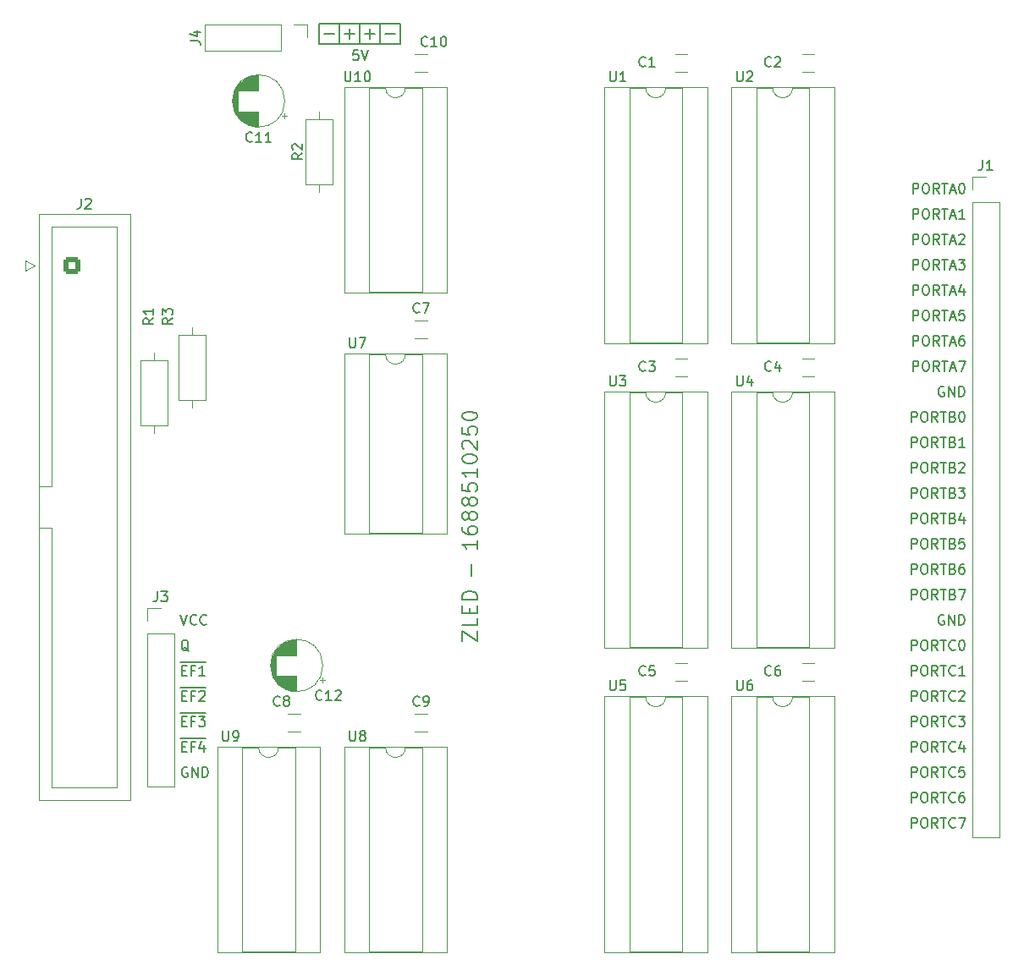
<source format=gto>
G04 #@! TF.GenerationSoftware,KiCad,Pcbnew,(7.0.0)*
G04 #@! TF.CreationDate,2023-07-06T21:55:15+02:00*
G04 #@! TF.ProjectId,cdp-io,6364702d-696f-42e6-9b69-6361645f7063,1*
G04 #@! TF.SameCoordinates,Original*
G04 #@! TF.FileFunction,Legend,Top*
G04 #@! TF.FilePolarity,Positive*
%FSLAX46Y46*%
G04 Gerber Fmt 4.6, Leading zero omitted, Abs format (unit mm)*
G04 Created by KiCad (PCBNEW (7.0.0)) date 2023-07-06 21:55:15*
%MOMM*%
%LPD*%
G01*
G04 APERTURE LIST*
G04 Aperture macros list*
%AMRoundRect*
0 Rectangle with rounded corners*
0 $1 Rounding radius*
0 $2 $3 $4 $5 $6 $7 $8 $9 X,Y pos of 4 corners*
0 Add a 4 corners polygon primitive as box body*
4,1,4,$2,$3,$4,$5,$6,$7,$8,$9,$2,$3,0*
0 Add four circle primitives for the rounded corners*
1,1,$1+$1,$2,$3*
1,1,$1+$1,$4,$5*
1,1,$1+$1,$6,$7*
1,1,$1+$1,$8,$9*
0 Add four rect primitives between the rounded corners*
20,1,$1+$1,$2,$3,$4,$5,0*
20,1,$1+$1,$4,$5,$6,$7,0*
20,1,$1+$1,$6,$7,$8,$9,0*
20,1,$1+$1,$8,$9,$2,$3,0*%
G04 Aperture macros list end*
%ADD10C,0.150000*%
%ADD11C,0.200000*%
%ADD12C,0.120000*%
%ADD13C,1.600000*%
%ADD14C,3.200000*%
%ADD15R,1.600000X1.600000*%
%ADD16O,1.600000X1.600000*%
%ADD17R,1.700000X1.700000*%
%ADD18O,1.700000X1.700000*%
%ADD19RoundRect,0.250000X-0.600000X-0.600000X0.600000X-0.600000X0.600000X0.600000X-0.600000X0.600000X0*%
%ADD20C,1.700000*%
G04 APERTURE END LIST*
D10*
X133223000Y-44323000D02*
X132207000Y-44323000D01*
X129667000Y-43307000D02*
X131699000Y-43307000D01*
X131699000Y-43307000D02*
X131699000Y-45339000D01*
X131699000Y-45339000D02*
X129667000Y-45339000D01*
X129667000Y-45339000D02*
X129667000Y-43307000D01*
X134747000Y-43815000D02*
X134747000Y-44831000D01*
X137287000Y-44323000D02*
X136271000Y-44323000D01*
X131191000Y-44323000D02*
X130175000Y-44323000D01*
X133731000Y-43307000D02*
X135763000Y-43307000D01*
X135763000Y-43307000D02*
X135763000Y-45339000D01*
X135763000Y-45339000D02*
X133731000Y-45339000D01*
X133731000Y-45339000D02*
X133731000Y-43307000D01*
X131699000Y-43307000D02*
X133731000Y-43307000D01*
X133731000Y-43307000D02*
X133731000Y-45339000D01*
X133731000Y-45339000D02*
X131699000Y-45339000D01*
X131699000Y-45339000D02*
X131699000Y-43307000D01*
X135255000Y-44323000D02*
X134239000Y-44323000D01*
X135763000Y-43307000D02*
X137795000Y-43307000D01*
X137795000Y-43307000D02*
X137795000Y-45339000D01*
X137795000Y-45339000D02*
X135763000Y-45339000D01*
X135763000Y-45339000D02*
X135763000Y-43307000D01*
X132715000Y-43815000D02*
X132715000Y-44831000D01*
X188913190Y-123811380D02*
X188913190Y-122811380D01*
X188913190Y-122811380D02*
X189294142Y-122811380D01*
X189294142Y-122811380D02*
X189389380Y-122859000D01*
X189389380Y-122859000D02*
X189436999Y-122906619D01*
X189436999Y-122906619D02*
X189484618Y-123001857D01*
X189484618Y-123001857D02*
X189484618Y-123144714D01*
X189484618Y-123144714D02*
X189436999Y-123239952D01*
X189436999Y-123239952D02*
X189389380Y-123287571D01*
X189389380Y-123287571D02*
X189294142Y-123335190D01*
X189294142Y-123335190D02*
X188913190Y-123335190D01*
X190103666Y-122811380D02*
X190294142Y-122811380D01*
X190294142Y-122811380D02*
X190389380Y-122859000D01*
X190389380Y-122859000D02*
X190484618Y-122954238D01*
X190484618Y-122954238D02*
X190532237Y-123144714D01*
X190532237Y-123144714D02*
X190532237Y-123478047D01*
X190532237Y-123478047D02*
X190484618Y-123668523D01*
X190484618Y-123668523D02*
X190389380Y-123763761D01*
X190389380Y-123763761D02*
X190294142Y-123811380D01*
X190294142Y-123811380D02*
X190103666Y-123811380D01*
X190103666Y-123811380D02*
X190008428Y-123763761D01*
X190008428Y-123763761D02*
X189913190Y-123668523D01*
X189913190Y-123668523D02*
X189865571Y-123478047D01*
X189865571Y-123478047D02*
X189865571Y-123144714D01*
X189865571Y-123144714D02*
X189913190Y-122954238D01*
X189913190Y-122954238D02*
X190008428Y-122859000D01*
X190008428Y-122859000D02*
X190103666Y-122811380D01*
X191532237Y-123811380D02*
X191198904Y-123335190D01*
X190960809Y-123811380D02*
X190960809Y-122811380D01*
X190960809Y-122811380D02*
X191341761Y-122811380D01*
X191341761Y-122811380D02*
X191436999Y-122859000D01*
X191436999Y-122859000D02*
X191484618Y-122906619D01*
X191484618Y-122906619D02*
X191532237Y-123001857D01*
X191532237Y-123001857D02*
X191532237Y-123144714D01*
X191532237Y-123144714D02*
X191484618Y-123239952D01*
X191484618Y-123239952D02*
X191436999Y-123287571D01*
X191436999Y-123287571D02*
X191341761Y-123335190D01*
X191341761Y-123335190D02*
X190960809Y-123335190D01*
X191817952Y-122811380D02*
X192389380Y-122811380D01*
X192103666Y-123811380D02*
X192103666Y-122811380D01*
X193294142Y-123716142D02*
X193246523Y-123763761D01*
X193246523Y-123763761D02*
X193103666Y-123811380D01*
X193103666Y-123811380D02*
X193008428Y-123811380D01*
X193008428Y-123811380D02*
X192865571Y-123763761D01*
X192865571Y-123763761D02*
X192770333Y-123668523D01*
X192770333Y-123668523D02*
X192722714Y-123573285D01*
X192722714Y-123573285D02*
X192675095Y-123382809D01*
X192675095Y-123382809D02*
X192675095Y-123239952D01*
X192675095Y-123239952D02*
X192722714Y-123049476D01*
X192722714Y-123049476D02*
X192770333Y-122954238D01*
X192770333Y-122954238D02*
X192865571Y-122859000D01*
X192865571Y-122859000D02*
X193008428Y-122811380D01*
X193008428Y-122811380D02*
X193103666Y-122811380D01*
X193103666Y-122811380D02*
X193246523Y-122859000D01*
X193246523Y-122859000D02*
X193294142Y-122906619D01*
X193627476Y-122811380D02*
X194294142Y-122811380D01*
X194294142Y-122811380D02*
X193865571Y-123811380D01*
X188913190Y-83171380D02*
X188913190Y-82171380D01*
X188913190Y-82171380D02*
X189294142Y-82171380D01*
X189294142Y-82171380D02*
X189389380Y-82219000D01*
X189389380Y-82219000D02*
X189436999Y-82266619D01*
X189436999Y-82266619D02*
X189484618Y-82361857D01*
X189484618Y-82361857D02*
X189484618Y-82504714D01*
X189484618Y-82504714D02*
X189436999Y-82599952D01*
X189436999Y-82599952D02*
X189389380Y-82647571D01*
X189389380Y-82647571D02*
X189294142Y-82695190D01*
X189294142Y-82695190D02*
X188913190Y-82695190D01*
X190103666Y-82171380D02*
X190294142Y-82171380D01*
X190294142Y-82171380D02*
X190389380Y-82219000D01*
X190389380Y-82219000D02*
X190484618Y-82314238D01*
X190484618Y-82314238D02*
X190532237Y-82504714D01*
X190532237Y-82504714D02*
X190532237Y-82838047D01*
X190532237Y-82838047D02*
X190484618Y-83028523D01*
X190484618Y-83028523D02*
X190389380Y-83123761D01*
X190389380Y-83123761D02*
X190294142Y-83171380D01*
X190294142Y-83171380D02*
X190103666Y-83171380D01*
X190103666Y-83171380D02*
X190008428Y-83123761D01*
X190008428Y-83123761D02*
X189913190Y-83028523D01*
X189913190Y-83028523D02*
X189865571Y-82838047D01*
X189865571Y-82838047D02*
X189865571Y-82504714D01*
X189865571Y-82504714D02*
X189913190Y-82314238D01*
X189913190Y-82314238D02*
X190008428Y-82219000D01*
X190008428Y-82219000D02*
X190103666Y-82171380D01*
X191532237Y-83171380D02*
X191198904Y-82695190D01*
X190960809Y-83171380D02*
X190960809Y-82171380D01*
X190960809Y-82171380D02*
X191341761Y-82171380D01*
X191341761Y-82171380D02*
X191436999Y-82219000D01*
X191436999Y-82219000D02*
X191484618Y-82266619D01*
X191484618Y-82266619D02*
X191532237Y-82361857D01*
X191532237Y-82361857D02*
X191532237Y-82504714D01*
X191532237Y-82504714D02*
X191484618Y-82599952D01*
X191484618Y-82599952D02*
X191436999Y-82647571D01*
X191436999Y-82647571D02*
X191341761Y-82695190D01*
X191341761Y-82695190D02*
X190960809Y-82695190D01*
X191817952Y-82171380D02*
X192389380Y-82171380D01*
X192103666Y-83171380D02*
X192103666Y-82171380D01*
X193056047Y-82647571D02*
X193198904Y-82695190D01*
X193198904Y-82695190D02*
X193246523Y-82742809D01*
X193246523Y-82742809D02*
X193294142Y-82838047D01*
X193294142Y-82838047D02*
X193294142Y-82980904D01*
X193294142Y-82980904D02*
X193246523Y-83076142D01*
X193246523Y-83076142D02*
X193198904Y-83123761D01*
X193198904Y-83123761D02*
X193103666Y-83171380D01*
X193103666Y-83171380D02*
X192722714Y-83171380D01*
X192722714Y-83171380D02*
X192722714Y-82171380D01*
X192722714Y-82171380D02*
X193056047Y-82171380D01*
X193056047Y-82171380D02*
X193151285Y-82219000D01*
X193151285Y-82219000D02*
X193198904Y-82266619D01*
X193198904Y-82266619D02*
X193246523Y-82361857D01*
X193246523Y-82361857D02*
X193246523Y-82457095D01*
X193246523Y-82457095D02*
X193198904Y-82552333D01*
X193198904Y-82552333D02*
X193151285Y-82599952D01*
X193151285Y-82599952D02*
X193056047Y-82647571D01*
X193056047Y-82647571D02*
X192722714Y-82647571D01*
X193913190Y-82171380D02*
X194008428Y-82171380D01*
X194008428Y-82171380D02*
X194103666Y-82219000D01*
X194103666Y-82219000D02*
X194151285Y-82266619D01*
X194151285Y-82266619D02*
X194198904Y-82361857D01*
X194198904Y-82361857D02*
X194246523Y-82552333D01*
X194246523Y-82552333D02*
X194246523Y-82790428D01*
X194246523Y-82790428D02*
X194198904Y-82980904D01*
X194198904Y-82980904D02*
X194151285Y-83076142D01*
X194151285Y-83076142D02*
X194103666Y-83123761D01*
X194103666Y-83123761D02*
X194008428Y-83171380D01*
X194008428Y-83171380D02*
X193913190Y-83171380D01*
X193913190Y-83171380D02*
X193817952Y-83123761D01*
X193817952Y-83123761D02*
X193770333Y-83076142D01*
X193770333Y-83076142D02*
X193722714Y-82980904D01*
X193722714Y-82980904D02*
X193675095Y-82790428D01*
X193675095Y-82790428D02*
X193675095Y-82552333D01*
X193675095Y-82552333D02*
X193722714Y-82361857D01*
X193722714Y-82361857D02*
X193770333Y-82266619D01*
X193770333Y-82266619D02*
X193817952Y-82219000D01*
X193817952Y-82219000D02*
X193913190Y-82171380D01*
X188913190Y-98411380D02*
X188913190Y-97411380D01*
X188913190Y-97411380D02*
X189294142Y-97411380D01*
X189294142Y-97411380D02*
X189389380Y-97459000D01*
X189389380Y-97459000D02*
X189436999Y-97506619D01*
X189436999Y-97506619D02*
X189484618Y-97601857D01*
X189484618Y-97601857D02*
X189484618Y-97744714D01*
X189484618Y-97744714D02*
X189436999Y-97839952D01*
X189436999Y-97839952D02*
X189389380Y-97887571D01*
X189389380Y-97887571D02*
X189294142Y-97935190D01*
X189294142Y-97935190D02*
X188913190Y-97935190D01*
X190103666Y-97411380D02*
X190294142Y-97411380D01*
X190294142Y-97411380D02*
X190389380Y-97459000D01*
X190389380Y-97459000D02*
X190484618Y-97554238D01*
X190484618Y-97554238D02*
X190532237Y-97744714D01*
X190532237Y-97744714D02*
X190532237Y-98078047D01*
X190532237Y-98078047D02*
X190484618Y-98268523D01*
X190484618Y-98268523D02*
X190389380Y-98363761D01*
X190389380Y-98363761D02*
X190294142Y-98411380D01*
X190294142Y-98411380D02*
X190103666Y-98411380D01*
X190103666Y-98411380D02*
X190008428Y-98363761D01*
X190008428Y-98363761D02*
X189913190Y-98268523D01*
X189913190Y-98268523D02*
X189865571Y-98078047D01*
X189865571Y-98078047D02*
X189865571Y-97744714D01*
X189865571Y-97744714D02*
X189913190Y-97554238D01*
X189913190Y-97554238D02*
X190008428Y-97459000D01*
X190008428Y-97459000D02*
X190103666Y-97411380D01*
X191532237Y-98411380D02*
X191198904Y-97935190D01*
X190960809Y-98411380D02*
X190960809Y-97411380D01*
X190960809Y-97411380D02*
X191341761Y-97411380D01*
X191341761Y-97411380D02*
X191436999Y-97459000D01*
X191436999Y-97459000D02*
X191484618Y-97506619D01*
X191484618Y-97506619D02*
X191532237Y-97601857D01*
X191532237Y-97601857D02*
X191532237Y-97744714D01*
X191532237Y-97744714D02*
X191484618Y-97839952D01*
X191484618Y-97839952D02*
X191436999Y-97887571D01*
X191436999Y-97887571D02*
X191341761Y-97935190D01*
X191341761Y-97935190D02*
X190960809Y-97935190D01*
X191817952Y-97411380D02*
X192389380Y-97411380D01*
X192103666Y-98411380D02*
X192103666Y-97411380D01*
X193056047Y-97887571D02*
X193198904Y-97935190D01*
X193198904Y-97935190D02*
X193246523Y-97982809D01*
X193246523Y-97982809D02*
X193294142Y-98078047D01*
X193294142Y-98078047D02*
X193294142Y-98220904D01*
X193294142Y-98220904D02*
X193246523Y-98316142D01*
X193246523Y-98316142D02*
X193198904Y-98363761D01*
X193198904Y-98363761D02*
X193103666Y-98411380D01*
X193103666Y-98411380D02*
X192722714Y-98411380D01*
X192722714Y-98411380D02*
X192722714Y-97411380D01*
X192722714Y-97411380D02*
X193056047Y-97411380D01*
X193056047Y-97411380D02*
X193151285Y-97459000D01*
X193151285Y-97459000D02*
X193198904Y-97506619D01*
X193198904Y-97506619D02*
X193246523Y-97601857D01*
X193246523Y-97601857D02*
X193246523Y-97697095D01*
X193246523Y-97697095D02*
X193198904Y-97792333D01*
X193198904Y-97792333D02*
X193151285Y-97839952D01*
X193151285Y-97839952D02*
X193056047Y-97887571D01*
X193056047Y-97887571D02*
X192722714Y-97887571D01*
X194151285Y-97411380D02*
X193960809Y-97411380D01*
X193960809Y-97411380D02*
X193865571Y-97459000D01*
X193865571Y-97459000D02*
X193817952Y-97506619D01*
X193817952Y-97506619D02*
X193722714Y-97649476D01*
X193722714Y-97649476D02*
X193675095Y-97839952D01*
X193675095Y-97839952D02*
X193675095Y-98220904D01*
X193675095Y-98220904D02*
X193722714Y-98316142D01*
X193722714Y-98316142D02*
X193770333Y-98363761D01*
X193770333Y-98363761D02*
X193865571Y-98411380D01*
X193865571Y-98411380D02*
X194056047Y-98411380D01*
X194056047Y-98411380D02*
X194151285Y-98363761D01*
X194151285Y-98363761D02*
X194198904Y-98316142D01*
X194198904Y-98316142D02*
X194246523Y-98220904D01*
X194246523Y-98220904D02*
X194246523Y-97982809D01*
X194246523Y-97982809D02*
X194198904Y-97887571D01*
X194198904Y-97887571D02*
X194151285Y-97839952D01*
X194151285Y-97839952D02*
X194056047Y-97792333D01*
X194056047Y-97792333D02*
X193865571Y-97792333D01*
X193865571Y-97792333D02*
X193770333Y-97839952D01*
X193770333Y-97839952D02*
X193722714Y-97887571D01*
X193722714Y-97887571D02*
X193675095Y-97982809D01*
X189056047Y-62851380D02*
X189056047Y-61851380D01*
X189056047Y-61851380D02*
X189436999Y-61851380D01*
X189436999Y-61851380D02*
X189532237Y-61899000D01*
X189532237Y-61899000D02*
X189579856Y-61946619D01*
X189579856Y-61946619D02*
X189627475Y-62041857D01*
X189627475Y-62041857D02*
X189627475Y-62184714D01*
X189627475Y-62184714D02*
X189579856Y-62279952D01*
X189579856Y-62279952D02*
X189532237Y-62327571D01*
X189532237Y-62327571D02*
X189436999Y-62375190D01*
X189436999Y-62375190D02*
X189056047Y-62375190D01*
X190246523Y-61851380D02*
X190436999Y-61851380D01*
X190436999Y-61851380D02*
X190532237Y-61899000D01*
X190532237Y-61899000D02*
X190627475Y-61994238D01*
X190627475Y-61994238D02*
X190675094Y-62184714D01*
X190675094Y-62184714D02*
X190675094Y-62518047D01*
X190675094Y-62518047D02*
X190627475Y-62708523D01*
X190627475Y-62708523D02*
X190532237Y-62803761D01*
X190532237Y-62803761D02*
X190436999Y-62851380D01*
X190436999Y-62851380D02*
X190246523Y-62851380D01*
X190246523Y-62851380D02*
X190151285Y-62803761D01*
X190151285Y-62803761D02*
X190056047Y-62708523D01*
X190056047Y-62708523D02*
X190008428Y-62518047D01*
X190008428Y-62518047D02*
X190008428Y-62184714D01*
X190008428Y-62184714D02*
X190056047Y-61994238D01*
X190056047Y-61994238D02*
X190151285Y-61899000D01*
X190151285Y-61899000D02*
X190246523Y-61851380D01*
X191675094Y-62851380D02*
X191341761Y-62375190D01*
X191103666Y-62851380D02*
X191103666Y-61851380D01*
X191103666Y-61851380D02*
X191484618Y-61851380D01*
X191484618Y-61851380D02*
X191579856Y-61899000D01*
X191579856Y-61899000D02*
X191627475Y-61946619D01*
X191627475Y-61946619D02*
X191675094Y-62041857D01*
X191675094Y-62041857D02*
X191675094Y-62184714D01*
X191675094Y-62184714D02*
X191627475Y-62279952D01*
X191627475Y-62279952D02*
X191579856Y-62327571D01*
X191579856Y-62327571D02*
X191484618Y-62375190D01*
X191484618Y-62375190D02*
X191103666Y-62375190D01*
X191960809Y-61851380D02*
X192532237Y-61851380D01*
X192246523Y-62851380D02*
X192246523Y-61851380D01*
X192817952Y-62565666D02*
X193294142Y-62565666D01*
X192722714Y-62851380D02*
X193056047Y-61851380D01*
X193056047Y-61851380D02*
X193389380Y-62851380D01*
X194246523Y-62851380D02*
X193675095Y-62851380D01*
X193960809Y-62851380D02*
X193960809Y-61851380D01*
X193960809Y-61851380D02*
X193865571Y-61994238D01*
X193865571Y-61994238D02*
X193770333Y-62089476D01*
X193770333Y-62089476D02*
X193675095Y-62137095D01*
X189056047Y-67931380D02*
X189056047Y-66931380D01*
X189056047Y-66931380D02*
X189436999Y-66931380D01*
X189436999Y-66931380D02*
X189532237Y-66979000D01*
X189532237Y-66979000D02*
X189579856Y-67026619D01*
X189579856Y-67026619D02*
X189627475Y-67121857D01*
X189627475Y-67121857D02*
X189627475Y-67264714D01*
X189627475Y-67264714D02*
X189579856Y-67359952D01*
X189579856Y-67359952D02*
X189532237Y-67407571D01*
X189532237Y-67407571D02*
X189436999Y-67455190D01*
X189436999Y-67455190D02*
X189056047Y-67455190D01*
X190246523Y-66931380D02*
X190436999Y-66931380D01*
X190436999Y-66931380D02*
X190532237Y-66979000D01*
X190532237Y-66979000D02*
X190627475Y-67074238D01*
X190627475Y-67074238D02*
X190675094Y-67264714D01*
X190675094Y-67264714D02*
X190675094Y-67598047D01*
X190675094Y-67598047D02*
X190627475Y-67788523D01*
X190627475Y-67788523D02*
X190532237Y-67883761D01*
X190532237Y-67883761D02*
X190436999Y-67931380D01*
X190436999Y-67931380D02*
X190246523Y-67931380D01*
X190246523Y-67931380D02*
X190151285Y-67883761D01*
X190151285Y-67883761D02*
X190056047Y-67788523D01*
X190056047Y-67788523D02*
X190008428Y-67598047D01*
X190008428Y-67598047D02*
X190008428Y-67264714D01*
X190008428Y-67264714D02*
X190056047Y-67074238D01*
X190056047Y-67074238D02*
X190151285Y-66979000D01*
X190151285Y-66979000D02*
X190246523Y-66931380D01*
X191675094Y-67931380D02*
X191341761Y-67455190D01*
X191103666Y-67931380D02*
X191103666Y-66931380D01*
X191103666Y-66931380D02*
X191484618Y-66931380D01*
X191484618Y-66931380D02*
X191579856Y-66979000D01*
X191579856Y-66979000D02*
X191627475Y-67026619D01*
X191627475Y-67026619D02*
X191675094Y-67121857D01*
X191675094Y-67121857D02*
X191675094Y-67264714D01*
X191675094Y-67264714D02*
X191627475Y-67359952D01*
X191627475Y-67359952D02*
X191579856Y-67407571D01*
X191579856Y-67407571D02*
X191484618Y-67455190D01*
X191484618Y-67455190D02*
X191103666Y-67455190D01*
X191960809Y-66931380D02*
X192532237Y-66931380D01*
X192246523Y-67931380D02*
X192246523Y-66931380D01*
X192817952Y-67645666D02*
X193294142Y-67645666D01*
X192722714Y-67931380D02*
X193056047Y-66931380D01*
X193056047Y-66931380D02*
X193389380Y-67931380D01*
X193627476Y-66931380D02*
X194246523Y-66931380D01*
X194246523Y-66931380D02*
X193913190Y-67312333D01*
X193913190Y-67312333D02*
X194056047Y-67312333D01*
X194056047Y-67312333D02*
X194151285Y-67359952D01*
X194151285Y-67359952D02*
X194198904Y-67407571D01*
X194198904Y-67407571D02*
X194246523Y-67502809D01*
X194246523Y-67502809D02*
X194246523Y-67740904D01*
X194246523Y-67740904D02*
X194198904Y-67836142D01*
X194198904Y-67836142D02*
X194151285Y-67883761D01*
X194151285Y-67883761D02*
X194056047Y-67931380D01*
X194056047Y-67931380D02*
X193770333Y-67931380D01*
X193770333Y-67931380D02*
X193675095Y-67883761D01*
X193675095Y-67883761D02*
X193627476Y-67836142D01*
D11*
X143958071Y-105106140D02*
X143958071Y-104106140D01*
X143958071Y-104106140D02*
X145458071Y-105106140D01*
X145458071Y-105106140D02*
X145458071Y-104106140D01*
X145458071Y-102820426D02*
X145458071Y-103534712D01*
X145458071Y-103534712D02*
X143958071Y-103534712D01*
X144672357Y-102320426D02*
X144672357Y-101820426D01*
X145458071Y-101606140D02*
X145458071Y-102320426D01*
X145458071Y-102320426D02*
X143958071Y-102320426D01*
X143958071Y-102320426D02*
X143958071Y-101606140D01*
X145458071Y-100963283D02*
X143958071Y-100963283D01*
X143958071Y-100963283D02*
X143958071Y-100606140D01*
X143958071Y-100606140D02*
X144029500Y-100391854D01*
X144029500Y-100391854D02*
X144172357Y-100248997D01*
X144172357Y-100248997D02*
X144315214Y-100177568D01*
X144315214Y-100177568D02*
X144600928Y-100106140D01*
X144600928Y-100106140D02*
X144815214Y-100106140D01*
X144815214Y-100106140D02*
X145100928Y-100177568D01*
X145100928Y-100177568D02*
X145243785Y-100248997D01*
X145243785Y-100248997D02*
X145386642Y-100391854D01*
X145386642Y-100391854D02*
X145458071Y-100606140D01*
X145458071Y-100606140D02*
X145458071Y-100963283D01*
X144886642Y-98563283D02*
X144886642Y-97420426D01*
X145458071Y-95020425D02*
X145458071Y-95877568D01*
X145458071Y-95448997D02*
X143958071Y-95448997D01*
X143958071Y-95448997D02*
X144172357Y-95591854D01*
X144172357Y-95591854D02*
X144315214Y-95734711D01*
X144315214Y-95734711D02*
X144386642Y-95877568D01*
X143958071Y-93734712D02*
X143958071Y-94020426D01*
X143958071Y-94020426D02*
X144029500Y-94163283D01*
X144029500Y-94163283D02*
X144100928Y-94234712D01*
X144100928Y-94234712D02*
X144315214Y-94377569D01*
X144315214Y-94377569D02*
X144600928Y-94448997D01*
X144600928Y-94448997D02*
X145172357Y-94448997D01*
X145172357Y-94448997D02*
X145315214Y-94377569D01*
X145315214Y-94377569D02*
X145386642Y-94306140D01*
X145386642Y-94306140D02*
X145458071Y-94163283D01*
X145458071Y-94163283D02*
X145458071Y-93877569D01*
X145458071Y-93877569D02*
X145386642Y-93734712D01*
X145386642Y-93734712D02*
X145315214Y-93663283D01*
X145315214Y-93663283D02*
X145172357Y-93591854D01*
X145172357Y-93591854D02*
X144815214Y-93591854D01*
X144815214Y-93591854D02*
X144672357Y-93663283D01*
X144672357Y-93663283D02*
X144600928Y-93734712D01*
X144600928Y-93734712D02*
X144529500Y-93877569D01*
X144529500Y-93877569D02*
X144529500Y-94163283D01*
X144529500Y-94163283D02*
X144600928Y-94306140D01*
X144600928Y-94306140D02*
X144672357Y-94377569D01*
X144672357Y-94377569D02*
X144815214Y-94448997D01*
X144600928Y-92734712D02*
X144529500Y-92877569D01*
X144529500Y-92877569D02*
X144458071Y-92948998D01*
X144458071Y-92948998D02*
X144315214Y-93020426D01*
X144315214Y-93020426D02*
X144243785Y-93020426D01*
X144243785Y-93020426D02*
X144100928Y-92948998D01*
X144100928Y-92948998D02*
X144029500Y-92877569D01*
X144029500Y-92877569D02*
X143958071Y-92734712D01*
X143958071Y-92734712D02*
X143958071Y-92448998D01*
X143958071Y-92448998D02*
X144029500Y-92306141D01*
X144029500Y-92306141D02*
X144100928Y-92234712D01*
X144100928Y-92234712D02*
X144243785Y-92163283D01*
X144243785Y-92163283D02*
X144315214Y-92163283D01*
X144315214Y-92163283D02*
X144458071Y-92234712D01*
X144458071Y-92234712D02*
X144529500Y-92306141D01*
X144529500Y-92306141D02*
X144600928Y-92448998D01*
X144600928Y-92448998D02*
X144600928Y-92734712D01*
X144600928Y-92734712D02*
X144672357Y-92877569D01*
X144672357Y-92877569D02*
X144743785Y-92948998D01*
X144743785Y-92948998D02*
X144886642Y-93020426D01*
X144886642Y-93020426D02*
X145172357Y-93020426D01*
X145172357Y-93020426D02*
X145315214Y-92948998D01*
X145315214Y-92948998D02*
X145386642Y-92877569D01*
X145386642Y-92877569D02*
X145458071Y-92734712D01*
X145458071Y-92734712D02*
X145458071Y-92448998D01*
X145458071Y-92448998D02*
X145386642Y-92306141D01*
X145386642Y-92306141D02*
X145315214Y-92234712D01*
X145315214Y-92234712D02*
X145172357Y-92163283D01*
X145172357Y-92163283D02*
X144886642Y-92163283D01*
X144886642Y-92163283D02*
X144743785Y-92234712D01*
X144743785Y-92234712D02*
X144672357Y-92306141D01*
X144672357Y-92306141D02*
X144600928Y-92448998D01*
X144600928Y-91306141D02*
X144529500Y-91448998D01*
X144529500Y-91448998D02*
X144458071Y-91520427D01*
X144458071Y-91520427D02*
X144315214Y-91591855D01*
X144315214Y-91591855D02*
X144243785Y-91591855D01*
X144243785Y-91591855D02*
X144100928Y-91520427D01*
X144100928Y-91520427D02*
X144029500Y-91448998D01*
X144029500Y-91448998D02*
X143958071Y-91306141D01*
X143958071Y-91306141D02*
X143958071Y-91020427D01*
X143958071Y-91020427D02*
X144029500Y-90877570D01*
X144029500Y-90877570D02*
X144100928Y-90806141D01*
X144100928Y-90806141D02*
X144243785Y-90734712D01*
X144243785Y-90734712D02*
X144315214Y-90734712D01*
X144315214Y-90734712D02*
X144458071Y-90806141D01*
X144458071Y-90806141D02*
X144529500Y-90877570D01*
X144529500Y-90877570D02*
X144600928Y-91020427D01*
X144600928Y-91020427D02*
X144600928Y-91306141D01*
X144600928Y-91306141D02*
X144672357Y-91448998D01*
X144672357Y-91448998D02*
X144743785Y-91520427D01*
X144743785Y-91520427D02*
X144886642Y-91591855D01*
X144886642Y-91591855D02*
X145172357Y-91591855D01*
X145172357Y-91591855D02*
X145315214Y-91520427D01*
X145315214Y-91520427D02*
X145386642Y-91448998D01*
X145386642Y-91448998D02*
X145458071Y-91306141D01*
X145458071Y-91306141D02*
X145458071Y-91020427D01*
X145458071Y-91020427D02*
X145386642Y-90877570D01*
X145386642Y-90877570D02*
X145315214Y-90806141D01*
X145315214Y-90806141D02*
X145172357Y-90734712D01*
X145172357Y-90734712D02*
X144886642Y-90734712D01*
X144886642Y-90734712D02*
X144743785Y-90806141D01*
X144743785Y-90806141D02*
X144672357Y-90877570D01*
X144672357Y-90877570D02*
X144600928Y-91020427D01*
X143958071Y-89377570D02*
X143958071Y-90091856D01*
X143958071Y-90091856D02*
X144672357Y-90163284D01*
X144672357Y-90163284D02*
X144600928Y-90091856D01*
X144600928Y-90091856D02*
X144529500Y-89948999D01*
X144529500Y-89948999D02*
X144529500Y-89591856D01*
X144529500Y-89591856D02*
X144600928Y-89448999D01*
X144600928Y-89448999D02*
X144672357Y-89377570D01*
X144672357Y-89377570D02*
X144815214Y-89306141D01*
X144815214Y-89306141D02*
X145172357Y-89306141D01*
X145172357Y-89306141D02*
X145315214Y-89377570D01*
X145315214Y-89377570D02*
X145386642Y-89448999D01*
X145386642Y-89448999D02*
X145458071Y-89591856D01*
X145458071Y-89591856D02*
X145458071Y-89948999D01*
X145458071Y-89948999D02*
X145386642Y-90091856D01*
X145386642Y-90091856D02*
X145315214Y-90163284D01*
X145458071Y-87877570D02*
X145458071Y-88734713D01*
X145458071Y-88306142D02*
X143958071Y-88306142D01*
X143958071Y-88306142D02*
X144172357Y-88448999D01*
X144172357Y-88448999D02*
X144315214Y-88591856D01*
X144315214Y-88591856D02*
X144386642Y-88734713D01*
X143958071Y-86948999D02*
X143958071Y-86806142D01*
X143958071Y-86806142D02*
X144029500Y-86663285D01*
X144029500Y-86663285D02*
X144100928Y-86591857D01*
X144100928Y-86591857D02*
X144243785Y-86520428D01*
X144243785Y-86520428D02*
X144529500Y-86448999D01*
X144529500Y-86448999D02*
X144886642Y-86448999D01*
X144886642Y-86448999D02*
X145172357Y-86520428D01*
X145172357Y-86520428D02*
X145315214Y-86591857D01*
X145315214Y-86591857D02*
X145386642Y-86663285D01*
X145386642Y-86663285D02*
X145458071Y-86806142D01*
X145458071Y-86806142D02*
X145458071Y-86948999D01*
X145458071Y-86948999D02*
X145386642Y-87091857D01*
X145386642Y-87091857D02*
X145315214Y-87163285D01*
X145315214Y-87163285D02*
X145172357Y-87234714D01*
X145172357Y-87234714D02*
X144886642Y-87306142D01*
X144886642Y-87306142D02*
X144529500Y-87306142D01*
X144529500Y-87306142D02*
X144243785Y-87234714D01*
X144243785Y-87234714D02*
X144100928Y-87163285D01*
X144100928Y-87163285D02*
X144029500Y-87091857D01*
X144029500Y-87091857D02*
X143958071Y-86948999D01*
X144100928Y-85877571D02*
X144029500Y-85806143D01*
X144029500Y-85806143D02*
X143958071Y-85663286D01*
X143958071Y-85663286D02*
X143958071Y-85306143D01*
X143958071Y-85306143D02*
X144029500Y-85163286D01*
X144029500Y-85163286D02*
X144100928Y-85091857D01*
X144100928Y-85091857D02*
X144243785Y-85020428D01*
X144243785Y-85020428D02*
X144386642Y-85020428D01*
X144386642Y-85020428D02*
X144600928Y-85091857D01*
X144600928Y-85091857D02*
X145458071Y-85949000D01*
X145458071Y-85949000D02*
X145458071Y-85020428D01*
X143958071Y-83663286D02*
X143958071Y-84377572D01*
X143958071Y-84377572D02*
X144672357Y-84449000D01*
X144672357Y-84449000D02*
X144600928Y-84377572D01*
X144600928Y-84377572D02*
X144529500Y-84234715D01*
X144529500Y-84234715D02*
X144529500Y-83877572D01*
X144529500Y-83877572D02*
X144600928Y-83734715D01*
X144600928Y-83734715D02*
X144672357Y-83663286D01*
X144672357Y-83663286D02*
X144815214Y-83591857D01*
X144815214Y-83591857D02*
X145172357Y-83591857D01*
X145172357Y-83591857D02*
X145315214Y-83663286D01*
X145315214Y-83663286D02*
X145386642Y-83734715D01*
X145386642Y-83734715D02*
X145458071Y-83877572D01*
X145458071Y-83877572D02*
X145458071Y-84234715D01*
X145458071Y-84234715D02*
X145386642Y-84377572D01*
X145386642Y-84377572D02*
X145315214Y-84449000D01*
X143958071Y-82663286D02*
X143958071Y-82520429D01*
X143958071Y-82520429D02*
X144029500Y-82377572D01*
X144029500Y-82377572D02*
X144100928Y-82306144D01*
X144100928Y-82306144D02*
X144243785Y-82234715D01*
X144243785Y-82234715D02*
X144529500Y-82163286D01*
X144529500Y-82163286D02*
X144886642Y-82163286D01*
X144886642Y-82163286D02*
X145172357Y-82234715D01*
X145172357Y-82234715D02*
X145315214Y-82306144D01*
X145315214Y-82306144D02*
X145386642Y-82377572D01*
X145386642Y-82377572D02*
X145458071Y-82520429D01*
X145458071Y-82520429D02*
X145458071Y-82663286D01*
X145458071Y-82663286D02*
X145386642Y-82806144D01*
X145386642Y-82806144D02*
X145315214Y-82877572D01*
X145315214Y-82877572D02*
X145172357Y-82949001D01*
X145172357Y-82949001D02*
X144886642Y-83020429D01*
X144886642Y-83020429D02*
X144529500Y-83020429D01*
X144529500Y-83020429D02*
X144243785Y-82949001D01*
X144243785Y-82949001D02*
X144100928Y-82877572D01*
X144100928Y-82877572D02*
X144029500Y-82806144D01*
X144029500Y-82806144D02*
X143958071Y-82663286D01*
D10*
X115935095Y-113127571D02*
X116268428Y-113127571D01*
X116411285Y-113651380D02*
X115935095Y-113651380D01*
X115935095Y-113651380D02*
X115935095Y-112651380D01*
X115935095Y-112651380D02*
X116411285Y-112651380D01*
X117173190Y-113127571D02*
X116839857Y-113127571D01*
X116839857Y-113651380D02*
X116839857Y-112651380D01*
X116839857Y-112651380D02*
X117316047Y-112651380D01*
X117601762Y-112651380D02*
X118220809Y-112651380D01*
X118220809Y-112651380D02*
X117887476Y-113032333D01*
X117887476Y-113032333D02*
X118030333Y-113032333D01*
X118030333Y-113032333D02*
X118125571Y-113079952D01*
X118125571Y-113079952D02*
X118173190Y-113127571D01*
X118173190Y-113127571D02*
X118220809Y-113222809D01*
X118220809Y-113222809D02*
X118220809Y-113460904D01*
X118220809Y-113460904D02*
X118173190Y-113556142D01*
X118173190Y-113556142D02*
X118125571Y-113603761D01*
X118125571Y-113603761D02*
X118030333Y-113651380D01*
X118030333Y-113651380D02*
X117744619Y-113651380D01*
X117744619Y-113651380D02*
X117649381Y-113603761D01*
X117649381Y-113603761D02*
X117601762Y-113556142D01*
X115797000Y-112299000D02*
X118311286Y-112299000D01*
X189056047Y-65391380D02*
X189056047Y-64391380D01*
X189056047Y-64391380D02*
X189436999Y-64391380D01*
X189436999Y-64391380D02*
X189532237Y-64439000D01*
X189532237Y-64439000D02*
X189579856Y-64486619D01*
X189579856Y-64486619D02*
X189627475Y-64581857D01*
X189627475Y-64581857D02*
X189627475Y-64724714D01*
X189627475Y-64724714D02*
X189579856Y-64819952D01*
X189579856Y-64819952D02*
X189532237Y-64867571D01*
X189532237Y-64867571D02*
X189436999Y-64915190D01*
X189436999Y-64915190D02*
X189056047Y-64915190D01*
X190246523Y-64391380D02*
X190436999Y-64391380D01*
X190436999Y-64391380D02*
X190532237Y-64439000D01*
X190532237Y-64439000D02*
X190627475Y-64534238D01*
X190627475Y-64534238D02*
X190675094Y-64724714D01*
X190675094Y-64724714D02*
X190675094Y-65058047D01*
X190675094Y-65058047D02*
X190627475Y-65248523D01*
X190627475Y-65248523D02*
X190532237Y-65343761D01*
X190532237Y-65343761D02*
X190436999Y-65391380D01*
X190436999Y-65391380D02*
X190246523Y-65391380D01*
X190246523Y-65391380D02*
X190151285Y-65343761D01*
X190151285Y-65343761D02*
X190056047Y-65248523D01*
X190056047Y-65248523D02*
X190008428Y-65058047D01*
X190008428Y-65058047D02*
X190008428Y-64724714D01*
X190008428Y-64724714D02*
X190056047Y-64534238D01*
X190056047Y-64534238D02*
X190151285Y-64439000D01*
X190151285Y-64439000D02*
X190246523Y-64391380D01*
X191675094Y-65391380D02*
X191341761Y-64915190D01*
X191103666Y-65391380D02*
X191103666Y-64391380D01*
X191103666Y-64391380D02*
X191484618Y-64391380D01*
X191484618Y-64391380D02*
X191579856Y-64439000D01*
X191579856Y-64439000D02*
X191627475Y-64486619D01*
X191627475Y-64486619D02*
X191675094Y-64581857D01*
X191675094Y-64581857D02*
X191675094Y-64724714D01*
X191675094Y-64724714D02*
X191627475Y-64819952D01*
X191627475Y-64819952D02*
X191579856Y-64867571D01*
X191579856Y-64867571D02*
X191484618Y-64915190D01*
X191484618Y-64915190D02*
X191103666Y-64915190D01*
X191960809Y-64391380D02*
X192532237Y-64391380D01*
X192246523Y-65391380D02*
X192246523Y-64391380D01*
X192817952Y-65105666D02*
X193294142Y-65105666D01*
X192722714Y-65391380D02*
X193056047Y-64391380D01*
X193056047Y-64391380D02*
X193389380Y-65391380D01*
X193675095Y-64486619D02*
X193722714Y-64439000D01*
X193722714Y-64439000D02*
X193817952Y-64391380D01*
X193817952Y-64391380D02*
X194056047Y-64391380D01*
X194056047Y-64391380D02*
X194151285Y-64439000D01*
X194151285Y-64439000D02*
X194198904Y-64486619D01*
X194198904Y-64486619D02*
X194246523Y-64581857D01*
X194246523Y-64581857D02*
X194246523Y-64677095D01*
X194246523Y-64677095D02*
X194198904Y-64819952D01*
X194198904Y-64819952D02*
X193627476Y-65391380D01*
X193627476Y-65391380D02*
X194246523Y-65391380D01*
X188913190Y-85711380D02*
X188913190Y-84711380D01*
X188913190Y-84711380D02*
X189294142Y-84711380D01*
X189294142Y-84711380D02*
X189389380Y-84759000D01*
X189389380Y-84759000D02*
X189436999Y-84806619D01*
X189436999Y-84806619D02*
X189484618Y-84901857D01*
X189484618Y-84901857D02*
X189484618Y-85044714D01*
X189484618Y-85044714D02*
X189436999Y-85139952D01*
X189436999Y-85139952D02*
X189389380Y-85187571D01*
X189389380Y-85187571D02*
X189294142Y-85235190D01*
X189294142Y-85235190D02*
X188913190Y-85235190D01*
X190103666Y-84711380D02*
X190294142Y-84711380D01*
X190294142Y-84711380D02*
X190389380Y-84759000D01*
X190389380Y-84759000D02*
X190484618Y-84854238D01*
X190484618Y-84854238D02*
X190532237Y-85044714D01*
X190532237Y-85044714D02*
X190532237Y-85378047D01*
X190532237Y-85378047D02*
X190484618Y-85568523D01*
X190484618Y-85568523D02*
X190389380Y-85663761D01*
X190389380Y-85663761D02*
X190294142Y-85711380D01*
X190294142Y-85711380D02*
X190103666Y-85711380D01*
X190103666Y-85711380D02*
X190008428Y-85663761D01*
X190008428Y-85663761D02*
X189913190Y-85568523D01*
X189913190Y-85568523D02*
X189865571Y-85378047D01*
X189865571Y-85378047D02*
X189865571Y-85044714D01*
X189865571Y-85044714D02*
X189913190Y-84854238D01*
X189913190Y-84854238D02*
X190008428Y-84759000D01*
X190008428Y-84759000D02*
X190103666Y-84711380D01*
X191532237Y-85711380D02*
X191198904Y-85235190D01*
X190960809Y-85711380D02*
X190960809Y-84711380D01*
X190960809Y-84711380D02*
X191341761Y-84711380D01*
X191341761Y-84711380D02*
X191436999Y-84759000D01*
X191436999Y-84759000D02*
X191484618Y-84806619D01*
X191484618Y-84806619D02*
X191532237Y-84901857D01*
X191532237Y-84901857D02*
X191532237Y-85044714D01*
X191532237Y-85044714D02*
X191484618Y-85139952D01*
X191484618Y-85139952D02*
X191436999Y-85187571D01*
X191436999Y-85187571D02*
X191341761Y-85235190D01*
X191341761Y-85235190D02*
X190960809Y-85235190D01*
X191817952Y-84711380D02*
X192389380Y-84711380D01*
X192103666Y-85711380D02*
X192103666Y-84711380D01*
X193056047Y-85187571D02*
X193198904Y-85235190D01*
X193198904Y-85235190D02*
X193246523Y-85282809D01*
X193246523Y-85282809D02*
X193294142Y-85378047D01*
X193294142Y-85378047D02*
X193294142Y-85520904D01*
X193294142Y-85520904D02*
X193246523Y-85616142D01*
X193246523Y-85616142D02*
X193198904Y-85663761D01*
X193198904Y-85663761D02*
X193103666Y-85711380D01*
X193103666Y-85711380D02*
X192722714Y-85711380D01*
X192722714Y-85711380D02*
X192722714Y-84711380D01*
X192722714Y-84711380D02*
X193056047Y-84711380D01*
X193056047Y-84711380D02*
X193151285Y-84759000D01*
X193151285Y-84759000D02*
X193198904Y-84806619D01*
X193198904Y-84806619D02*
X193246523Y-84901857D01*
X193246523Y-84901857D02*
X193246523Y-84997095D01*
X193246523Y-84997095D02*
X193198904Y-85092333D01*
X193198904Y-85092333D02*
X193151285Y-85139952D01*
X193151285Y-85139952D02*
X193056047Y-85187571D01*
X193056047Y-85187571D02*
X192722714Y-85187571D01*
X194246523Y-85711380D02*
X193675095Y-85711380D01*
X193960809Y-85711380D02*
X193960809Y-84711380D01*
X193960809Y-84711380D02*
X193865571Y-84854238D01*
X193865571Y-84854238D02*
X193770333Y-84949476D01*
X193770333Y-84949476D02*
X193675095Y-84997095D01*
X189056047Y-78091380D02*
X189056047Y-77091380D01*
X189056047Y-77091380D02*
X189436999Y-77091380D01*
X189436999Y-77091380D02*
X189532237Y-77139000D01*
X189532237Y-77139000D02*
X189579856Y-77186619D01*
X189579856Y-77186619D02*
X189627475Y-77281857D01*
X189627475Y-77281857D02*
X189627475Y-77424714D01*
X189627475Y-77424714D02*
X189579856Y-77519952D01*
X189579856Y-77519952D02*
X189532237Y-77567571D01*
X189532237Y-77567571D02*
X189436999Y-77615190D01*
X189436999Y-77615190D02*
X189056047Y-77615190D01*
X190246523Y-77091380D02*
X190436999Y-77091380D01*
X190436999Y-77091380D02*
X190532237Y-77139000D01*
X190532237Y-77139000D02*
X190627475Y-77234238D01*
X190627475Y-77234238D02*
X190675094Y-77424714D01*
X190675094Y-77424714D02*
X190675094Y-77758047D01*
X190675094Y-77758047D02*
X190627475Y-77948523D01*
X190627475Y-77948523D02*
X190532237Y-78043761D01*
X190532237Y-78043761D02*
X190436999Y-78091380D01*
X190436999Y-78091380D02*
X190246523Y-78091380D01*
X190246523Y-78091380D02*
X190151285Y-78043761D01*
X190151285Y-78043761D02*
X190056047Y-77948523D01*
X190056047Y-77948523D02*
X190008428Y-77758047D01*
X190008428Y-77758047D02*
X190008428Y-77424714D01*
X190008428Y-77424714D02*
X190056047Y-77234238D01*
X190056047Y-77234238D02*
X190151285Y-77139000D01*
X190151285Y-77139000D02*
X190246523Y-77091380D01*
X191675094Y-78091380D02*
X191341761Y-77615190D01*
X191103666Y-78091380D02*
X191103666Y-77091380D01*
X191103666Y-77091380D02*
X191484618Y-77091380D01*
X191484618Y-77091380D02*
X191579856Y-77139000D01*
X191579856Y-77139000D02*
X191627475Y-77186619D01*
X191627475Y-77186619D02*
X191675094Y-77281857D01*
X191675094Y-77281857D02*
X191675094Y-77424714D01*
X191675094Y-77424714D02*
X191627475Y-77519952D01*
X191627475Y-77519952D02*
X191579856Y-77567571D01*
X191579856Y-77567571D02*
X191484618Y-77615190D01*
X191484618Y-77615190D02*
X191103666Y-77615190D01*
X191960809Y-77091380D02*
X192532237Y-77091380D01*
X192246523Y-78091380D02*
X192246523Y-77091380D01*
X192817952Y-77805666D02*
X193294142Y-77805666D01*
X192722714Y-78091380D02*
X193056047Y-77091380D01*
X193056047Y-77091380D02*
X193389380Y-78091380D01*
X193627476Y-77091380D02*
X194294142Y-77091380D01*
X194294142Y-77091380D02*
X193865571Y-78091380D01*
X192151285Y-102539000D02*
X192056047Y-102491380D01*
X192056047Y-102491380D02*
X191913190Y-102491380D01*
X191913190Y-102491380D02*
X191770333Y-102539000D01*
X191770333Y-102539000D02*
X191675095Y-102634238D01*
X191675095Y-102634238D02*
X191627476Y-102729476D01*
X191627476Y-102729476D02*
X191579857Y-102919952D01*
X191579857Y-102919952D02*
X191579857Y-103062809D01*
X191579857Y-103062809D02*
X191627476Y-103253285D01*
X191627476Y-103253285D02*
X191675095Y-103348523D01*
X191675095Y-103348523D02*
X191770333Y-103443761D01*
X191770333Y-103443761D02*
X191913190Y-103491380D01*
X191913190Y-103491380D02*
X192008428Y-103491380D01*
X192008428Y-103491380D02*
X192151285Y-103443761D01*
X192151285Y-103443761D02*
X192198904Y-103396142D01*
X192198904Y-103396142D02*
X192198904Y-103062809D01*
X192198904Y-103062809D02*
X192008428Y-103062809D01*
X192627476Y-103491380D02*
X192627476Y-102491380D01*
X192627476Y-102491380D02*
X193198904Y-103491380D01*
X193198904Y-103491380D02*
X193198904Y-102491380D01*
X193675095Y-103491380D02*
X193675095Y-102491380D01*
X193675095Y-102491380D02*
X193913190Y-102491380D01*
X193913190Y-102491380D02*
X194056047Y-102539000D01*
X194056047Y-102539000D02*
X194151285Y-102634238D01*
X194151285Y-102634238D02*
X194198904Y-102729476D01*
X194198904Y-102729476D02*
X194246523Y-102919952D01*
X194246523Y-102919952D02*
X194246523Y-103062809D01*
X194246523Y-103062809D02*
X194198904Y-103253285D01*
X194198904Y-103253285D02*
X194151285Y-103348523D01*
X194151285Y-103348523D02*
X194056047Y-103443761D01*
X194056047Y-103443761D02*
X193913190Y-103491380D01*
X193913190Y-103491380D02*
X193675095Y-103491380D01*
X189056047Y-73011380D02*
X189056047Y-72011380D01*
X189056047Y-72011380D02*
X189436999Y-72011380D01*
X189436999Y-72011380D02*
X189532237Y-72059000D01*
X189532237Y-72059000D02*
X189579856Y-72106619D01*
X189579856Y-72106619D02*
X189627475Y-72201857D01*
X189627475Y-72201857D02*
X189627475Y-72344714D01*
X189627475Y-72344714D02*
X189579856Y-72439952D01*
X189579856Y-72439952D02*
X189532237Y-72487571D01*
X189532237Y-72487571D02*
X189436999Y-72535190D01*
X189436999Y-72535190D02*
X189056047Y-72535190D01*
X190246523Y-72011380D02*
X190436999Y-72011380D01*
X190436999Y-72011380D02*
X190532237Y-72059000D01*
X190532237Y-72059000D02*
X190627475Y-72154238D01*
X190627475Y-72154238D02*
X190675094Y-72344714D01*
X190675094Y-72344714D02*
X190675094Y-72678047D01*
X190675094Y-72678047D02*
X190627475Y-72868523D01*
X190627475Y-72868523D02*
X190532237Y-72963761D01*
X190532237Y-72963761D02*
X190436999Y-73011380D01*
X190436999Y-73011380D02*
X190246523Y-73011380D01*
X190246523Y-73011380D02*
X190151285Y-72963761D01*
X190151285Y-72963761D02*
X190056047Y-72868523D01*
X190056047Y-72868523D02*
X190008428Y-72678047D01*
X190008428Y-72678047D02*
X190008428Y-72344714D01*
X190008428Y-72344714D02*
X190056047Y-72154238D01*
X190056047Y-72154238D02*
X190151285Y-72059000D01*
X190151285Y-72059000D02*
X190246523Y-72011380D01*
X191675094Y-73011380D02*
X191341761Y-72535190D01*
X191103666Y-73011380D02*
X191103666Y-72011380D01*
X191103666Y-72011380D02*
X191484618Y-72011380D01*
X191484618Y-72011380D02*
X191579856Y-72059000D01*
X191579856Y-72059000D02*
X191627475Y-72106619D01*
X191627475Y-72106619D02*
X191675094Y-72201857D01*
X191675094Y-72201857D02*
X191675094Y-72344714D01*
X191675094Y-72344714D02*
X191627475Y-72439952D01*
X191627475Y-72439952D02*
X191579856Y-72487571D01*
X191579856Y-72487571D02*
X191484618Y-72535190D01*
X191484618Y-72535190D02*
X191103666Y-72535190D01*
X191960809Y-72011380D02*
X192532237Y-72011380D01*
X192246523Y-73011380D02*
X192246523Y-72011380D01*
X192817952Y-72725666D02*
X193294142Y-72725666D01*
X192722714Y-73011380D02*
X193056047Y-72011380D01*
X193056047Y-72011380D02*
X193389380Y-73011380D01*
X194198904Y-72011380D02*
X193722714Y-72011380D01*
X193722714Y-72011380D02*
X193675095Y-72487571D01*
X193675095Y-72487571D02*
X193722714Y-72439952D01*
X193722714Y-72439952D02*
X193817952Y-72392333D01*
X193817952Y-72392333D02*
X194056047Y-72392333D01*
X194056047Y-72392333D02*
X194151285Y-72439952D01*
X194151285Y-72439952D02*
X194198904Y-72487571D01*
X194198904Y-72487571D02*
X194246523Y-72582809D01*
X194246523Y-72582809D02*
X194246523Y-72820904D01*
X194246523Y-72820904D02*
X194198904Y-72916142D01*
X194198904Y-72916142D02*
X194151285Y-72963761D01*
X194151285Y-72963761D02*
X194056047Y-73011380D01*
X194056047Y-73011380D02*
X193817952Y-73011380D01*
X193817952Y-73011380D02*
X193722714Y-72963761D01*
X193722714Y-72963761D02*
X193675095Y-72916142D01*
X188913190Y-88251380D02*
X188913190Y-87251380D01*
X188913190Y-87251380D02*
X189294142Y-87251380D01*
X189294142Y-87251380D02*
X189389380Y-87299000D01*
X189389380Y-87299000D02*
X189436999Y-87346619D01*
X189436999Y-87346619D02*
X189484618Y-87441857D01*
X189484618Y-87441857D02*
X189484618Y-87584714D01*
X189484618Y-87584714D02*
X189436999Y-87679952D01*
X189436999Y-87679952D02*
X189389380Y-87727571D01*
X189389380Y-87727571D02*
X189294142Y-87775190D01*
X189294142Y-87775190D02*
X188913190Y-87775190D01*
X190103666Y-87251380D02*
X190294142Y-87251380D01*
X190294142Y-87251380D02*
X190389380Y-87299000D01*
X190389380Y-87299000D02*
X190484618Y-87394238D01*
X190484618Y-87394238D02*
X190532237Y-87584714D01*
X190532237Y-87584714D02*
X190532237Y-87918047D01*
X190532237Y-87918047D02*
X190484618Y-88108523D01*
X190484618Y-88108523D02*
X190389380Y-88203761D01*
X190389380Y-88203761D02*
X190294142Y-88251380D01*
X190294142Y-88251380D02*
X190103666Y-88251380D01*
X190103666Y-88251380D02*
X190008428Y-88203761D01*
X190008428Y-88203761D02*
X189913190Y-88108523D01*
X189913190Y-88108523D02*
X189865571Y-87918047D01*
X189865571Y-87918047D02*
X189865571Y-87584714D01*
X189865571Y-87584714D02*
X189913190Y-87394238D01*
X189913190Y-87394238D02*
X190008428Y-87299000D01*
X190008428Y-87299000D02*
X190103666Y-87251380D01*
X191532237Y-88251380D02*
X191198904Y-87775190D01*
X190960809Y-88251380D02*
X190960809Y-87251380D01*
X190960809Y-87251380D02*
X191341761Y-87251380D01*
X191341761Y-87251380D02*
X191436999Y-87299000D01*
X191436999Y-87299000D02*
X191484618Y-87346619D01*
X191484618Y-87346619D02*
X191532237Y-87441857D01*
X191532237Y-87441857D02*
X191532237Y-87584714D01*
X191532237Y-87584714D02*
X191484618Y-87679952D01*
X191484618Y-87679952D02*
X191436999Y-87727571D01*
X191436999Y-87727571D02*
X191341761Y-87775190D01*
X191341761Y-87775190D02*
X190960809Y-87775190D01*
X191817952Y-87251380D02*
X192389380Y-87251380D01*
X192103666Y-88251380D02*
X192103666Y-87251380D01*
X193056047Y-87727571D02*
X193198904Y-87775190D01*
X193198904Y-87775190D02*
X193246523Y-87822809D01*
X193246523Y-87822809D02*
X193294142Y-87918047D01*
X193294142Y-87918047D02*
X193294142Y-88060904D01*
X193294142Y-88060904D02*
X193246523Y-88156142D01*
X193246523Y-88156142D02*
X193198904Y-88203761D01*
X193198904Y-88203761D02*
X193103666Y-88251380D01*
X193103666Y-88251380D02*
X192722714Y-88251380D01*
X192722714Y-88251380D02*
X192722714Y-87251380D01*
X192722714Y-87251380D02*
X193056047Y-87251380D01*
X193056047Y-87251380D02*
X193151285Y-87299000D01*
X193151285Y-87299000D02*
X193198904Y-87346619D01*
X193198904Y-87346619D02*
X193246523Y-87441857D01*
X193246523Y-87441857D02*
X193246523Y-87537095D01*
X193246523Y-87537095D02*
X193198904Y-87632333D01*
X193198904Y-87632333D02*
X193151285Y-87679952D01*
X193151285Y-87679952D02*
X193056047Y-87727571D01*
X193056047Y-87727571D02*
X192722714Y-87727571D01*
X193675095Y-87346619D02*
X193722714Y-87299000D01*
X193722714Y-87299000D02*
X193817952Y-87251380D01*
X193817952Y-87251380D02*
X194056047Y-87251380D01*
X194056047Y-87251380D02*
X194151285Y-87299000D01*
X194151285Y-87299000D02*
X194198904Y-87346619D01*
X194198904Y-87346619D02*
X194246523Y-87441857D01*
X194246523Y-87441857D02*
X194246523Y-87537095D01*
X194246523Y-87537095D02*
X194198904Y-87679952D01*
X194198904Y-87679952D02*
X193627476Y-88251380D01*
X193627476Y-88251380D02*
X194246523Y-88251380D01*
X133556285Y-45976380D02*
X133080095Y-45976380D01*
X133080095Y-45976380D02*
X133032476Y-46452571D01*
X133032476Y-46452571D02*
X133080095Y-46404952D01*
X133080095Y-46404952D02*
X133175333Y-46357333D01*
X133175333Y-46357333D02*
X133413428Y-46357333D01*
X133413428Y-46357333D02*
X133508666Y-46404952D01*
X133508666Y-46404952D02*
X133556285Y-46452571D01*
X133556285Y-46452571D02*
X133603904Y-46547809D01*
X133603904Y-46547809D02*
X133603904Y-46785904D01*
X133603904Y-46785904D02*
X133556285Y-46881142D01*
X133556285Y-46881142D02*
X133508666Y-46928761D01*
X133508666Y-46928761D02*
X133413428Y-46976380D01*
X133413428Y-46976380D02*
X133175333Y-46976380D01*
X133175333Y-46976380D02*
X133080095Y-46928761D01*
X133080095Y-46928761D02*
X133032476Y-46881142D01*
X133889619Y-45976380D02*
X134222952Y-46976380D01*
X134222952Y-46976380D02*
X134556285Y-45976380D01*
X192151285Y-79679000D02*
X192056047Y-79631380D01*
X192056047Y-79631380D02*
X191913190Y-79631380D01*
X191913190Y-79631380D02*
X191770333Y-79679000D01*
X191770333Y-79679000D02*
X191675095Y-79774238D01*
X191675095Y-79774238D02*
X191627476Y-79869476D01*
X191627476Y-79869476D02*
X191579857Y-80059952D01*
X191579857Y-80059952D02*
X191579857Y-80202809D01*
X191579857Y-80202809D02*
X191627476Y-80393285D01*
X191627476Y-80393285D02*
X191675095Y-80488523D01*
X191675095Y-80488523D02*
X191770333Y-80583761D01*
X191770333Y-80583761D02*
X191913190Y-80631380D01*
X191913190Y-80631380D02*
X192008428Y-80631380D01*
X192008428Y-80631380D02*
X192151285Y-80583761D01*
X192151285Y-80583761D02*
X192198904Y-80536142D01*
X192198904Y-80536142D02*
X192198904Y-80202809D01*
X192198904Y-80202809D02*
X192008428Y-80202809D01*
X192627476Y-80631380D02*
X192627476Y-79631380D01*
X192627476Y-79631380D02*
X193198904Y-80631380D01*
X193198904Y-80631380D02*
X193198904Y-79631380D01*
X193675095Y-80631380D02*
X193675095Y-79631380D01*
X193675095Y-79631380D02*
X193913190Y-79631380D01*
X193913190Y-79631380D02*
X194056047Y-79679000D01*
X194056047Y-79679000D02*
X194151285Y-79774238D01*
X194151285Y-79774238D02*
X194198904Y-79869476D01*
X194198904Y-79869476D02*
X194246523Y-80059952D01*
X194246523Y-80059952D02*
X194246523Y-80202809D01*
X194246523Y-80202809D02*
X194198904Y-80393285D01*
X194198904Y-80393285D02*
X194151285Y-80488523D01*
X194151285Y-80488523D02*
X194056047Y-80583761D01*
X194056047Y-80583761D02*
X193913190Y-80631380D01*
X193913190Y-80631380D02*
X193675095Y-80631380D01*
X115792238Y-102491380D02*
X116125571Y-103491380D01*
X116125571Y-103491380D02*
X116458904Y-102491380D01*
X117363666Y-103396142D02*
X117316047Y-103443761D01*
X117316047Y-103443761D02*
X117173190Y-103491380D01*
X117173190Y-103491380D02*
X117077952Y-103491380D01*
X117077952Y-103491380D02*
X116935095Y-103443761D01*
X116935095Y-103443761D02*
X116839857Y-103348523D01*
X116839857Y-103348523D02*
X116792238Y-103253285D01*
X116792238Y-103253285D02*
X116744619Y-103062809D01*
X116744619Y-103062809D02*
X116744619Y-102919952D01*
X116744619Y-102919952D02*
X116792238Y-102729476D01*
X116792238Y-102729476D02*
X116839857Y-102634238D01*
X116839857Y-102634238D02*
X116935095Y-102539000D01*
X116935095Y-102539000D02*
X117077952Y-102491380D01*
X117077952Y-102491380D02*
X117173190Y-102491380D01*
X117173190Y-102491380D02*
X117316047Y-102539000D01*
X117316047Y-102539000D02*
X117363666Y-102586619D01*
X118363666Y-103396142D02*
X118316047Y-103443761D01*
X118316047Y-103443761D02*
X118173190Y-103491380D01*
X118173190Y-103491380D02*
X118077952Y-103491380D01*
X118077952Y-103491380D02*
X117935095Y-103443761D01*
X117935095Y-103443761D02*
X117839857Y-103348523D01*
X117839857Y-103348523D02*
X117792238Y-103253285D01*
X117792238Y-103253285D02*
X117744619Y-103062809D01*
X117744619Y-103062809D02*
X117744619Y-102919952D01*
X117744619Y-102919952D02*
X117792238Y-102729476D01*
X117792238Y-102729476D02*
X117839857Y-102634238D01*
X117839857Y-102634238D02*
X117935095Y-102539000D01*
X117935095Y-102539000D02*
X118077952Y-102491380D01*
X118077952Y-102491380D02*
X118173190Y-102491380D01*
X118173190Y-102491380D02*
X118316047Y-102539000D01*
X118316047Y-102539000D02*
X118363666Y-102586619D01*
X115935095Y-108047571D02*
X116268428Y-108047571D01*
X116411285Y-108571380D02*
X115935095Y-108571380D01*
X115935095Y-108571380D02*
X115935095Y-107571380D01*
X115935095Y-107571380D02*
X116411285Y-107571380D01*
X117173190Y-108047571D02*
X116839857Y-108047571D01*
X116839857Y-108571380D02*
X116839857Y-107571380D01*
X116839857Y-107571380D02*
X117316047Y-107571380D01*
X118220809Y-108571380D02*
X117649381Y-108571380D01*
X117935095Y-108571380D02*
X117935095Y-107571380D01*
X117935095Y-107571380D02*
X117839857Y-107714238D01*
X117839857Y-107714238D02*
X117744619Y-107809476D01*
X117744619Y-107809476D02*
X117649381Y-107857095D01*
X115797000Y-107219000D02*
X118311286Y-107219000D01*
X189056047Y-75551380D02*
X189056047Y-74551380D01*
X189056047Y-74551380D02*
X189436999Y-74551380D01*
X189436999Y-74551380D02*
X189532237Y-74599000D01*
X189532237Y-74599000D02*
X189579856Y-74646619D01*
X189579856Y-74646619D02*
X189627475Y-74741857D01*
X189627475Y-74741857D02*
X189627475Y-74884714D01*
X189627475Y-74884714D02*
X189579856Y-74979952D01*
X189579856Y-74979952D02*
X189532237Y-75027571D01*
X189532237Y-75027571D02*
X189436999Y-75075190D01*
X189436999Y-75075190D02*
X189056047Y-75075190D01*
X190246523Y-74551380D02*
X190436999Y-74551380D01*
X190436999Y-74551380D02*
X190532237Y-74599000D01*
X190532237Y-74599000D02*
X190627475Y-74694238D01*
X190627475Y-74694238D02*
X190675094Y-74884714D01*
X190675094Y-74884714D02*
X190675094Y-75218047D01*
X190675094Y-75218047D02*
X190627475Y-75408523D01*
X190627475Y-75408523D02*
X190532237Y-75503761D01*
X190532237Y-75503761D02*
X190436999Y-75551380D01*
X190436999Y-75551380D02*
X190246523Y-75551380D01*
X190246523Y-75551380D02*
X190151285Y-75503761D01*
X190151285Y-75503761D02*
X190056047Y-75408523D01*
X190056047Y-75408523D02*
X190008428Y-75218047D01*
X190008428Y-75218047D02*
X190008428Y-74884714D01*
X190008428Y-74884714D02*
X190056047Y-74694238D01*
X190056047Y-74694238D02*
X190151285Y-74599000D01*
X190151285Y-74599000D02*
X190246523Y-74551380D01*
X191675094Y-75551380D02*
X191341761Y-75075190D01*
X191103666Y-75551380D02*
X191103666Y-74551380D01*
X191103666Y-74551380D02*
X191484618Y-74551380D01*
X191484618Y-74551380D02*
X191579856Y-74599000D01*
X191579856Y-74599000D02*
X191627475Y-74646619D01*
X191627475Y-74646619D02*
X191675094Y-74741857D01*
X191675094Y-74741857D02*
X191675094Y-74884714D01*
X191675094Y-74884714D02*
X191627475Y-74979952D01*
X191627475Y-74979952D02*
X191579856Y-75027571D01*
X191579856Y-75027571D02*
X191484618Y-75075190D01*
X191484618Y-75075190D02*
X191103666Y-75075190D01*
X191960809Y-74551380D02*
X192532237Y-74551380D01*
X192246523Y-75551380D02*
X192246523Y-74551380D01*
X192817952Y-75265666D02*
X193294142Y-75265666D01*
X192722714Y-75551380D02*
X193056047Y-74551380D01*
X193056047Y-74551380D02*
X193389380Y-75551380D01*
X194151285Y-74551380D02*
X193960809Y-74551380D01*
X193960809Y-74551380D02*
X193865571Y-74599000D01*
X193865571Y-74599000D02*
X193817952Y-74646619D01*
X193817952Y-74646619D02*
X193722714Y-74789476D01*
X193722714Y-74789476D02*
X193675095Y-74979952D01*
X193675095Y-74979952D02*
X193675095Y-75360904D01*
X193675095Y-75360904D02*
X193722714Y-75456142D01*
X193722714Y-75456142D02*
X193770333Y-75503761D01*
X193770333Y-75503761D02*
X193865571Y-75551380D01*
X193865571Y-75551380D02*
X194056047Y-75551380D01*
X194056047Y-75551380D02*
X194151285Y-75503761D01*
X194151285Y-75503761D02*
X194198904Y-75456142D01*
X194198904Y-75456142D02*
X194246523Y-75360904D01*
X194246523Y-75360904D02*
X194246523Y-75122809D01*
X194246523Y-75122809D02*
X194198904Y-75027571D01*
X194198904Y-75027571D02*
X194151285Y-74979952D01*
X194151285Y-74979952D02*
X194056047Y-74932333D01*
X194056047Y-74932333D02*
X193865571Y-74932333D01*
X193865571Y-74932333D02*
X193770333Y-74979952D01*
X193770333Y-74979952D02*
X193722714Y-75027571D01*
X193722714Y-75027571D02*
X193675095Y-75122809D01*
X116458904Y-117779000D02*
X116363666Y-117731380D01*
X116363666Y-117731380D02*
X116220809Y-117731380D01*
X116220809Y-117731380D02*
X116077952Y-117779000D01*
X116077952Y-117779000D02*
X115982714Y-117874238D01*
X115982714Y-117874238D02*
X115935095Y-117969476D01*
X115935095Y-117969476D02*
X115887476Y-118159952D01*
X115887476Y-118159952D02*
X115887476Y-118302809D01*
X115887476Y-118302809D02*
X115935095Y-118493285D01*
X115935095Y-118493285D02*
X115982714Y-118588523D01*
X115982714Y-118588523D02*
X116077952Y-118683761D01*
X116077952Y-118683761D02*
X116220809Y-118731380D01*
X116220809Y-118731380D02*
X116316047Y-118731380D01*
X116316047Y-118731380D02*
X116458904Y-118683761D01*
X116458904Y-118683761D02*
X116506523Y-118636142D01*
X116506523Y-118636142D02*
X116506523Y-118302809D01*
X116506523Y-118302809D02*
X116316047Y-118302809D01*
X116935095Y-118731380D02*
X116935095Y-117731380D01*
X116935095Y-117731380D02*
X117506523Y-118731380D01*
X117506523Y-118731380D02*
X117506523Y-117731380D01*
X117982714Y-118731380D02*
X117982714Y-117731380D01*
X117982714Y-117731380D02*
X118220809Y-117731380D01*
X118220809Y-117731380D02*
X118363666Y-117779000D01*
X118363666Y-117779000D02*
X118458904Y-117874238D01*
X118458904Y-117874238D02*
X118506523Y-117969476D01*
X118506523Y-117969476D02*
X118554142Y-118159952D01*
X118554142Y-118159952D02*
X118554142Y-118302809D01*
X118554142Y-118302809D02*
X118506523Y-118493285D01*
X118506523Y-118493285D02*
X118458904Y-118588523D01*
X118458904Y-118588523D02*
X118363666Y-118683761D01*
X118363666Y-118683761D02*
X118220809Y-118731380D01*
X118220809Y-118731380D02*
X117982714Y-118731380D01*
X188913190Y-100951380D02*
X188913190Y-99951380D01*
X188913190Y-99951380D02*
X189294142Y-99951380D01*
X189294142Y-99951380D02*
X189389380Y-99999000D01*
X189389380Y-99999000D02*
X189436999Y-100046619D01*
X189436999Y-100046619D02*
X189484618Y-100141857D01*
X189484618Y-100141857D02*
X189484618Y-100284714D01*
X189484618Y-100284714D02*
X189436999Y-100379952D01*
X189436999Y-100379952D02*
X189389380Y-100427571D01*
X189389380Y-100427571D02*
X189294142Y-100475190D01*
X189294142Y-100475190D02*
X188913190Y-100475190D01*
X190103666Y-99951380D02*
X190294142Y-99951380D01*
X190294142Y-99951380D02*
X190389380Y-99999000D01*
X190389380Y-99999000D02*
X190484618Y-100094238D01*
X190484618Y-100094238D02*
X190532237Y-100284714D01*
X190532237Y-100284714D02*
X190532237Y-100618047D01*
X190532237Y-100618047D02*
X190484618Y-100808523D01*
X190484618Y-100808523D02*
X190389380Y-100903761D01*
X190389380Y-100903761D02*
X190294142Y-100951380D01*
X190294142Y-100951380D02*
X190103666Y-100951380D01*
X190103666Y-100951380D02*
X190008428Y-100903761D01*
X190008428Y-100903761D02*
X189913190Y-100808523D01*
X189913190Y-100808523D02*
X189865571Y-100618047D01*
X189865571Y-100618047D02*
X189865571Y-100284714D01*
X189865571Y-100284714D02*
X189913190Y-100094238D01*
X189913190Y-100094238D02*
X190008428Y-99999000D01*
X190008428Y-99999000D02*
X190103666Y-99951380D01*
X191532237Y-100951380D02*
X191198904Y-100475190D01*
X190960809Y-100951380D02*
X190960809Y-99951380D01*
X190960809Y-99951380D02*
X191341761Y-99951380D01*
X191341761Y-99951380D02*
X191436999Y-99999000D01*
X191436999Y-99999000D02*
X191484618Y-100046619D01*
X191484618Y-100046619D02*
X191532237Y-100141857D01*
X191532237Y-100141857D02*
X191532237Y-100284714D01*
X191532237Y-100284714D02*
X191484618Y-100379952D01*
X191484618Y-100379952D02*
X191436999Y-100427571D01*
X191436999Y-100427571D02*
X191341761Y-100475190D01*
X191341761Y-100475190D02*
X190960809Y-100475190D01*
X191817952Y-99951380D02*
X192389380Y-99951380D01*
X192103666Y-100951380D02*
X192103666Y-99951380D01*
X193056047Y-100427571D02*
X193198904Y-100475190D01*
X193198904Y-100475190D02*
X193246523Y-100522809D01*
X193246523Y-100522809D02*
X193294142Y-100618047D01*
X193294142Y-100618047D02*
X193294142Y-100760904D01*
X193294142Y-100760904D02*
X193246523Y-100856142D01*
X193246523Y-100856142D02*
X193198904Y-100903761D01*
X193198904Y-100903761D02*
X193103666Y-100951380D01*
X193103666Y-100951380D02*
X192722714Y-100951380D01*
X192722714Y-100951380D02*
X192722714Y-99951380D01*
X192722714Y-99951380D02*
X193056047Y-99951380D01*
X193056047Y-99951380D02*
X193151285Y-99999000D01*
X193151285Y-99999000D02*
X193198904Y-100046619D01*
X193198904Y-100046619D02*
X193246523Y-100141857D01*
X193246523Y-100141857D02*
X193246523Y-100237095D01*
X193246523Y-100237095D02*
X193198904Y-100332333D01*
X193198904Y-100332333D02*
X193151285Y-100379952D01*
X193151285Y-100379952D02*
X193056047Y-100427571D01*
X193056047Y-100427571D02*
X192722714Y-100427571D01*
X193627476Y-99951380D02*
X194294142Y-99951380D01*
X194294142Y-99951380D02*
X193865571Y-100951380D01*
X189056047Y-70471380D02*
X189056047Y-69471380D01*
X189056047Y-69471380D02*
X189436999Y-69471380D01*
X189436999Y-69471380D02*
X189532237Y-69519000D01*
X189532237Y-69519000D02*
X189579856Y-69566619D01*
X189579856Y-69566619D02*
X189627475Y-69661857D01*
X189627475Y-69661857D02*
X189627475Y-69804714D01*
X189627475Y-69804714D02*
X189579856Y-69899952D01*
X189579856Y-69899952D02*
X189532237Y-69947571D01*
X189532237Y-69947571D02*
X189436999Y-69995190D01*
X189436999Y-69995190D02*
X189056047Y-69995190D01*
X190246523Y-69471380D02*
X190436999Y-69471380D01*
X190436999Y-69471380D02*
X190532237Y-69519000D01*
X190532237Y-69519000D02*
X190627475Y-69614238D01*
X190627475Y-69614238D02*
X190675094Y-69804714D01*
X190675094Y-69804714D02*
X190675094Y-70138047D01*
X190675094Y-70138047D02*
X190627475Y-70328523D01*
X190627475Y-70328523D02*
X190532237Y-70423761D01*
X190532237Y-70423761D02*
X190436999Y-70471380D01*
X190436999Y-70471380D02*
X190246523Y-70471380D01*
X190246523Y-70471380D02*
X190151285Y-70423761D01*
X190151285Y-70423761D02*
X190056047Y-70328523D01*
X190056047Y-70328523D02*
X190008428Y-70138047D01*
X190008428Y-70138047D02*
X190008428Y-69804714D01*
X190008428Y-69804714D02*
X190056047Y-69614238D01*
X190056047Y-69614238D02*
X190151285Y-69519000D01*
X190151285Y-69519000D02*
X190246523Y-69471380D01*
X191675094Y-70471380D02*
X191341761Y-69995190D01*
X191103666Y-70471380D02*
X191103666Y-69471380D01*
X191103666Y-69471380D02*
X191484618Y-69471380D01*
X191484618Y-69471380D02*
X191579856Y-69519000D01*
X191579856Y-69519000D02*
X191627475Y-69566619D01*
X191627475Y-69566619D02*
X191675094Y-69661857D01*
X191675094Y-69661857D02*
X191675094Y-69804714D01*
X191675094Y-69804714D02*
X191627475Y-69899952D01*
X191627475Y-69899952D02*
X191579856Y-69947571D01*
X191579856Y-69947571D02*
X191484618Y-69995190D01*
X191484618Y-69995190D02*
X191103666Y-69995190D01*
X191960809Y-69471380D02*
X192532237Y-69471380D01*
X192246523Y-70471380D02*
X192246523Y-69471380D01*
X192817952Y-70185666D02*
X193294142Y-70185666D01*
X192722714Y-70471380D02*
X193056047Y-69471380D01*
X193056047Y-69471380D02*
X193389380Y-70471380D01*
X194151285Y-69804714D02*
X194151285Y-70471380D01*
X193913190Y-69423761D02*
X193675095Y-70138047D01*
X193675095Y-70138047D02*
X194294142Y-70138047D01*
X188913190Y-90791380D02*
X188913190Y-89791380D01*
X188913190Y-89791380D02*
X189294142Y-89791380D01*
X189294142Y-89791380D02*
X189389380Y-89839000D01*
X189389380Y-89839000D02*
X189436999Y-89886619D01*
X189436999Y-89886619D02*
X189484618Y-89981857D01*
X189484618Y-89981857D02*
X189484618Y-90124714D01*
X189484618Y-90124714D02*
X189436999Y-90219952D01*
X189436999Y-90219952D02*
X189389380Y-90267571D01*
X189389380Y-90267571D02*
X189294142Y-90315190D01*
X189294142Y-90315190D02*
X188913190Y-90315190D01*
X190103666Y-89791380D02*
X190294142Y-89791380D01*
X190294142Y-89791380D02*
X190389380Y-89839000D01*
X190389380Y-89839000D02*
X190484618Y-89934238D01*
X190484618Y-89934238D02*
X190532237Y-90124714D01*
X190532237Y-90124714D02*
X190532237Y-90458047D01*
X190532237Y-90458047D02*
X190484618Y-90648523D01*
X190484618Y-90648523D02*
X190389380Y-90743761D01*
X190389380Y-90743761D02*
X190294142Y-90791380D01*
X190294142Y-90791380D02*
X190103666Y-90791380D01*
X190103666Y-90791380D02*
X190008428Y-90743761D01*
X190008428Y-90743761D02*
X189913190Y-90648523D01*
X189913190Y-90648523D02*
X189865571Y-90458047D01*
X189865571Y-90458047D02*
X189865571Y-90124714D01*
X189865571Y-90124714D02*
X189913190Y-89934238D01*
X189913190Y-89934238D02*
X190008428Y-89839000D01*
X190008428Y-89839000D02*
X190103666Y-89791380D01*
X191532237Y-90791380D02*
X191198904Y-90315190D01*
X190960809Y-90791380D02*
X190960809Y-89791380D01*
X190960809Y-89791380D02*
X191341761Y-89791380D01*
X191341761Y-89791380D02*
X191436999Y-89839000D01*
X191436999Y-89839000D02*
X191484618Y-89886619D01*
X191484618Y-89886619D02*
X191532237Y-89981857D01*
X191532237Y-89981857D02*
X191532237Y-90124714D01*
X191532237Y-90124714D02*
X191484618Y-90219952D01*
X191484618Y-90219952D02*
X191436999Y-90267571D01*
X191436999Y-90267571D02*
X191341761Y-90315190D01*
X191341761Y-90315190D02*
X190960809Y-90315190D01*
X191817952Y-89791380D02*
X192389380Y-89791380D01*
X192103666Y-90791380D02*
X192103666Y-89791380D01*
X193056047Y-90267571D02*
X193198904Y-90315190D01*
X193198904Y-90315190D02*
X193246523Y-90362809D01*
X193246523Y-90362809D02*
X193294142Y-90458047D01*
X193294142Y-90458047D02*
X193294142Y-90600904D01*
X193294142Y-90600904D02*
X193246523Y-90696142D01*
X193246523Y-90696142D02*
X193198904Y-90743761D01*
X193198904Y-90743761D02*
X193103666Y-90791380D01*
X193103666Y-90791380D02*
X192722714Y-90791380D01*
X192722714Y-90791380D02*
X192722714Y-89791380D01*
X192722714Y-89791380D02*
X193056047Y-89791380D01*
X193056047Y-89791380D02*
X193151285Y-89839000D01*
X193151285Y-89839000D02*
X193198904Y-89886619D01*
X193198904Y-89886619D02*
X193246523Y-89981857D01*
X193246523Y-89981857D02*
X193246523Y-90077095D01*
X193246523Y-90077095D02*
X193198904Y-90172333D01*
X193198904Y-90172333D02*
X193151285Y-90219952D01*
X193151285Y-90219952D02*
X193056047Y-90267571D01*
X193056047Y-90267571D02*
X192722714Y-90267571D01*
X193627476Y-89791380D02*
X194246523Y-89791380D01*
X194246523Y-89791380D02*
X193913190Y-90172333D01*
X193913190Y-90172333D02*
X194056047Y-90172333D01*
X194056047Y-90172333D02*
X194151285Y-90219952D01*
X194151285Y-90219952D02*
X194198904Y-90267571D01*
X194198904Y-90267571D02*
X194246523Y-90362809D01*
X194246523Y-90362809D02*
X194246523Y-90600904D01*
X194246523Y-90600904D02*
X194198904Y-90696142D01*
X194198904Y-90696142D02*
X194151285Y-90743761D01*
X194151285Y-90743761D02*
X194056047Y-90791380D01*
X194056047Y-90791380D02*
X193770333Y-90791380D01*
X193770333Y-90791380D02*
X193675095Y-90743761D01*
X193675095Y-90743761D02*
X193627476Y-90696142D01*
X188913190Y-118731380D02*
X188913190Y-117731380D01*
X188913190Y-117731380D02*
X189294142Y-117731380D01*
X189294142Y-117731380D02*
X189389380Y-117779000D01*
X189389380Y-117779000D02*
X189436999Y-117826619D01*
X189436999Y-117826619D02*
X189484618Y-117921857D01*
X189484618Y-117921857D02*
X189484618Y-118064714D01*
X189484618Y-118064714D02*
X189436999Y-118159952D01*
X189436999Y-118159952D02*
X189389380Y-118207571D01*
X189389380Y-118207571D02*
X189294142Y-118255190D01*
X189294142Y-118255190D02*
X188913190Y-118255190D01*
X190103666Y-117731380D02*
X190294142Y-117731380D01*
X190294142Y-117731380D02*
X190389380Y-117779000D01*
X190389380Y-117779000D02*
X190484618Y-117874238D01*
X190484618Y-117874238D02*
X190532237Y-118064714D01*
X190532237Y-118064714D02*
X190532237Y-118398047D01*
X190532237Y-118398047D02*
X190484618Y-118588523D01*
X190484618Y-118588523D02*
X190389380Y-118683761D01*
X190389380Y-118683761D02*
X190294142Y-118731380D01*
X190294142Y-118731380D02*
X190103666Y-118731380D01*
X190103666Y-118731380D02*
X190008428Y-118683761D01*
X190008428Y-118683761D02*
X189913190Y-118588523D01*
X189913190Y-118588523D02*
X189865571Y-118398047D01*
X189865571Y-118398047D02*
X189865571Y-118064714D01*
X189865571Y-118064714D02*
X189913190Y-117874238D01*
X189913190Y-117874238D02*
X190008428Y-117779000D01*
X190008428Y-117779000D02*
X190103666Y-117731380D01*
X191532237Y-118731380D02*
X191198904Y-118255190D01*
X190960809Y-118731380D02*
X190960809Y-117731380D01*
X190960809Y-117731380D02*
X191341761Y-117731380D01*
X191341761Y-117731380D02*
X191436999Y-117779000D01*
X191436999Y-117779000D02*
X191484618Y-117826619D01*
X191484618Y-117826619D02*
X191532237Y-117921857D01*
X191532237Y-117921857D02*
X191532237Y-118064714D01*
X191532237Y-118064714D02*
X191484618Y-118159952D01*
X191484618Y-118159952D02*
X191436999Y-118207571D01*
X191436999Y-118207571D02*
X191341761Y-118255190D01*
X191341761Y-118255190D02*
X190960809Y-118255190D01*
X191817952Y-117731380D02*
X192389380Y-117731380D01*
X192103666Y-118731380D02*
X192103666Y-117731380D01*
X193294142Y-118636142D02*
X193246523Y-118683761D01*
X193246523Y-118683761D02*
X193103666Y-118731380D01*
X193103666Y-118731380D02*
X193008428Y-118731380D01*
X193008428Y-118731380D02*
X192865571Y-118683761D01*
X192865571Y-118683761D02*
X192770333Y-118588523D01*
X192770333Y-118588523D02*
X192722714Y-118493285D01*
X192722714Y-118493285D02*
X192675095Y-118302809D01*
X192675095Y-118302809D02*
X192675095Y-118159952D01*
X192675095Y-118159952D02*
X192722714Y-117969476D01*
X192722714Y-117969476D02*
X192770333Y-117874238D01*
X192770333Y-117874238D02*
X192865571Y-117779000D01*
X192865571Y-117779000D02*
X193008428Y-117731380D01*
X193008428Y-117731380D02*
X193103666Y-117731380D01*
X193103666Y-117731380D02*
X193246523Y-117779000D01*
X193246523Y-117779000D02*
X193294142Y-117826619D01*
X194198904Y-117731380D02*
X193722714Y-117731380D01*
X193722714Y-117731380D02*
X193675095Y-118207571D01*
X193675095Y-118207571D02*
X193722714Y-118159952D01*
X193722714Y-118159952D02*
X193817952Y-118112333D01*
X193817952Y-118112333D02*
X194056047Y-118112333D01*
X194056047Y-118112333D02*
X194151285Y-118159952D01*
X194151285Y-118159952D02*
X194198904Y-118207571D01*
X194198904Y-118207571D02*
X194246523Y-118302809D01*
X194246523Y-118302809D02*
X194246523Y-118540904D01*
X194246523Y-118540904D02*
X194198904Y-118636142D01*
X194198904Y-118636142D02*
X194151285Y-118683761D01*
X194151285Y-118683761D02*
X194056047Y-118731380D01*
X194056047Y-118731380D02*
X193817952Y-118731380D01*
X193817952Y-118731380D02*
X193722714Y-118683761D01*
X193722714Y-118683761D02*
X193675095Y-118636142D01*
X188913190Y-93331380D02*
X188913190Y-92331380D01*
X188913190Y-92331380D02*
X189294142Y-92331380D01*
X189294142Y-92331380D02*
X189389380Y-92379000D01*
X189389380Y-92379000D02*
X189436999Y-92426619D01*
X189436999Y-92426619D02*
X189484618Y-92521857D01*
X189484618Y-92521857D02*
X189484618Y-92664714D01*
X189484618Y-92664714D02*
X189436999Y-92759952D01*
X189436999Y-92759952D02*
X189389380Y-92807571D01*
X189389380Y-92807571D02*
X189294142Y-92855190D01*
X189294142Y-92855190D02*
X188913190Y-92855190D01*
X190103666Y-92331380D02*
X190294142Y-92331380D01*
X190294142Y-92331380D02*
X190389380Y-92379000D01*
X190389380Y-92379000D02*
X190484618Y-92474238D01*
X190484618Y-92474238D02*
X190532237Y-92664714D01*
X190532237Y-92664714D02*
X190532237Y-92998047D01*
X190532237Y-92998047D02*
X190484618Y-93188523D01*
X190484618Y-93188523D02*
X190389380Y-93283761D01*
X190389380Y-93283761D02*
X190294142Y-93331380D01*
X190294142Y-93331380D02*
X190103666Y-93331380D01*
X190103666Y-93331380D02*
X190008428Y-93283761D01*
X190008428Y-93283761D02*
X189913190Y-93188523D01*
X189913190Y-93188523D02*
X189865571Y-92998047D01*
X189865571Y-92998047D02*
X189865571Y-92664714D01*
X189865571Y-92664714D02*
X189913190Y-92474238D01*
X189913190Y-92474238D02*
X190008428Y-92379000D01*
X190008428Y-92379000D02*
X190103666Y-92331380D01*
X191532237Y-93331380D02*
X191198904Y-92855190D01*
X190960809Y-93331380D02*
X190960809Y-92331380D01*
X190960809Y-92331380D02*
X191341761Y-92331380D01*
X191341761Y-92331380D02*
X191436999Y-92379000D01*
X191436999Y-92379000D02*
X191484618Y-92426619D01*
X191484618Y-92426619D02*
X191532237Y-92521857D01*
X191532237Y-92521857D02*
X191532237Y-92664714D01*
X191532237Y-92664714D02*
X191484618Y-92759952D01*
X191484618Y-92759952D02*
X191436999Y-92807571D01*
X191436999Y-92807571D02*
X191341761Y-92855190D01*
X191341761Y-92855190D02*
X190960809Y-92855190D01*
X191817952Y-92331380D02*
X192389380Y-92331380D01*
X192103666Y-93331380D02*
X192103666Y-92331380D01*
X193056047Y-92807571D02*
X193198904Y-92855190D01*
X193198904Y-92855190D02*
X193246523Y-92902809D01*
X193246523Y-92902809D02*
X193294142Y-92998047D01*
X193294142Y-92998047D02*
X193294142Y-93140904D01*
X193294142Y-93140904D02*
X193246523Y-93236142D01*
X193246523Y-93236142D02*
X193198904Y-93283761D01*
X193198904Y-93283761D02*
X193103666Y-93331380D01*
X193103666Y-93331380D02*
X192722714Y-93331380D01*
X192722714Y-93331380D02*
X192722714Y-92331380D01*
X192722714Y-92331380D02*
X193056047Y-92331380D01*
X193056047Y-92331380D02*
X193151285Y-92379000D01*
X193151285Y-92379000D02*
X193198904Y-92426619D01*
X193198904Y-92426619D02*
X193246523Y-92521857D01*
X193246523Y-92521857D02*
X193246523Y-92617095D01*
X193246523Y-92617095D02*
X193198904Y-92712333D01*
X193198904Y-92712333D02*
X193151285Y-92759952D01*
X193151285Y-92759952D02*
X193056047Y-92807571D01*
X193056047Y-92807571D02*
X192722714Y-92807571D01*
X194151285Y-92664714D02*
X194151285Y-93331380D01*
X193913190Y-92283761D02*
X193675095Y-92998047D01*
X193675095Y-92998047D02*
X194294142Y-92998047D01*
X188913190Y-121271380D02*
X188913190Y-120271380D01*
X188913190Y-120271380D02*
X189294142Y-120271380D01*
X189294142Y-120271380D02*
X189389380Y-120319000D01*
X189389380Y-120319000D02*
X189436999Y-120366619D01*
X189436999Y-120366619D02*
X189484618Y-120461857D01*
X189484618Y-120461857D02*
X189484618Y-120604714D01*
X189484618Y-120604714D02*
X189436999Y-120699952D01*
X189436999Y-120699952D02*
X189389380Y-120747571D01*
X189389380Y-120747571D02*
X189294142Y-120795190D01*
X189294142Y-120795190D02*
X188913190Y-120795190D01*
X190103666Y-120271380D02*
X190294142Y-120271380D01*
X190294142Y-120271380D02*
X190389380Y-120319000D01*
X190389380Y-120319000D02*
X190484618Y-120414238D01*
X190484618Y-120414238D02*
X190532237Y-120604714D01*
X190532237Y-120604714D02*
X190532237Y-120938047D01*
X190532237Y-120938047D02*
X190484618Y-121128523D01*
X190484618Y-121128523D02*
X190389380Y-121223761D01*
X190389380Y-121223761D02*
X190294142Y-121271380D01*
X190294142Y-121271380D02*
X190103666Y-121271380D01*
X190103666Y-121271380D02*
X190008428Y-121223761D01*
X190008428Y-121223761D02*
X189913190Y-121128523D01*
X189913190Y-121128523D02*
X189865571Y-120938047D01*
X189865571Y-120938047D02*
X189865571Y-120604714D01*
X189865571Y-120604714D02*
X189913190Y-120414238D01*
X189913190Y-120414238D02*
X190008428Y-120319000D01*
X190008428Y-120319000D02*
X190103666Y-120271380D01*
X191532237Y-121271380D02*
X191198904Y-120795190D01*
X190960809Y-121271380D02*
X190960809Y-120271380D01*
X190960809Y-120271380D02*
X191341761Y-120271380D01*
X191341761Y-120271380D02*
X191436999Y-120319000D01*
X191436999Y-120319000D02*
X191484618Y-120366619D01*
X191484618Y-120366619D02*
X191532237Y-120461857D01*
X191532237Y-120461857D02*
X191532237Y-120604714D01*
X191532237Y-120604714D02*
X191484618Y-120699952D01*
X191484618Y-120699952D02*
X191436999Y-120747571D01*
X191436999Y-120747571D02*
X191341761Y-120795190D01*
X191341761Y-120795190D02*
X190960809Y-120795190D01*
X191817952Y-120271380D02*
X192389380Y-120271380D01*
X192103666Y-121271380D02*
X192103666Y-120271380D01*
X193294142Y-121176142D02*
X193246523Y-121223761D01*
X193246523Y-121223761D02*
X193103666Y-121271380D01*
X193103666Y-121271380D02*
X193008428Y-121271380D01*
X193008428Y-121271380D02*
X192865571Y-121223761D01*
X192865571Y-121223761D02*
X192770333Y-121128523D01*
X192770333Y-121128523D02*
X192722714Y-121033285D01*
X192722714Y-121033285D02*
X192675095Y-120842809D01*
X192675095Y-120842809D02*
X192675095Y-120699952D01*
X192675095Y-120699952D02*
X192722714Y-120509476D01*
X192722714Y-120509476D02*
X192770333Y-120414238D01*
X192770333Y-120414238D02*
X192865571Y-120319000D01*
X192865571Y-120319000D02*
X193008428Y-120271380D01*
X193008428Y-120271380D02*
X193103666Y-120271380D01*
X193103666Y-120271380D02*
X193246523Y-120319000D01*
X193246523Y-120319000D02*
X193294142Y-120366619D01*
X194151285Y-120271380D02*
X193960809Y-120271380D01*
X193960809Y-120271380D02*
X193865571Y-120319000D01*
X193865571Y-120319000D02*
X193817952Y-120366619D01*
X193817952Y-120366619D02*
X193722714Y-120509476D01*
X193722714Y-120509476D02*
X193675095Y-120699952D01*
X193675095Y-120699952D02*
X193675095Y-121080904D01*
X193675095Y-121080904D02*
X193722714Y-121176142D01*
X193722714Y-121176142D02*
X193770333Y-121223761D01*
X193770333Y-121223761D02*
X193865571Y-121271380D01*
X193865571Y-121271380D02*
X194056047Y-121271380D01*
X194056047Y-121271380D02*
X194151285Y-121223761D01*
X194151285Y-121223761D02*
X194198904Y-121176142D01*
X194198904Y-121176142D02*
X194246523Y-121080904D01*
X194246523Y-121080904D02*
X194246523Y-120842809D01*
X194246523Y-120842809D02*
X194198904Y-120747571D01*
X194198904Y-120747571D02*
X194151285Y-120699952D01*
X194151285Y-120699952D02*
X194056047Y-120652333D01*
X194056047Y-120652333D02*
X193865571Y-120652333D01*
X193865571Y-120652333D02*
X193770333Y-120699952D01*
X193770333Y-120699952D02*
X193722714Y-120747571D01*
X193722714Y-120747571D02*
X193675095Y-120842809D01*
X188913190Y-111111380D02*
X188913190Y-110111380D01*
X188913190Y-110111380D02*
X189294142Y-110111380D01*
X189294142Y-110111380D02*
X189389380Y-110159000D01*
X189389380Y-110159000D02*
X189436999Y-110206619D01*
X189436999Y-110206619D02*
X189484618Y-110301857D01*
X189484618Y-110301857D02*
X189484618Y-110444714D01*
X189484618Y-110444714D02*
X189436999Y-110539952D01*
X189436999Y-110539952D02*
X189389380Y-110587571D01*
X189389380Y-110587571D02*
X189294142Y-110635190D01*
X189294142Y-110635190D02*
X188913190Y-110635190D01*
X190103666Y-110111380D02*
X190294142Y-110111380D01*
X190294142Y-110111380D02*
X190389380Y-110159000D01*
X190389380Y-110159000D02*
X190484618Y-110254238D01*
X190484618Y-110254238D02*
X190532237Y-110444714D01*
X190532237Y-110444714D02*
X190532237Y-110778047D01*
X190532237Y-110778047D02*
X190484618Y-110968523D01*
X190484618Y-110968523D02*
X190389380Y-111063761D01*
X190389380Y-111063761D02*
X190294142Y-111111380D01*
X190294142Y-111111380D02*
X190103666Y-111111380D01*
X190103666Y-111111380D02*
X190008428Y-111063761D01*
X190008428Y-111063761D02*
X189913190Y-110968523D01*
X189913190Y-110968523D02*
X189865571Y-110778047D01*
X189865571Y-110778047D02*
X189865571Y-110444714D01*
X189865571Y-110444714D02*
X189913190Y-110254238D01*
X189913190Y-110254238D02*
X190008428Y-110159000D01*
X190008428Y-110159000D02*
X190103666Y-110111380D01*
X191532237Y-111111380D02*
X191198904Y-110635190D01*
X190960809Y-111111380D02*
X190960809Y-110111380D01*
X190960809Y-110111380D02*
X191341761Y-110111380D01*
X191341761Y-110111380D02*
X191436999Y-110159000D01*
X191436999Y-110159000D02*
X191484618Y-110206619D01*
X191484618Y-110206619D02*
X191532237Y-110301857D01*
X191532237Y-110301857D02*
X191532237Y-110444714D01*
X191532237Y-110444714D02*
X191484618Y-110539952D01*
X191484618Y-110539952D02*
X191436999Y-110587571D01*
X191436999Y-110587571D02*
X191341761Y-110635190D01*
X191341761Y-110635190D02*
X190960809Y-110635190D01*
X191817952Y-110111380D02*
X192389380Y-110111380D01*
X192103666Y-111111380D02*
X192103666Y-110111380D01*
X193294142Y-111016142D02*
X193246523Y-111063761D01*
X193246523Y-111063761D02*
X193103666Y-111111380D01*
X193103666Y-111111380D02*
X193008428Y-111111380D01*
X193008428Y-111111380D02*
X192865571Y-111063761D01*
X192865571Y-111063761D02*
X192770333Y-110968523D01*
X192770333Y-110968523D02*
X192722714Y-110873285D01*
X192722714Y-110873285D02*
X192675095Y-110682809D01*
X192675095Y-110682809D02*
X192675095Y-110539952D01*
X192675095Y-110539952D02*
X192722714Y-110349476D01*
X192722714Y-110349476D02*
X192770333Y-110254238D01*
X192770333Y-110254238D02*
X192865571Y-110159000D01*
X192865571Y-110159000D02*
X193008428Y-110111380D01*
X193008428Y-110111380D02*
X193103666Y-110111380D01*
X193103666Y-110111380D02*
X193246523Y-110159000D01*
X193246523Y-110159000D02*
X193294142Y-110206619D01*
X193675095Y-110206619D02*
X193722714Y-110159000D01*
X193722714Y-110159000D02*
X193817952Y-110111380D01*
X193817952Y-110111380D02*
X194056047Y-110111380D01*
X194056047Y-110111380D02*
X194151285Y-110159000D01*
X194151285Y-110159000D02*
X194198904Y-110206619D01*
X194198904Y-110206619D02*
X194246523Y-110301857D01*
X194246523Y-110301857D02*
X194246523Y-110397095D01*
X194246523Y-110397095D02*
X194198904Y-110539952D01*
X194198904Y-110539952D02*
X193627476Y-111111380D01*
X193627476Y-111111380D02*
X194246523Y-111111380D01*
X188913190Y-95871380D02*
X188913190Y-94871380D01*
X188913190Y-94871380D02*
X189294142Y-94871380D01*
X189294142Y-94871380D02*
X189389380Y-94919000D01*
X189389380Y-94919000D02*
X189436999Y-94966619D01*
X189436999Y-94966619D02*
X189484618Y-95061857D01*
X189484618Y-95061857D02*
X189484618Y-95204714D01*
X189484618Y-95204714D02*
X189436999Y-95299952D01*
X189436999Y-95299952D02*
X189389380Y-95347571D01*
X189389380Y-95347571D02*
X189294142Y-95395190D01*
X189294142Y-95395190D02*
X188913190Y-95395190D01*
X190103666Y-94871380D02*
X190294142Y-94871380D01*
X190294142Y-94871380D02*
X190389380Y-94919000D01*
X190389380Y-94919000D02*
X190484618Y-95014238D01*
X190484618Y-95014238D02*
X190532237Y-95204714D01*
X190532237Y-95204714D02*
X190532237Y-95538047D01*
X190532237Y-95538047D02*
X190484618Y-95728523D01*
X190484618Y-95728523D02*
X190389380Y-95823761D01*
X190389380Y-95823761D02*
X190294142Y-95871380D01*
X190294142Y-95871380D02*
X190103666Y-95871380D01*
X190103666Y-95871380D02*
X190008428Y-95823761D01*
X190008428Y-95823761D02*
X189913190Y-95728523D01*
X189913190Y-95728523D02*
X189865571Y-95538047D01*
X189865571Y-95538047D02*
X189865571Y-95204714D01*
X189865571Y-95204714D02*
X189913190Y-95014238D01*
X189913190Y-95014238D02*
X190008428Y-94919000D01*
X190008428Y-94919000D02*
X190103666Y-94871380D01*
X191532237Y-95871380D02*
X191198904Y-95395190D01*
X190960809Y-95871380D02*
X190960809Y-94871380D01*
X190960809Y-94871380D02*
X191341761Y-94871380D01*
X191341761Y-94871380D02*
X191436999Y-94919000D01*
X191436999Y-94919000D02*
X191484618Y-94966619D01*
X191484618Y-94966619D02*
X191532237Y-95061857D01*
X191532237Y-95061857D02*
X191532237Y-95204714D01*
X191532237Y-95204714D02*
X191484618Y-95299952D01*
X191484618Y-95299952D02*
X191436999Y-95347571D01*
X191436999Y-95347571D02*
X191341761Y-95395190D01*
X191341761Y-95395190D02*
X190960809Y-95395190D01*
X191817952Y-94871380D02*
X192389380Y-94871380D01*
X192103666Y-95871380D02*
X192103666Y-94871380D01*
X193056047Y-95347571D02*
X193198904Y-95395190D01*
X193198904Y-95395190D02*
X193246523Y-95442809D01*
X193246523Y-95442809D02*
X193294142Y-95538047D01*
X193294142Y-95538047D02*
X193294142Y-95680904D01*
X193294142Y-95680904D02*
X193246523Y-95776142D01*
X193246523Y-95776142D02*
X193198904Y-95823761D01*
X193198904Y-95823761D02*
X193103666Y-95871380D01*
X193103666Y-95871380D02*
X192722714Y-95871380D01*
X192722714Y-95871380D02*
X192722714Y-94871380D01*
X192722714Y-94871380D02*
X193056047Y-94871380D01*
X193056047Y-94871380D02*
X193151285Y-94919000D01*
X193151285Y-94919000D02*
X193198904Y-94966619D01*
X193198904Y-94966619D02*
X193246523Y-95061857D01*
X193246523Y-95061857D02*
X193246523Y-95157095D01*
X193246523Y-95157095D02*
X193198904Y-95252333D01*
X193198904Y-95252333D02*
X193151285Y-95299952D01*
X193151285Y-95299952D02*
X193056047Y-95347571D01*
X193056047Y-95347571D02*
X192722714Y-95347571D01*
X194198904Y-94871380D02*
X193722714Y-94871380D01*
X193722714Y-94871380D02*
X193675095Y-95347571D01*
X193675095Y-95347571D02*
X193722714Y-95299952D01*
X193722714Y-95299952D02*
X193817952Y-95252333D01*
X193817952Y-95252333D02*
X194056047Y-95252333D01*
X194056047Y-95252333D02*
X194151285Y-95299952D01*
X194151285Y-95299952D02*
X194198904Y-95347571D01*
X194198904Y-95347571D02*
X194246523Y-95442809D01*
X194246523Y-95442809D02*
X194246523Y-95680904D01*
X194246523Y-95680904D02*
X194198904Y-95776142D01*
X194198904Y-95776142D02*
X194151285Y-95823761D01*
X194151285Y-95823761D02*
X194056047Y-95871380D01*
X194056047Y-95871380D02*
X193817952Y-95871380D01*
X193817952Y-95871380D02*
X193722714Y-95823761D01*
X193722714Y-95823761D02*
X193675095Y-95776142D01*
X188913190Y-116191380D02*
X188913190Y-115191380D01*
X188913190Y-115191380D02*
X189294142Y-115191380D01*
X189294142Y-115191380D02*
X189389380Y-115239000D01*
X189389380Y-115239000D02*
X189436999Y-115286619D01*
X189436999Y-115286619D02*
X189484618Y-115381857D01*
X189484618Y-115381857D02*
X189484618Y-115524714D01*
X189484618Y-115524714D02*
X189436999Y-115619952D01*
X189436999Y-115619952D02*
X189389380Y-115667571D01*
X189389380Y-115667571D02*
X189294142Y-115715190D01*
X189294142Y-115715190D02*
X188913190Y-115715190D01*
X190103666Y-115191380D02*
X190294142Y-115191380D01*
X190294142Y-115191380D02*
X190389380Y-115239000D01*
X190389380Y-115239000D02*
X190484618Y-115334238D01*
X190484618Y-115334238D02*
X190532237Y-115524714D01*
X190532237Y-115524714D02*
X190532237Y-115858047D01*
X190532237Y-115858047D02*
X190484618Y-116048523D01*
X190484618Y-116048523D02*
X190389380Y-116143761D01*
X190389380Y-116143761D02*
X190294142Y-116191380D01*
X190294142Y-116191380D02*
X190103666Y-116191380D01*
X190103666Y-116191380D02*
X190008428Y-116143761D01*
X190008428Y-116143761D02*
X189913190Y-116048523D01*
X189913190Y-116048523D02*
X189865571Y-115858047D01*
X189865571Y-115858047D02*
X189865571Y-115524714D01*
X189865571Y-115524714D02*
X189913190Y-115334238D01*
X189913190Y-115334238D02*
X190008428Y-115239000D01*
X190008428Y-115239000D02*
X190103666Y-115191380D01*
X191532237Y-116191380D02*
X191198904Y-115715190D01*
X190960809Y-116191380D02*
X190960809Y-115191380D01*
X190960809Y-115191380D02*
X191341761Y-115191380D01*
X191341761Y-115191380D02*
X191436999Y-115239000D01*
X191436999Y-115239000D02*
X191484618Y-115286619D01*
X191484618Y-115286619D02*
X191532237Y-115381857D01*
X191532237Y-115381857D02*
X191532237Y-115524714D01*
X191532237Y-115524714D02*
X191484618Y-115619952D01*
X191484618Y-115619952D02*
X191436999Y-115667571D01*
X191436999Y-115667571D02*
X191341761Y-115715190D01*
X191341761Y-115715190D02*
X190960809Y-115715190D01*
X191817952Y-115191380D02*
X192389380Y-115191380D01*
X192103666Y-116191380D02*
X192103666Y-115191380D01*
X193294142Y-116096142D02*
X193246523Y-116143761D01*
X193246523Y-116143761D02*
X193103666Y-116191380D01*
X193103666Y-116191380D02*
X193008428Y-116191380D01*
X193008428Y-116191380D02*
X192865571Y-116143761D01*
X192865571Y-116143761D02*
X192770333Y-116048523D01*
X192770333Y-116048523D02*
X192722714Y-115953285D01*
X192722714Y-115953285D02*
X192675095Y-115762809D01*
X192675095Y-115762809D02*
X192675095Y-115619952D01*
X192675095Y-115619952D02*
X192722714Y-115429476D01*
X192722714Y-115429476D02*
X192770333Y-115334238D01*
X192770333Y-115334238D02*
X192865571Y-115239000D01*
X192865571Y-115239000D02*
X193008428Y-115191380D01*
X193008428Y-115191380D02*
X193103666Y-115191380D01*
X193103666Y-115191380D02*
X193246523Y-115239000D01*
X193246523Y-115239000D02*
X193294142Y-115286619D01*
X194151285Y-115524714D02*
X194151285Y-116191380D01*
X193913190Y-115143761D02*
X193675095Y-115858047D01*
X193675095Y-115858047D02*
X194294142Y-115858047D01*
X188913190Y-108571380D02*
X188913190Y-107571380D01*
X188913190Y-107571380D02*
X189294142Y-107571380D01*
X189294142Y-107571380D02*
X189389380Y-107619000D01*
X189389380Y-107619000D02*
X189436999Y-107666619D01*
X189436999Y-107666619D02*
X189484618Y-107761857D01*
X189484618Y-107761857D02*
X189484618Y-107904714D01*
X189484618Y-107904714D02*
X189436999Y-107999952D01*
X189436999Y-107999952D02*
X189389380Y-108047571D01*
X189389380Y-108047571D02*
X189294142Y-108095190D01*
X189294142Y-108095190D02*
X188913190Y-108095190D01*
X190103666Y-107571380D02*
X190294142Y-107571380D01*
X190294142Y-107571380D02*
X190389380Y-107619000D01*
X190389380Y-107619000D02*
X190484618Y-107714238D01*
X190484618Y-107714238D02*
X190532237Y-107904714D01*
X190532237Y-107904714D02*
X190532237Y-108238047D01*
X190532237Y-108238047D02*
X190484618Y-108428523D01*
X190484618Y-108428523D02*
X190389380Y-108523761D01*
X190389380Y-108523761D02*
X190294142Y-108571380D01*
X190294142Y-108571380D02*
X190103666Y-108571380D01*
X190103666Y-108571380D02*
X190008428Y-108523761D01*
X190008428Y-108523761D02*
X189913190Y-108428523D01*
X189913190Y-108428523D02*
X189865571Y-108238047D01*
X189865571Y-108238047D02*
X189865571Y-107904714D01*
X189865571Y-107904714D02*
X189913190Y-107714238D01*
X189913190Y-107714238D02*
X190008428Y-107619000D01*
X190008428Y-107619000D02*
X190103666Y-107571380D01*
X191532237Y-108571380D02*
X191198904Y-108095190D01*
X190960809Y-108571380D02*
X190960809Y-107571380D01*
X190960809Y-107571380D02*
X191341761Y-107571380D01*
X191341761Y-107571380D02*
X191436999Y-107619000D01*
X191436999Y-107619000D02*
X191484618Y-107666619D01*
X191484618Y-107666619D02*
X191532237Y-107761857D01*
X191532237Y-107761857D02*
X191532237Y-107904714D01*
X191532237Y-107904714D02*
X191484618Y-107999952D01*
X191484618Y-107999952D02*
X191436999Y-108047571D01*
X191436999Y-108047571D02*
X191341761Y-108095190D01*
X191341761Y-108095190D02*
X190960809Y-108095190D01*
X191817952Y-107571380D02*
X192389380Y-107571380D01*
X192103666Y-108571380D02*
X192103666Y-107571380D01*
X193294142Y-108476142D02*
X193246523Y-108523761D01*
X193246523Y-108523761D02*
X193103666Y-108571380D01*
X193103666Y-108571380D02*
X193008428Y-108571380D01*
X193008428Y-108571380D02*
X192865571Y-108523761D01*
X192865571Y-108523761D02*
X192770333Y-108428523D01*
X192770333Y-108428523D02*
X192722714Y-108333285D01*
X192722714Y-108333285D02*
X192675095Y-108142809D01*
X192675095Y-108142809D02*
X192675095Y-107999952D01*
X192675095Y-107999952D02*
X192722714Y-107809476D01*
X192722714Y-107809476D02*
X192770333Y-107714238D01*
X192770333Y-107714238D02*
X192865571Y-107619000D01*
X192865571Y-107619000D02*
X193008428Y-107571380D01*
X193008428Y-107571380D02*
X193103666Y-107571380D01*
X193103666Y-107571380D02*
X193246523Y-107619000D01*
X193246523Y-107619000D02*
X193294142Y-107666619D01*
X194246523Y-108571380D02*
X193675095Y-108571380D01*
X193960809Y-108571380D02*
X193960809Y-107571380D01*
X193960809Y-107571380D02*
X193865571Y-107714238D01*
X193865571Y-107714238D02*
X193770333Y-107809476D01*
X193770333Y-107809476D02*
X193675095Y-107857095D01*
X189056047Y-60311380D02*
X189056047Y-59311380D01*
X189056047Y-59311380D02*
X189436999Y-59311380D01*
X189436999Y-59311380D02*
X189532237Y-59359000D01*
X189532237Y-59359000D02*
X189579856Y-59406619D01*
X189579856Y-59406619D02*
X189627475Y-59501857D01*
X189627475Y-59501857D02*
X189627475Y-59644714D01*
X189627475Y-59644714D02*
X189579856Y-59739952D01*
X189579856Y-59739952D02*
X189532237Y-59787571D01*
X189532237Y-59787571D02*
X189436999Y-59835190D01*
X189436999Y-59835190D02*
X189056047Y-59835190D01*
X190246523Y-59311380D02*
X190436999Y-59311380D01*
X190436999Y-59311380D02*
X190532237Y-59359000D01*
X190532237Y-59359000D02*
X190627475Y-59454238D01*
X190627475Y-59454238D02*
X190675094Y-59644714D01*
X190675094Y-59644714D02*
X190675094Y-59978047D01*
X190675094Y-59978047D02*
X190627475Y-60168523D01*
X190627475Y-60168523D02*
X190532237Y-60263761D01*
X190532237Y-60263761D02*
X190436999Y-60311380D01*
X190436999Y-60311380D02*
X190246523Y-60311380D01*
X190246523Y-60311380D02*
X190151285Y-60263761D01*
X190151285Y-60263761D02*
X190056047Y-60168523D01*
X190056047Y-60168523D02*
X190008428Y-59978047D01*
X190008428Y-59978047D02*
X190008428Y-59644714D01*
X190008428Y-59644714D02*
X190056047Y-59454238D01*
X190056047Y-59454238D02*
X190151285Y-59359000D01*
X190151285Y-59359000D02*
X190246523Y-59311380D01*
X191675094Y-60311380D02*
X191341761Y-59835190D01*
X191103666Y-60311380D02*
X191103666Y-59311380D01*
X191103666Y-59311380D02*
X191484618Y-59311380D01*
X191484618Y-59311380D02*
X191579856Y-59359000D01*
X191579856Y-59359000D02*
X191627475Y-59406619D01*
X191627475Y-59406619D02*
X191675094Y-59501857D01*
X191675094Y-59501857D02*
X191675094Y-59644714D01*
X191675094Y-59644714D02*
X191627475Y-59739952D01*
X191627475Y-59739952D02*
X191579856Y-59787571D01*
X191579856Y-59787571D02*
X191484618Y-59835190D01*
X191484618Y-59835190D02*
X191103666Y-59835190D01*
X191960809Y-59311380D02*
X192532237Y-59311380D01*
X192246523Y-60311380D02*
X192246523Y-59311380D01*
X192817952Y-60025666D02*
X193294142Y-60025666D01*
X192722714Y-60311380D02*
X193056047Y-59311380D01*
X193056047Y-59311380D02*
X193389380Y-60311380D01*
X193913190Y-59311380D02*
X194008428Y-59311380D01*
X194008428Y-59311380D02*
X194103666Y-59359000D01*
X194103666Y-59359000D02*
X194151285Y-59406619D01*
X194151285Y-59406619D02*
X194198904Y-59501857D01*
X194198904Y-59501857D02*
X194246523Y-59692333D01*
X194246523Y-59692333D02*
X194246523Y-59930428D01*
X194246523Y-59930428D02*
X194198904Y-60120904D01*
X194198904Y-60120904D02*
X194151285Y-60216142D01*
X194151285Y-60216142D02*
X194103666Y-60263761D01*
X194103666Y-60263761D02*
X194008428Y-60311380D01*
X194008428Y-60311380D02*
X193913190Y-60311380D01*
X193913190Y-60311380D02*
X193817952Y-60263761D01*
X193817952Y-60263761D02*
X193770333Y-60216142D01*
X193770333Y-60216142D02*
X193722714Y-60120904D01*
X193722714Y-60120904D02*
X193675095Y-59930428D01*
X193675095Y-59930428D02*
X193675095Y-59692333D01*
X193675095Y-59692333D02*
X193722714Y-59501857D01*
X193722714Y-59501857D02*
X193770333Y-59406619D01*
X193770333Y-59406619D02*
X193817952Y-59359000D01*
X193817952Y-59359000D02*
X193913190Y-59311380D01*
X116601761Y-106126619D02*
X116506523Y-106079000D01*
X116506523Y-106079000D02*
X116411285Y-105983761D01*
X116411285Y-105983761D02*
X116268428Y-105840904D01*
X116268428Y-105840904D02*
X116173190Y-105793285D01*
X116173190Y-105793285D02*
X116077952Y-105793285D01*
X116125571Y-106031380D02*
X116030333Y-105983761D01*
X116030333Y-105983761D02*
X115935095Y-105888523D01*
X115935095Y-105888523D02*
X115887476Y-105698047D01*
X115887476Y-105698047D02*
X115887476Y-105364714D01*
X115887476Y-105364714D02*
X115935095Y-105174238D01*
X115935095Y-105174238D02*
X116030333Y-105079000D01*
X116030333Y-105079000D02*
X116125571Y-105031380D01*
X116125571Y-105031380D02*
X116316047Y-105031380D01*
X116316047Y-105031380D02*
X116411285Y-105079000D01*
X116411285Y-105079000D02*
X116506523Y-105174238D01*
X116506523Y-105174238D02*
X116554142Y-105364714D01*
X116554142Y-105364714D02*
X116554142Y-105698047D01*
X116554142Y-105698047D02*
X116506523Y-105888523D01*
X116506523Y-105888523D02*
X116411285Y-105983761D01*
X116411285Y-105983761D02*
X116316047Y-106031380D01*
X116316047Y-106031380D02*
X116125571Y-106031380D01*
X115935095Y-110587571D02*
X116268428Y-110587571D01*
X116411285Y-111111380D02*
X115935095Y-111111380D01*
X115935095Y-111111380D02*
X115935095Y-110111380D01*
X115935095Y-110111380D02*
X116411285Y-110111380D01*
X117173190Y-110587571D02*
X116839857Y-110587571D01*
X116839857Y-111111380D02*
X116839857Y-110111380D01*
X116839857Y-110111380D02*
X117316047Y-110111380D01*
X117649381Y-110206619D02*
X117697000Y-110159000D01*
X117697000Y-110159000D02*
X117792238Y-110111380D01*
X117792238Y-110111380D02*
X118030333Y-110111380D01*
X118030333Y-110111380D02*
X118125571Y-110159000D01*
X118125571Y-110159000D02*
X118173190Y-110206619D01*
X118173190Y-110206619D02*
X118220809Y-110301857D01*
X118220809Y-110301857D02*
X118220809Y-110397095D01*
X118220809Y-110397095D02*
X118173190Y-110539952D01*
X118173190Y-110539952D02*
X117601762Y-111111380D01*
X117601762Y-111111380D02*
X118220809Y-111111380D01*
X115797000Y-109759000D02*
X118311286Y-109759000D01*
X188913190Y-106031380D02*
X188913190Y-105031380D01*
X188913190Y-105031380D02*
X189294142Y-105031380D01*
X189294142Y-105031380D02*
X189389380Y-105079000D01*
X189389380Y-105079000D02*
X189436999Y-105126619D01*
X189436999Y-105126619D02*
X189484618Y-105221857D01*
X189484618Y-105221857D02*
X189484618Y-105364714D01*
X189484618Y-105364714D02*
X189436999Y-105459952D01*
X189436999Y-105459952D02*
X189389380Y-105507571D01*
X189389380Y-105507571D02*
X189294142Y-105555190D01*
X189294142Y-105555190D02*
X188913190Y-105555190D01*
X190103666Y-105031380D02*
X190294142Y-105031380D01*
X190294142Y-105031380D02*
X190389380Y-105079000D01*
X190389380Y-105079000D02*
X190484618Y-105174238D01*
X190484618Y-105174238D02*
X190532237Y-105364714D01*
X190532237Y-105364714D02*
X190532237Y-105698047D01*
X190532237Y-105698047D02*
X190484618Y-105888523D01*
X190484618Y-105888523D02*
X190389380Y-105983761D01*
X190389380Y-105983761D02*
X190294142Y-106031380D01*
X190294142Y-106031380D02*
X190103666Y-106031380D01*
X190103666Y-106031380D02*
X190008428Y-105983761D01*
X190008428Y-105983761D02*
X189913190Y-105888523D01*
X189913190Y-105888523D02*
X189865571Y-105698047D01*
X189865571Y-105698047D02*
X189865571Y-105364714D01*
X189865571Y-105364714D02*
X189913190Y-105174238D01*
X189913190Y-105174238D02*
X190008428Y-105079000D01*
X190008428Y-105079000D02*
X190103666Y-105031380D01*
X191532237Y-106031380D02*
X191198904Y-105555190D01*
X190960809Y-106031380D02*
X190960809Y-105031380D01*
X190960809Y-105031380D02*
X191341761Y-105031380D01*
X191341761Y-105031380D02*
X191436999Y-105079000D01*
X191436999Y-105079000D02*
X191484618Y-105126619D01*
X191484618Y-105126619D02*
X191532237Y-105221857D01*
X191532237Y-105221857D02*
X191532237Y-105364714D01*
X191532237Y-105364714D02*
X191484618Y-105459952D01*
X191484618Y-105459952D02*
X191436999Y-105507571D01*
X191436999Y-105507571D02*
X191341761Y-105555190D01*
X191341761Y-105555190D02*
X190960809Y-105555190D01*
X191817952Y-105031380D02*
X192389380Y-105031380D01*
X192103666Y-106031380D02*
X192103666Y-105031380D01*
X193294142Y-105936142D02*
X193246523Y-105983761D01*
X193246523Y-105983761D02*
X193103666Y-106031380D01*
X193103666Y-106031380D02*
X193008428Y-106031380D01*
X193008428Y-106031380D02*
X192865571Y-105983761D01*
X192865571Y-105983761D02*
X192770333Y-105888523D01*
X192770333Y-105888523D02*
X192722714Y-105793285D01*
X192722714Y-105793285D02*
X192675095Y-105602809D01*
X192675095Y-105602809D02*
X192675095Y-105459952D01*
X192675095Y-105459952D02*
X192722714Y-105269476D01*
X192722714Y-105269476D02*
X192770333Y-105174238D01*
X192770333Y-105174238D02*
X192865571Y-105079000D01*
X192865571Y-105079000D02*
X193008428Y-105031380D01*
X193008428Y-105031380D02*
X193103666Y-105031380D01*
X193103666Y-105031380D02*
X193246523Y-105079000D01*
X193246523Y-105079000D02*
X193294142Y-105126619D01*
X193913190Y-105031380D02*
X194008428Y-105031380D01*
X194008428Y-105031380D02*
X194103666Y-105079000D01*
X194103666Y-105079000D02*
X194151285Y-105126619D01*
X194151285Y-105126619D02*
X194198904Y-105221857D01*
X194198904Y-105221857D02*
X194246523Y-105412333D01*
X194246523Y-105412333D02*
X194246523Y-105650428D01*
X194246523Y-105650428D02*
X194198904Y-105840904D01*
X194198904Y-105840904D02*
X194151285Y-105936142D01*
X194151285Y-105936142D02*
X194103666Y-105983761D01*
X194103666Y-105983761D02*
X194008428Y-106031380D01*
X194008428Y-106031380D02*
X193913190Y-106031380D01*
X193913190Y-106031380D02*
X193817952Y-105983761D01*
X193817952Y-105983761D02*
X193770333Y-105936142D01*
X193770333Y-105936142D02*
X193722714Y-105840904D01*
X193722714Y-105840904D02*
X193675095Y-105650428D01*
X193675095Y-105650428D02*
X193675095Y-105412333D01*
X193675095Y-105412333D02*
X193722714Y-105221857D01*
X193722714Y-105221857D02*
X193770333Y-105126619D01*
X193770333Y-105126619D02*
X193817952Y-105079000D01*
X193817952Y-105079000D02*
X193913190Y-105031380D01*
X188913190Y-113651380D02*
X188913190Y-112651380D01*
X188913190Y-112651380D02*
X189294142Y-112651380D01*
X189294142Y-112651380D02*
X189389380Y-112699000D01*
X189389380Y-112699000D02*
X189436999Y-112746619D01*
X189436999Y-112746619D02*
X189484618Y-112841857D01*
X189484618Y-112841857D02*
X189484618Y-112984714D01*
X189484618Y-112984714D02*
X189436999Y-113079952D01*
X189436999Y-113079952D02*
X189389380Y-113127571D01*
X189389380Y-113127571D02*
X189294142Y-113175190D01*
X189294142Y-113175190D02*
X188913190Y-113175190D01*
X190103666Y-112651380D02*
X190294142Y-112651380D01*
X190294142Y-112651380D02*
X190389380Y-112699000D01*
X190389380Y-112699000D02*
X190484618Y-112794238D01*
X190484618Y-112794238D02*
X190532237Y-112984714D01*
X190532237Y-112984714D02*
X190532237Y-113318047D01*
X190532237Y-113318047D02*
X190484618Y-113508523D01*
X190484618Y-113508523D02*
X190389380Y-113603761D01*
X190389380Y-113603761D02*
X190294142Y-113651380D01*
X190294142Y-113651380D02*
X190103666Y-113651380D01*
X190103666Y-113651380D02*
X190008428Y-113603761D01*
X190008428Y-113603761D02*
X189913190Y-113508523D01*
X189913190Y-113508523D02*
X189865571Y-113318047D01*
X189865571Y-113318047D02*
X189865571Y-112984714D01*
X189865571Y-112984714D02*
X189913190Y-112794238D01*
X189913190Y-112794238D02*
X190008428Y-112699000D01*
X190008428Y-112699000D02*
X190103666Y-112651380D01*
X191532237Y-113651380D02*
X191198904Y-113175190D01*
X190960809Y-113651380D02*
X190960809Y-112651380D01*
X190960809Y-112651380D02*
X191341761Y-112651380D01*
X191341761Y-112651380D02*
X191436999Y-112699000D01*
X191436999Y-112699000D02*
X191484618Y-112746619D01*
X191484618Y-112746619D02*
X191532237Y-112841857D01*
X191532237Y-112841857D02*
X191532237Y-112984714D01*
X191532237Y-112984714D02*
X191484618Y-113079952D01*
X191484618Y-113079952D02*
X191436999Y-113127571D01*
X191436999Y-113127571D02*
X191341761Y-113175190D01*
X191341761Y-113175190D02*
X190960809Y-113175190D01*
X191817952Y-112651380D02*
X192389380Y-112651380D01*
X192103666Y-113651380D02*
X192103666Y-112651380D01*
X193294142Y-113556142D02*
X193246523Y-113603761D01*
X193246523Y-113603761D02*
X193103666Y-113651380D01*
X193103666Y-113651380D02*
X193008428Y-113651380D01*
X193008428Y-113651380D02*
X192865571Y-113603761D01*
X192865571Y-113603761D02*
X192770333Y-113508523D01*
X192770333Y-113508523D02*
X192722714Y-113413285D01*
X192722714Y-113413285D02*
X192675095Y-113222809D01*
X192675095Y-113222809D02*
X192675095Y-113079952D01*
X192675095Y-113079952D02*
X192722714Y-112889476D01*
X192722714Y-112889476D02*
X192770333Y-112794238D01*
X192770333Y-112794238D02*
X192865571Y-112699000D01*
X192865571Y-112699000D02*
X193008428Y-112651380D01*
X193008428Y-112651380D02*
X193103666Y-112651380D01*
X193103666Y-112651380D02*
X193246523Y-112699000D01*
X193246523Y-112699000D02*
X193294142Y-112746619D01*
X193627476Y-112651380D02*
X194246523Y-112651380D01*
X194246523Y-112651380D02*
X193913190Y-113032333D01*
X193913190Y-113032333D02*
X194056047Y-113032333D01*
X194056047Y-113032333D02*
X194151285Y-113079952D01*
X194151285Y-113079952D02*
X194198904Y-113127571D01*
X194198904Y-113127571D02*
X194246523Y-113222809D01*
X194246523Y-113222809D02*
X194246523Y-113460904D01*
X194246523Y-113460904D02*
X194198904Y-113556142D01*
X194198904Y-113556142D02*
X194151285Y-113603761D01*
X194151285Y-113603761D02*
X194056047Y-113651380D01*
X194056047Y-113651380D02*
X193770333Y-113651380D01*
X193770333Y-113651380D02*
X193675095Y-113603761D01*
X193675095Y-113603761D02*
X193627476Y-113556142D01*
X115935095Y-115667571D02*
X116268428Y-115667571D01*
X116411285Y-116191380D02*
X115935095Y-116191380D01*
X115935095Y-116191380D02*
X115935095Y-115191380D01*
X115935095Y-115191380D02*
X116411285Y-115191380D01*
X117173190Y-115667571D02*
X116839857Y-115667571D01*
X116839857Y-116191380D02*
X116839857Y-115191380D01*
X116839857Y-115191380D02*
X117316047Y-115191380D01*
X118125571Y-115524714D02*
X118125571Y-116191380D01*
X117887476Y-115143761D02*
X117649381Y-115858047D01*
X117649381Y-115858047D02*
X118268428Y-115858047D01*
X115797000Y-114839000D02*
X118311286Y-114839000D01*
X140474142Y-45502142D02*
X140426523Y-45549761D01*
X140426523Y-45549761D02*
X140283666Y-45597380D01*
X140283666Y-45597380D02*
X140188428Y-45597380D01*
X140188428Y-45597380D02*
X140045571Y-45549761D01*
X140045571Y-45549761D02*
X139950333Y-45454523D01*
X139950333Y-45454523D02*
X139902714Y-45359285D01*
X139902714Y-45359285D02*
X139855095Y-45168809D01*
X139855095Y-45168809D02*
X139855095Y-45025952D01*
X139855095Y-45025952D02*
X139902714Y-44835476D01*
X139902714Y-44835476D02*
X139950333Y-44740238D01*
X139950333Y-44740238D02*
X140045571Y-44645000D01*
X140045571Y-44645000D02*
X140188428Y-44597380D01*
X140188428Y-44597380D02*
X140283666Y-44597380D01*
X140283666Y-44597380D02*
X140426523Y-44645000D01*
X140426523Y-44645000D02*
X140474142Y-44692619D01*
X141426523Y-45597380D02*
X140855095Y-45597380D01*
X141140809Y-45597380D02*
X141140809Y-44597380D01*
X141140809Y-44597380D02*
X141045571Y-44740238D01*
X141045571Y-44740238D02*
X140950333Y-44835476D01*
X140950333Y-44835476D02*
X140855095Y-44883095D01*
X142045571Y-44597380D02*
X142140809Y-44597380D01*
X142140809Y-44597380D02*
X142236047Y-44645000D01*
X142236047Y-44645000D02*
X142283666Y-44692619D01*
X142283666Y-44692619D02*
X142331285Y-44787857D01*
X142331285Y-44787857D02*
X142378904Y-44978333D01*
X142378904Y-44978333D02*
X142378904Y-45216428D01*
X142378904Y-45216428D02*
X142331285Y-45406904D01*
X142331285Y-45406904D02*
X142283666Y-45502142D01*
X142283666Y-45502142D02*
X142236047Y-45549761D01*
X142236047Y-45549761D02*
X142140809Y-45597380D01*
X142140809Y-45597380D02*
X142045571Y-45597380D01*
X142045571Y-45597380D02*
X141950333Y-45549761D01*
X141950333Y-45549761D02*
X141902714Y-45502142D01*
X141902714Y-45502142D02*
X141855095Y-45406904D01*
X141855095Y-45406904D02*
X141807476Y-45216428D01*
X141807476Y-45216428D02*
X141807476Y-44978333D01*
X141807476Y-44978333D02*
X141855095Y-44787857D01*
X141855095Y-44787857D02*
X141902714Y-44692619D01*
X141902714Y-44692619D02*
X141950333Y-44645000D01*
X141950333Y-44645000D02*
X142045571Y-44597380D01*
X171450095Y-48091380D02*
X171450095Y-48900904D01*
X171450095Y-48900904D02*
X171497714Y-48996142D01*
X171497714Y-48996142D02*
X171545333Y-49043761D01*
X171545333Y-49043761D02*
X171640571Y-49091380D01*
X171640571Y-49091380D02*
X171831047Y-49091380D01*
X171831047Y-49091380D02*
X171926285Y-49043761D01*
X171926285Y-49043761D02*
X171973904Y-48996142D01*
X171973904Y-48996142D02*
X172021523Y-48900904D01*
X172021523Y-48900904D02*
X172021523Y-48091380D01*
X172450095Y-48186619D02*
X172497714Y-48139000D01*
X172497714Y-48139000D02*
X172592952Y-48091380D01*
X172592952Y-48091380D02*
X172831047Y-48091380D01*
X172831047Y-48091380D02*
X172926285Y-48139000D01*
X172926285Y-48139000D02*
X172973904Y-48186619D01*
X172973904Y-48186619D02*
X173021523Y-48281857D01*
X173021523Y-48281857D02*
X173021523Y-48377095D01*
X173021523Y-48377095D02*
X172973904Y-48519952D01*
X172973904Y-48519952D02*
X172402476Y-49091380D01*
X172402476Y-49091380D02*
X173021523Y-49091380D01*
X113458666Y-100161380D02*
X113458666Y-100875666D01*
X113458666Y-100875666D02*
X113411047Y-101018523D01*
X113411047Y-101018523D02*
X113315809Y-101113761D01*
X113315809Y-101113761D02*
X113172952Y-101161380D01*
X113172952Y-101161380D02*
X113077714Y-101161380D01*
X113839619Y-100161380D02*
X114458666Y-100161380D01*
X114458666Y-100161380D02*
X114125333Y-100542333D01*
X114125333Y-100542333D02*
X114268190Y-100542333D01*
X114268190Y-100542333D02*
X114363428Y-100589952D01*
X114363428Y-100589952D02*
X114411047Y-100637571D01*
X114411047Y-100637571D02*
X114458666Y-100732809D01*
X114458666Y-100732809D02*
X114458666Y-100970904D01*
X114458666Y-100970904D02*
X114411047Y-101066142D01*
X114411047Y-101066142D02*
X114363428Y-101113761D01*
X114363428Y-101113761D02*
X114268190Y-101161380D01*
X114268190Y-101161380D02*
X113982476Y-101161380D01*
X113982476Y-101161380D02*
X113887238Y-101113761D01*
X113887238Y-101113761D02*
X113839619Y-101066142D01*
X158750095Y-48091380D02*
X158750095Y-48900904D01*
X158750095Y-48900904D02*
X158797714Y-48996142D01*
X158797714Y-48996142D02*
X158845333Y-49043761D01*
X158845333Y-49043761D02*
X158940571Y-49091380D01*
X158940571Y-49091380D02*
X159131047Y-49091380D01*
X159131047Y-49091380D02*
X159226285Y-49043761D01*
X159226285Y-49043761D02*
X159273904Y-48996142D01*
X159273904Y-48996142D02*
X159321523Y-48900904D01*
X159321523Y-48900904D02*
X159321523Y-48091380D01*
X160321523Y-49091380D02*
X159750095Y-49091380D01*
X160035809Y-49091380D02*
X160035809Y-48091380D01*
X160035809Y-48091380D02*
X159940571Y-48234238D01*
X159940571Y-48234238D02*
X159845333Y-48329476D01*
X159845333Y-48329476D02*
X159750095Y-48377095D01*
X139680333Y-111542142D02*
X139632714Y-111589761D01*
X139632714Y-111589761D02*
X139489857Y-111637380D01*
X139489857Y-111637380D02*
X139394619Y-111637380D01*
X139394619Y-111637380D02*
X139251762Y-111589761D01*
X139251762Y-111589761D02*
X139156524Y-111494523D01*
X139156524Y-111494523D02*
X139108905Y-111399285D01*
X139108905Y-111399285D02*
X139061286Y-111208809D01*
X139061286Y-111208809D02*
X139061286Y-111065952D01*
X139061286Y-111065952D02*
X139108905Y-110875476D01*
X139108905Y-110875476D02*
X139156524Y-110780238D01*
X139156524Y-110780238D02*
X139251762Y-110685000D01*
X139251762Y-110685000D02*
X139394619Y-110637380D01*
X139394619Y-110637380D02*
X139489857Y-110637380D01*
X139489857Y-110637380D02*
X139632714Y-110685000D01*
X139632714Y-110685000D02*
X139680333Y-110732619D01*
X140156524Y-111637380D02*
X140347000Y-111637380D01*
X140347000Y-111637380D02*
X140442238Y-111589761D01*
X140442238Y-111589761D02*
X140489857Y-111542142D01*
X140489857Y-111542142D02*
X140585095Y-111399285D01*
X140585095Y-111399285D02*
X140632714Y-111208809D01*
X140632714Y-111208809D02*
X140632714Y-110827857D01*
X140632714Y-110827857D02*
X140585095Y-110732619D01*
X140585095Y-110732619D02*
X140537476Y-110685000D01*
X140537476Y-110685000D02*
X140442238Y-110637380D01*
X140442238Y-110637380D02*
X140251762Y-110637380D01*
X140251762Y-110637380D02*
X140156524Y-110685000D01*
X140156524Y-110685000D02*
X140108905Y-110732619D01*
X140108905Y-110732619D02*
X140061286Y-110827857D01*
X140061286Y-110827857D02*
X140061286Y-111065952D01*
X140061286Y-111065952D02*
X140108905Y-111161190D01*
X140108905Y-111161190D02*
X140156524Y-111208809D01*
X140156524Y-111208809D02*
X140251762Y-111256428D01*
X140251762Y-111256428D02*
X140442238Y-111256428D01*
X140442238Y-111256428D02*
X140537476Y-111208809D01*
X140537476Y-111208809D02*
X140585095Y-111161190D01*
X140585095Y-111161190D02*
X140632714Y-111065952D01*
X129929142Y-110956142D02*
X129881523Y-111003761D01*
X129881523Y-111003761D02*
X129738666Y-111051380D01*
X129738666Y-111051380D02*
X129643428Y-111051380D01*
X129643428Y-111051380D02*
X129500571Y-111003761D01*
X129500571Y-111003761D02*
X129405333Y-110908523D01*
X129405333Y-110908523D02*
X129357714Y-110813285D01*
X129357714Y-110813285D02*
X129310095Y-110622809D01*
X129310095Y-110622809D02*
X129310095Y-110479952D01*
X129310095Y-110479952D02*
X129357714Y-110289476D01*
X129357714Y-110289476D02*
X129405333Y-110194238D01*
X129405333Y-110194238D02*
X129500571Y-110099000D01*
X129500571Y-110099000D02*
X129643428Y-110051380D01*
X129643428Y-110051380D02*
X129738666Y-110051380D01*
X129738666Y-110051380D02*
X129881523Y-110099000D01*
X129881523Y-110099000D02*
X129929142Y-110146619D01*
X130881523Y-111051380D02*
X130310095Y-111051380D01*
X130595809Y-111051380D02*
X130595809Y-110051380D01*
X130595809Y-110051380D02*
X130500571Y-110194238D01*
X130500571Y-110194238D02*
X130405333Y-110289476D01*
X130405333Y-110289476D02*
X130310095Y-110337095D01*
X131262476Y-110146619D02*
X131310095Y-110099000D01*
X131310095Y-110099000D02*
X131405333Y-110051380D01*
X131405333Y-110051380D02*
X131643428Y-110051380D01*
X131643428Y-110051380D02*
X131738666Y-110099000D01*
X131738666Y-110099000D02*
X131786285Y-110146619D01*
X131786285Y-110146619D02*
X131833904Y-110241857D01*
X131833904Y-110241857D02*
X131833904Y-110337095D01*
X131833904Y-110337095D02*
X131786285Y-110479952D01*
X131786285Y-110479952D02*
X131214857Y-111051380D01*
X131214857Y-111051380D02*
X131833904Y-111051380D01*
X171450095Y-78571380D02*
X171450095Y-79380904D01*
X171450095Y-79380904D02*
X171497714Y-79476142D01*
X171497714Y-79476142D02*
X171545333Y-79523761D01*
X171545333Y-79523761D02*
X171640571Y-79571380D01*
X171640571Y-79571380D02*
X171831047Y-79571380D01*
X171831047Y-79571380D02*
X171926285Y-79523761D01*
X171926285Y-79523761D02*
X171973904Y-79476142D01*
X171973904Y-79476142D02*
X172021523Y-79380904D01*
X172021523Y-79380904D02*
X172021523Y-78571380D01*
X172926285Y-78904714D02*
X172926285Y-79571380D01*
X172688190Y-78523761D02*
X172450095Y-79238047D01*
X172450095Y-79238047D02*
X173069142Y-79238047D01*
X125710333Y-111542142D02*
X125662714Y-111589761D01*
X125662714Y-111589761D02*
X125519857Y-111637380D01*
X125519857Y-111637380D02*
X125424619Y-111637380D01*
X125424619Y-111637380D02*
X125281762Y-111589761D01*
X125281762Y-111589761D02*
X125186524Y-111494523D01*
X125186524Y-111494523D02*
X125138905Y-111399285D01*
X125138905Y-111399285D02*
X125091286Y-111208809D01*
X125091286Y-111208809D02*
X125091286Y-111065952D01*
X125091286Y-111065952D02*
X125138905Y-110875476D01*
X125138905Y-110875476D02*
X125186524Y-110780238D01*
X125186524Y-110780238D02*
X125281762Y-110685000D01*
X125281762Y-110685000D02*
X125424619Y-110637380D01*
X125424619Y-110637380D02*
X125519857Y-110637380D01*
X125519857Y-110637380D02*
X125662714Y-110685000D01*
X125662714Y-110685000D02*
X125710333Y-110732619D01*
X126281762Y-111065952D02*
X126186524Y-111018333D01*
X126186524Y-111018333D02*
X126138905Y-110970714D01*
X126138905Y-110970714D02*
X126091286Y-110875476D01*
X126091286Y-110875476D02*
X126091286Y-110827857D01*
X126091286Y-110827857D02*
X126138905Y-110732619D01*
X126138905Y-110732619D02*
X126186524Y-110685000D01*
X126186524Y-110685000D02*
X126281762Y-110637380D01*
X126281762Y-110637380D02*
X126472238Y-110637380D01*
X126472238Y-110637380D02*
X126567476Y-110685000D01*
X126567476Y-110685000D02*
X126615095Y-110732619D01*
X126615095Y-110732619D02*
X126662714Y-110827857D01*
X126662714Y-110827857D02*
X126662714Y-110875476D01*
X126662714Y-110875476D02*
X126615095Y-110970714D01*
X126615095Y-110970714D02*
X126567476Y-111018333D01*
X126567476Y-111018333D02*
X126472238Y-111065952D01*
X126472238Y-111065952D02*
X126281762Y-111065952D01*
X126281762Y-111065952D02*
X126186524Y-111113571D01*
X126186524Y-111113571D02*
X126138905Y-111161190D01*
X126138905Y-111161190D02*
X126091286Y-111256428D01*
X126091286Y-111256428D02*
X126091286Y-111446904D01*
X126091286Y-111446904D02*
X126138905Y-111542142D01*
X126138905Y-111542142D02*
X126186524Y-111589761D01*
X126186524Y-111589761D02*
X126281762Y-111637380D01*
X126281762Y-111637380D02*
X126472238Y-111637380D01*
X126472238Y-111637380D02*
X126567476Y-111589761D01*
X126567476Y-111589761D02*
X126615095Y-111542142D01*
X126615095Y-111542142D02*
X126662714Y-111446904D01*
X126662714Y-111446904D02*
X126662714Y-111256428D01*
X126662714Y-111256428D02*
X126615095Y-111161190D01*
X126615095Y-111161190D02*
X126567476Y-111113571D01*
X126567476Y-111113571D02*
X126472238Y-111065952D01*
X139680333Y-72172142D02*
X139632714Y-72219761D01*
X139632714Y-72219761D02*
X139489857Y-72267380D01*
X139489857Y-72267380D02*
X139394619Y-72267380D01*
X139394619Y-72267380D02*
X139251762Y-72219761D01*
X139251762Y-72219761D02*
X139156524Y-72124523D01*
X139156524Y-72124523D02*
X139108905Y-72029285D01*
X139108905Y-72029285D02*
X139061286Y-71838809D01*
X139061286Y-71838809D02*
X139061286Y-71695952D01*
X139061286Y-71695952D02*
X139108905Y-71505476D01*
X139108905Y-71505476D02*
X139156524Y-71410238D01*
X139156524Y-71410238D02*
X139251762Y-71315000D01*
X139251762Y-71315000D02*
X139394619Y-71267380D01*
X139394619Y-71267380D02*
X139489857Y-71267380D01*
X139489857Y-71267380D02*
X139632714Y-71315000D01*
X139632714Y-71315000D02*
X139680333Y-71362619D01*
X140013667Y-71267380D02*
X140680333Y-71267380D01*
X140680333Y-71267380D02*
X140251762Y-72267380D01*
X162286333Y-108494142D02*
X162238714Y-108541761D01*
X162238714Y-108541761D02*
X162095857Y-108589380D01*
X162095857Y-108589380D02*
X162000619Y-108589380D01*
X162000619Y-108589380D02*
X161857762Y-108541761D01*
X161857762Y-108541761D02*
X161762524Y-108446523D01*
X161762524Y-108446523D02*
X161714905Y-108351285D01*
X161714905Y-108351285D02*
X161667286Y-108160809D01*
X161667286Y-108160809D02*
X161667286Y-108017952D01*
X161667286Y-108017952D02*
X161714905Y-107827476D01*
X161714905Y-107827476D02*
X161762524Y-107732238D01*
X161762524Y-107732238D02*
X161857762Y-107637000D01*
X161857762Y-107637000D02*
X162000619Y-107589380D01*
X162000619Y-107589380D02*
X162095857Y-107589380D01*
X162095857Y-107589380D02*
X162238714Y-107637000D01*
X162238714Y-107637000D02*
X162286333Y-107684619D01*
X163191095Y-107589380D02*
X162714905Y-107589380D01*
X162714905Y-107589380D02*
X162667286Y-108065571D01*
X162667286Y-108065571D02*
X162714905Y-108017952D01*
X162714905Y-108017952D02*
X162810143Y-107970333D01*
X162810143Y-107970333D02*
X163048238Y-107970333D01*
X163048238Y-107970333D02*
X163143476Y-108017952D01*
X163143476Y-108017952D02*
X163191095Y-108065571D01*
X163191095Y-108065571D02*
X163238714Y-108160809D01*
X163238714Y-108160809D02*
X163238714Y-108398904D01*
X163238714Y-108398904D02*
X163191095Y-108494142D01*
X163191095Y-108494142D02*
X163143476Y-108541761D01*
X163143476Y-108541761D02*
X163048238Y-108589380D01*
X163048238Y-108589380D02*
X162810143Y-108589380D01*
X162810143Y-108589380D02*
X162714905Y-108541761D01*
X162714905Y-108541761D02*
X162667286Y-108494142D01*
X132715095Y-114131380D02*
X132715095Y-114940904D01*
X132715095Y-114940904D02*
X132762714Y-115036142D01*
X132762714Y-115036142D02*
X132810333Y-115083761D01*
X132810333Y-115083761D02*
X132905571Y-115131380D01*
X132905571Y-115131380D02*
X133096047Y-115131380D01*
X133096047Y-115131380D02*
X133191285Y-115083761D01*
X133191285Y-115083761D02*
X133238904Y-115036142D01*
X133238904Y-115036142D02*
X133286523Y-114940904D01*
X133286523Y-114940904D02*
X133286523Y-114131380D01*
X133905571Y-114559952D02*
X133810333Y-114512333D01*
X133810333Y-114512333D02*
X133762714Y-114464714D01*
X133762714Y-114464714D02*
X133715095Y-114369476D01*
X133715095Y-114369476D02*
X133715095Y-114321857D01*
X133715095Y-114321857D02*
X133762714Y-114226619D01*
X133762714Y-114226619D02*
X133810333Y-114179000D01*
X133810333Y-114179000D02*
X133905571Y-114131380D01*
X133905571Y-114131380D02*
X134096047Y-114131380D01*
X134096047Y-114131380D02*
X134191285Y-114179000D01*
X134191285Y-114179000D02*
X134238904Y-114226619D01*
X134238904Y-114226619D02*
X134286523Y-114321857D01*
X134286523Y-114321857D02*
X134286523Y-114369476D01*
X134286523Y-114369476D02*
X134238904Y-114464714D01*
X134238904Y-114464714D02*
X134191285Y-114512333D01*
X134191285Y-114512333D02*
X134096047Y-114559952D01*
X134096047Y-114559952D02*
X133905571Y-114559952D01*
X133905571Y-114559952D02*
X133810333Y-114607571D01*
X133810333Y-114607571D02*
X133762714Y-114655190D01*
X133762714Y-114655190D02*
X133715095Y-114750428D01*
X133715095Y-114750428D02*
X133715095Y-114940904D01*
X133715095Y-114940904D02*
X133762714Y-115036142D01*
X133762714Y-115036142D02*
X133810333Y-115083761D01*
X133810333Y-115083761D02*
X133905571Y-115131380D01*
X133905571Y-115131380D02*
X134096047Y-115131380D01*
X134096047Y-115131380D02*
X134191285Y-115083761D01*
X134191285Y-115083761D02*
X134238904Y-115036142D01*
X134238904Y-115036142D02*
X134286523Y-114940904D01*
X134286523Y-114940904D02*
X134286523Y-114750428D01*
X134286523Y-114750428D02*
X134238904Y-114655190D01*
X134238904Y-114655190D02*
X134191285Y-114607571D01*
X134191285Y-114607571D02*
X134096047Y-114559952D01*
X132715095Y-74761380D02*
X132715095Y-75570904D01*
X132715095Y-75570904D02*
X132762714Y-75666142D01*
X132762714Y-75666142D02*
X132810333Y-75713761D01*
X132810333Y-75713761D02*
X132905571Y-75761380D01*
X132905571Y-75761380D02*
X133096047Y-75761380D01*
X133096047Y-75761380D02*
X133191285Y-75713761D01*
X133191285Y-75713761D02*
X133238904Y-75666142D01*
X133238904Y-75666142D02*
X133286523Y-75570904D01*
X133286523Y-75570904D02*
X133286523Y-74761380D01*
X133667476Y-74761380D02*
X134334142Y-74761380D01*
X134334142Y-74761380D02*
X133905571Y-75761380D01*
X132238905Y-48091380D02*
X132238905Y-48900904D01*
X132238905Y-48900904D02*
X132286524Y-48996142D01*
X132286524Y-48996142D02*
X132334143Y-49043761D01*
X132334143Y-49043761D02*
X132429381Y-49091380D01*
X132429381Y-49091380D02*
X132619857Y-49091380D01*
X132619857Y-49091380D02*
X132715095Y-49043761D01*
X132715095Y-49043761D02*
X132762714Y-48996142D01*
X132762714Y-48996142D02*
X132810333Y-48900904D01*
X132810333Y-48900904D02*
X132810333Y-48091380D01*
X133810333Y-49091380D02*
X133238905Y-49091380D01*
X133524619Y-49091380D02*
X133524619Y-48091380D01*
X133524619Y-48091380D02*
X133429381Y-48234238D01*
X133429381Y-48234238D02*
X133334143Y-48329476D01*
X133334143Y-48329476D02*
X133238905Y-48377095D01*
X134429381Y-48091380D02*
X134524619Y-48091380D01*
X134524619Y-48091380D02*
X134619857Y-48139000D01*
X134619857Y-48139000D02*
X134667476Y-48186619D01*
X134667476Y-48186619D02*
X134715095Y-48281857D01*
X134715095Y-48281857D02*
X134762714Y-48472333D01*
X134762714Y-48472333D02*
X134762714Y-48710428D01*
X134762714Y-48710428D02*
X134715095Y-48900904D01*
X134715095Y-48900904D02*
X134667476Y-48996142D01*
X134667476Y-48996142D02*
X134619857Y-49043761D01*
X134619857Y-49043761D02*
X134524619Y-49091380D01*
X134524619Y-49091380D02*
X134429381Y-49091380D01*
X134429381Y-49091380D02*
X134334143Y-49043761D01*
X134334143Y-49043761D02*
X134286524Y-48996142D01*
X134286524Y-48996142D02*
X134238905Y-48900904D01*
X134238905Y-48900904D02*
X134191286Y-48710428D01*
X134191286Y-48710428D02*
X134191286Y-48472333D01*
X134191286Y-48472333D02*
X134238905Y-48281857D01*
X134238905Y-48281857D02*
X134286524Y-48186619D01*
X134286524Y-48186619D02*
X134334143Y-48139000D01*
X134334143Y-48139000D02*
X134429381Y-48091380D01*
X127959380Y-56300666D02*
X127483190Y-56633999D01*
X127959380Y-56872094D02*
X126959380Y-56872094D01*
X126959380Y-56872094D02*
X126959380Y-56491142D01*
X126959380Y-56491142D02*
X127007000Y-56395904D01*
X127007000Y-56395904D02*
X127054619Y-56348285D01*
X127054619Y-56348285D02*
X127149857Y-56300666D01*
X127149857Y-56300666D02*
X127292714Y-56300666D01*
X127292714Y-56300666D02*
X127387952Y-56348285D01*
X127387952Y-56348285D02*
X127435571Y-56395904D01*
X127435571Y-56395904D02*
X127483190Y-56491142D01*
X127483190Y-56491142D02*
X127483190Y-56872094D01*
X127054619Y-55919713D02*
X127007000Y-55872094D01*
X127007000Y-55872094D02*
X126959380Y-55776856D01*
X126959380Y-55776856D02*
X126959380Y-55538761D01*
X126959380Y-55538761D02*
X127007000Y-55443523D01*
X127007000Y-55443523D02*
X127054619Y-55395904D01*
X127054619Y-55395904D02*
X127149857Y-55348285D01*
X127149857Y-55348285D02*
X127245095Y-55348285D01*
X127245095Y-55348285D02*
X127387952Y-55395904D01*
X127387952Y-55395904D02*
X127959380Y-55967332D01*
X127959380Y-55967332D02*
X127959380Y-55348285D01*
X158750095Y-78571380D02*
X158750095Y-79380904D01*
X158750095Y-79380904D02*
X158797714Y-79476142D01*
X158797714Y-79476142D02*
X158845333Y-79523761D01*
X158845333Y-79523761D02*
X158940571Y-79571380D01*
X158940571Y-79571380D02*
X159131047Y-79571380D01*
X159131047Y-79571380D02*
X159226285Y-79523761D01*
X159226285Y-79523761D02*
X159273904Y-79476142D01*
X159273904Y-79476142D02*
X159321523Y-79380904D01*
X159321523Y-79380904D02*
X159321523Y-78571380D01*
X159702476Y-78571380D02*
X160321523Y-78571380D01*
X160321523Y-78571380D02*
X159988190Y-78952333D01*
X159988190Y-78952333D02*
X160131047Y-78952333D01*
X160131047Y-78952333D02*
X160226285Y-78999952D01*
X160226285Y-78999952D02*
X160273904Y-79047571D01*
X160273904Y-79047571D02*
X160321523Y-79142809D01*
X160321523Y-79142809D02*
X160321523Y-79380904D01*
X160321523Y-79380904D02*
X160273904Y-79476142D01*
X160273904Y-79476142D02*
X160226285Y-79523761D01*
X160226285Y-79523761D02*
X160131047Y-79571380D01*
X160131047Y-79571380D02*
X159845333Y-79571380D01*
X159845333Y-79571380D02*
X159750095Y-79523761D01*
X159750095Y-79523761D02*
X159702476Y-79476142D01*
X162286333Y-78014142D02*
X162238714Y-78061761D01*
X162238714Y-78061761D02*
X162095857Y-78109380D01*
X162095857Y-78109380D02*
X162000619Y-78109380D01*
X162000619Y-78109380D02*
X161857762Y-78061761D01*
X161857762Y-78061761D02*
X161762524Y-77966523D01*
X161762524Y-77966523D02*
X161714905Y-77871285D01*
X161714905Y-77871285D02*
X161667286Y-77680809D01*
X161667286Y-77680809D02*
X161667286Y-77537952D01*
X161667286Y-77537952D02*
X161714905Y-77347476D01*
X161714905Y-77347476D02*
X161762524Y-77252238D01*
X161762524Y-77252238D02*
X161857762Y-77157000D01*
X161857762Y-77157000D02*
X162000619Y-77109380D01*
X162000619Y-77109380D02*
X162095857Y-77109380D01*
X162095857Y-77109380D02*
X162238714Y-77157000D01*
X162238714Y-77157000D02*
X162286333Y-77204619D01*
X162619667Y-77109380D02*
X163238714Y-77109380D01*
X163238714Y-77109380D02*
X162905381Y-77490333D01*
X162905381Y-77490333D02*
X163048238Y-77490333D01*
X163048238Y-77490333D02*
X163143476Y-77537952D01*
X163143476Y-77537952D02*
X163191095Y-77585571D01*
X163191095Y-77585571D02*
X163238714Y-77680809D01*
X163238714Y-77680809D02*
X163238714Y-77918904D01*
X163238714Y-77918904D02*
X163191095Y-78014142D01*
X163191095Y-78014142D02*
X163143476Y-78061761D01*
X163143476Y-78061761D02*
X163048238Y-78109380D01*
X163048238Y-78109380D02*
X162762524Y-78109380D01*
X162762524Y-78109380D02*
X162667286Y-78061761D01*
X162667286Y-78061761D02*
X162619667Y-78014142D01*
X158750095Y-109051380D02*
X158750095Y-109860904D01*
X158750095Y-109860904D02*
X158797714Y-109956142D01*
X158797714Y-109956142D02*
X158845333Y-110003761D01*
X158845333Y-110003761D02*
X158940571Y-110051380D01*
X158940571Y-110051380D02*
X159131047Y-110051380D01*
X159131047Y-110051380D02*
X159226285Y-110003761D01*
X159226285Y-110003761D02*
X159273904Y-109956142D01*
X159273904Y-109956142D02*
X159321523Y-109860904D01*
X159321523Y-109860904D02*
X159321523Y-109051380D01*
X160273904Y-109051380D02*
X159797714Y-109051380D01*
X159797714Y-109051380D02*
X159750095Y-109527571D01*
X159750095Y-109527571D02*
X159797714Y-109479952D01*
X159797714Y-109479952D02*
X159892952Y-109432333D01*
X159892952Y-109432333D02*
X160131047Y-109432333D01*
X160131047Y-109432333D02*
X160226285Y-109479952D01*
X160226285Y-109479952D02*
X160273904Y-109527571D01*
X160273904Y-109527571D02*
X160321523Y-109622809D01*
X160321523Y-109622809D02*
X160321523Y-109860904D01*
X160321523Y-109860904D02*
X160273904Y-109956142D01*
X160273904Y-109956142D02*
X160226285Y-110003761D01*
X160226285Y-110003761D02*
X160131047Y-110051380D01*
X160131047Y-110051380D02*
X159892952Y-110051380D01*
X159892952Y-110051380D02*
X159797714Y-110003761D01*
X159797714Y-110003761D02*
X159750095Y-109956142D01*
X120015095Y-114131380D02*
X120015095Y-114940904D01*
X120015095Y-114940904D02*
X120062714Y-115036142D01*
X120062714Y-115036142D02*
X120110333Y-115083761D01*
X120110333Y-115083761D02*
X120205571Y-115131380D01*
X120205571Y-115131380D02*
X120396047Y-115131380D01*
X120396047Y-115131380D02*
X120491285Y-115083761D01*
X120491285Y-115083761D02*
X120538904Y-115036142D01*
X120538904Y-115036142D02*
X120586523Y-114940904D01*
X120586523Y-114940904D02*
X120586523Y-114131380D01*
X121110333Y-115131380D02*
X121300809Y-115131380D01*
X121300809Y-115131380D02*
X121396047Y-115083761D01*
X121396047Y-115083761D02*
X121443666Y-115036142D01*
X121443666Y-115036142D02*
X121538904Y-114893285D01*
X121538904Y-114893285D02*
X121586523Y-114702809D01*
X121586523Y-114702809D02*
X121586523Y-114321857D01*
X121586523Y-114321857D02*
X121538904Y-114226619D01*
X121538904Y-114226619D02*
X121491285Y-114179000D01*
X121491285Y-114179000D02*
X121396047Y-114131380D01*
X121396047Y-114131380D02*
X121205571Y-114131380D01*
X121205571Y-114131380D02*
X121110333Y-114179000D01*
X121110333Y-114179000D02*
X121062714Y-114226619D01*
X121062714Y-114226619D02*
X121015095Y-114321857D01*
X121015095Y-114321857D02*
X121015095Y-114559952D01*
X121015095Y-114559952D02*
X121062714Y-114655190D01*
X121062714Y-114655190D02*
X121110333Y-114702809D01*
X121110333Y-114702809D02*
X121205571Y-114750428D01*
X121205571Y-114750428D02*
X121396047Y-114750428D01*
X121396047Y-114750428D02*
X121491285Y-114702809D01*
X121491285Y-114702809D02*
X121538904Y-114655190D01*
X121538904Y-114655190D02*
X121586523Y-114559952D01*
X196008666Y-56981380D02*
X196008666Y-57695666D01*
X196008666Y-57695666D02*
X195961047Y-57838523D01*
X195961047Y-57838523D02*
X195865809Y-57933761D01*
X195865809Y-57933761D02*
X195722952Y-57981380D01*
X195722952Y-57981380D02*
X195627714Y-57981380D01*
X197008666Y-57981380D02*
X196437238Y-57981380D01*
X196722952Y-57981380D02*
X196722952Y-56981380D01*
X196722952Y-56981380D02*
X196627714Y-57124238D01*
X196627714Y-57124238D02*
X196532476Y-57219476D01*
X196532476Y-57219476D02*
X196437238Y-57267095D01*
X171450095Y-109051380D02*
X171450095Y-109860904D01*
X171450095Y-109860904D02*
X171497714Y-109956142D01*
X171497714Y-109956142D02*
X171545333Y-110003761D01*
X171545333Y-110003761D02*
X171640571Y-110051380D01*
X171640571Y-110051380D02*
X171831047Y-110051380D01*
X171831047Y-110051380D02*
X171926285Y-110003761D01*
X171926285Y-110003761D02*
X171973904Y-109956142D01*
X171973904Y-109956142D02*
X172021523Y-109860904D01*
X172021523Y-109860904D02*
X172021523Y-109051380D01*
X172926285Y-109051380D02*
X172735809Y-109051380D01*
X172735809Y-109051380D02*
X172640571Y-109099000D01*
X172640571Y-109099000D02*
X172592952Y-109146619D01*
X172592952Y-109146619D02*
X172497714Y-109289476D01*
X172497714Y-109289476D02*
X172450095Y-109479952D01*
X172450095Y-109479952D02*
X172450095Y-109860904D01*
X172450095Y-109860904D02*
X172497714Y-109956142D01*
X172497714Y-109956142D02*
X172545333Y-110003761D01*
X172545333Y-110003761D02*
X172640571Y-110051380D01*
X172640571Y-110051380D02*
X172831047Y-110051380D01*
X172831047Y-110051380D02*
X172926285Y-110003761D01*
X172926285Y-110003761D02*
X172973904Y-109956142D01*
X172973904Y-109956142D02*
X173021523Y-109860904D01*
X173021523Y-109860904D02*
X173021523Y-109622809D01*
X173021523Y-109622809D02*
X172973904Y-109527571D01*
X172973904Y-109527571D02*
X172926285Y-109479952D01*
X172926285Y-109479952D02*
X172831047Y-109432333D01*
X172831047Y-109432333D02*
X172640571Y-109432333D01*
X172640571Y-109432333D02*
X172545333Y-109479952D01*
X172545333Y-109479952D02*
X172497714Y-109527571D01*
X172497714Y-109527571D02*
X172450095Y-109622809D01*
X113059380Y-72810666D02*
X112583190Y-73143999D01*
X113059380Y-73382094D02*
X112059380Y-73382094D01*
X112059380Y-73382094D02*
X112059380Y-73001142D01*
X112059380Y-73001142D02*
X112107000Y-72905904D01*
X112107000Y-72905904D02*
X112154619Y-72858285D01*
X112154619Y-72858285D02*
X112249857Y-72810666D01*
X112249857Y-72810666D02*
X112392714Y-72810666D01*
X112392714Y-72810666D02*
X112487952Y-72858285D01*
X112487952Y-72858285D02*
X112535571Y-72905904D01*
X112535571Y-72905904D02*
X112583190Y-73001142D01*
X112583190Y-73001142D02*
X112583190Y-73382094D01*
X113059380Y-71858285D02*
X113059380Y-72429713D01*
X113059380Y-72143999D02*
X112059380Y-72143999D01*
X112059380Y-72143999D02*
X112202238Y-72239237D01*
X112202238Y-72239237D02*
X112297476Y-72334475D01*
X112297476Y-72334475D02*
X112345095Y-72429713D01*
X114964380Y-72810666D02*
X114488190Y-73143999D01*
X114964380Y-73382094D02*
X113964380Y-73382094D01*
X113964380Y-73382094D02*
X113964380Y-73001142D01*
X113964380Y-73001142D02*
X114012000Y-72905904D01*
X114012000Y-72905904D02*
X114059619Y-72858285D01*
X114059619Y-72858285D02*
X114154857Y-72810666D01*
X114154857Y-72810666D02*
X114297714Y-72810666D01*
X114297714Y-72810666D02*
X114392952Y-72858285D01*
X114392952Y-72858285D02*
X114440571Y-72905904D01*
X114440571Y-72905904D02*
X114488190Y-73001142D01*
X114488190Y-73001142D02*
X114488190Y-73382094D01*
X113964380Y-72477332D02*
X113964380Y-71858285D01*
X113964380Y-71858285D02*
X114345333Y-72191618D01*
X114345333Y-72191618D02*
X114345333Y-72048761D01*
X114345333Y-72048761D02*
X114392952Y-71953523D01*
X114392952Y-71953523D02*
X114440571Y-71905904D01*
X114440571Y-71905904D02*
X114535809Y-71858285D01*
X114535809Y-71858285D02*
X114773904Y-71858285D01*
X114773904Y-71858285D02*
X114869142Y-71905904D01*
X114869142Y-71905904D02*
X114916761Y-71953523D01*
X114916761Y-71953523D02*
X114964380Y-72048761D01*
X114964380Y-72048761D02*
X114964380Y-72334475D01*
X114964380Y-72334475D02*
X114916761Y-72429713D01*
X114916761Y-72429713D02*
X114869142Y-72477332D01*
X174859333Y-47534142D02*
X174811714Y-47581761D01*
X174811714Y-47581761D02*
X174668857Y-47629380D01*
X174668857Y-47629380D02*
X174573619Y-47629380D01*
X174573619Y-47629380D02*
X174430762Y-47581761D01*
X174430762Y-47581761D02*
X174335524Y-47486523D01*
X174335524Y-47486523D02*
X174287905Y-47391285D01*
X174287905Y-47391285D02*
X174240286Y-47200809D01*
X174240286Y-47200809D02*
X174240286Y-47057952D01*
X174240286Y-47057952D02*
X174287905Y-46867476D01*
X174287905Y-46867476D02*
X174335524Y-46772238D01*
X174335524Y-46772238D02*
X174430762Y-46677000D01*
X174430762Y-46677000D02*
X174573619Y-46629380D01*
X174573619Y-46629380D02*
X174668857Y-46629380D01*
X174668857Y-46629380D02*
X174811714Y-46677000D01*
X174811714Y-46677000D02*
X174859333Y-46724619D01*
X175240286Y-46724619D02*
X175287905Y-46677000D01*
X175287905Y-46677000D02*
X175383143Y-46629380D01*
X175383143Y-46629380D02*
X175621238Y-46629380D01*
X175621238Y-46629380D02*
X175716476Y-46677000D01*
X175716476Y-46677000D02*
X175764095Y-46724619D01*
X175764095Y-46724619D02*
X175811714Y-46819857D01*
X175811714Y-46819857D02*
X175811714Y-46915095D01*
X175811714Y-46915095D02*
X175764095Y-47057952D01*
X175764095Y-47057952D02*
X175192667Y-47629380D01*
X175192667Y-47629380D02*
X175811714Y-47629380D01*
X122944142Y-55076142D02*
X122896523Y-55123761D01*
X122896523Y-55123761D02*
X122753666Y-55171380D01*
X122753666Y-55171380D02*
X122658428Y-55171380D01*
X122658428Y-55171380D02*
X122515571Y-55123761D01*
X122515571Y-55123761D02*
X122420333Y-55028523D01*
X122420333Y-55028523D02*
X122372714Y-54933285D01*
X122372714Y-54933285D02*
X122325095Y-54742809D01*
X122325095Y-54742809D02*
X122325095Y-54599952D01*
X122325095Y-54599952D02*
X122372714Y-54409476D01*
X122372714Y-54409476D02*
X122420333Y-54314238D01*
X122420333Y-54314238D02*
X122515571Y-54219000D01*
X122515571Y-54219000D02*
X122658428Y-54171380D01*
X122658428Y-54171380D02*
X122753666Y-54171380D01*
X122753666Y-54171380D02*
X122896523Y-54219000D01*
X122896523Y-54219000D02*
X122944142Y-54266619D01*
X123896523Y-55171380D02*
X123325095Y-55171380D01*
X123610809Y-55171380D02*
X123610809Y-54171380D01*
X123610809Y-54171380D02*
X123515571Y-54314238D01*
X123515571Y-54314238D02*
X123420333Y-54409476D01*
X123420333Y-54409476D02*
X123325095Y-54457095D01*
X124848904Y-55171380D02*
X124277476Y-55171380D01*
X124563190Y-55171380D02*
X124563190Y-54171380D01*
X124563190Y-54171380D02*
X124467952Y-54314238D01*
X124467952Y-54314238D02*
X124372714Y-54409476D01*
X124372714Y-54409476D02*
X124277476Y-54457095D01*
X174859333Y-108494142D02*
X174811714Y-108541761D01*
X174811714Y-108541761D02*
X174668857Y-108589380D01*
X174668857Y-108589380D02*
X174573619Y-108589380D01*
X174573619Y-108589380D02*
X174430762Y-108541761D01*
X174430762Y-108541761D02*
X174335524Y-108446523D01*
X174335524Y-108446523D02*
X174287905Y-108351285D01*
X174287905Y-108351285D02*
X174240286Y-108160809D01*
X174240286Y-108160809D02*
X174240286Y-108017952D01*
X174240286Y-108017952D02*
X174287905Y-107827476D01*
X174287905Y-107827476D02*
X174335524Y-107732238D01*
X174335524Y-107732238D02*
X174430762Y-107637000D01*
X174430762Y-107637000D02*
X174573619Y-107589380D01*
X174573619Y-107589380D02*
X174668857Y-107589380D01*
X174668857Y-107589380D02*
X174811714Y-107637000D01*
X174811714Y-107637000D02*
X174859333Y-107684619D01*
X175716476Y-107589380D02*
X175526000Y-107589380D01*
X175526000Y-107589380D02*
X175430762Y-107637000D01*
X175430762Y-107637000D02*
X175383143Y-107684619D01*
X175383143Y-107684619D02*
X175287905Y-107827476D01*
X175287905Y-107827476D02*
X175240286Y-108017952D01*
X175240286Y-108017952D02*
X175240286Y-108398904D01*
X175240286Y-108398904D02*
X175287905Y-108494142D01*
X175287905Y-108494142D02*
X175335524Y-108541761D01*
X175335524Y-108541761D02*
X175430762Y-108589380D01*
X175430762Y-108589380D02*
X175621238Y-108589380D01*
X175621238Y-108589380D02*
X175716476Y-108541761D01*
X175716476Y-108541761D02*
X175764095Y-108494142D01*
X175764095Y-108494142D02*
X175811714Y-108398904D01*
X175811714Y-108398904D02*
X175811714Y-108160809D01*
X175811714Y-108160809D02*
X175764095Y-108065571D01*
X175764095Y-108065571D02*
X175716476Y-108017952D01*
X175716476Y-108017952D02*
X175621238Y-107970333D01*
X175621238Y-107970333D02*
X175430762Y-107970333D01*
X175430762Y-107970333D02*
X175335524Y-108017952D01*
X175335524Y-108017952D02*
X175287905Y-108065571D01*
X175287905Y-108065571D02*
X175240286Y-108160809D01*
X174859333Y-78014142D02*
X174811714Y-78061761D01*
X174811714Y-78061761D02*
X174668857Y-78109380D01*
X174668857Y-78109380D02*
X174573619Y-78109380D01*
X174573619Y-78109380D02*
X174430762Y-78061761D01*
X174430762Y-78061761D02*
X174335524Y-77966523D01*
X174335524Y-77966523D02*
X174287905Y-77871285D01*
X174287905Y-77871285D02*
X174240286Y-77680809D01*
X174240286Y-77680809D02*
X174240286Y-77537952D01*
X174240286Y-77537952D02*
X174287905Y-77347476D01*
X174287905Y-77347476D02*
X174335524Y-77252238D01*
X174335524Y-77252238D02*
X174430762Y-77157000D01*
X174430762Y-77157000D02*
X174573619Y-77109380D01*
X174573619Y-77109380D02*
X174668857Y-77109380D01*
X174668857Y-77109380D02*
X174811714Y-77157000D01*
X174811714Y-77157000D02*
X174859333Y-77204619D01*
X175716476Y-77442714D02*
X175716476Y-78109380D01*
X175478381Y-77061761D02*
X175240286Y-77776047D01*
X175240286Y-77776047D02*
X175859333Y-77776047D01*
X105838666Y-60831380D02*
X105838666Y-61545666D01*
X105838666Y-61545666D02*
X105791047Y-61688523D01*
X105791047Y-61688523D02*
X105695809Y-61783761D01*
X105695809Y-61783761D02*
X105552952Y-61831380D01*
X105552952Y-61831380D02*
X105457714Y-61831380D01*
X106267238Y-60926619D02*
X106314857Y-60879000D01*
X106314857Y-60879000D02*
X106410095Y-60831380D01*
X106410095Y-60831380D02*
X106648190Y-60831380D01*
X106648190Y-60831380D02*
X106743428Y-60879000D01*
X106743428Y-60879000D02*
X106791047Y-60926619D01*
X106791047Y-60926619D02*
X106838666Y-61021857D01*
X106838666Y-61021857D02*
X106838666Y-61117095D01*
X106838666Y-61117095D02*
X106791047Y-61259952D01*
X106791047Y-61259952D02*
X106219619Y-61831380D01*
X106219619Y-61831380D02*
X106838666Y-61831380D01*
X116759380Y-45037333D02*
X117473666Y-45037333D01*
X117473666Y-45037333D02*
X117616523Y-45084952D01*
X117616523Y-45084952D02*
X117711761Y-45180190D01*
X117711761Y-45180190D02*
X117759380Y-45323047D01*
X117759380Y-45323047D02*
X117759380Y-45418285D01*
X117092714Y-44132571D02*
X117759380Y-44132571D01*
X116711761Y-44370666D02*
X117426047Y-44608761D01*
X117426047Y-44608761D02*
X117426047Y-43989714D01*
X162286333Y-47534142D02*
X162238714Y-47581761D01*
X162238714Y-47581761D02*
X162095857Y-47629380D01*
X162095857Y-47629380D02*
X162000619Y-47629380D01*
X162000619Y-47629380D02*
X161857762Y-47581761D01*
X161857762Y-47581761D02*
X161762524Y-47486523D01*
X161762524Y-47486523D02*
X161714905Y-47391285D01*
X161714905Y-47391285D02*
X161667286Y-47200809D01*
X161667286Y-47200809D02*
X161667286Y-47057952D01*
X161667286Y-47057952D02*
X161714905Y-46867476D01*
X161714905Y-46867476D02*
X161762524Y-46772238D01*
X161762524Y-46772238D02*
X161857762Y-46677000D01*
X161857762Y-46677000D02*
X162000619Y-46629380D01*
X162000619Y-46629380D02*
X162095857Y-46629380D01*
X162095857Y-46629380D02*
X162238714Y-46677000D01*
X162238714Y-46677000D02*
X162286333Y-46724619D01*
X163238714Y-47629380D02*
X162667286Y-47629380D01*
X162953000Y-47629380D02*
X162953000Y-46629380D01*
X162953000Y-46629380D02*
X162857762Y-46772238D01*
X162857762Y-46772238D02*
X162762524Y-46867476D01*
X162762524Y-46867476D02*
X162667286Y-46915095D01*
D12*
X140476000Y-48164000D02*
X139218000Y-48164000D01*
X140476000Y-46324000D02*
X139218000Y-46324000D01*
X170882000Y-49664000D02*
X170882000Y-75304000D01*
X170882000Y-75304000D02*
X181162000Y-75304000D01*
X173372000Y-49724000D02*
X173372000Y-75244000D01*
X173372000Y-75244000D02*
X178672000Y-75244000D01*
X175022000Y-49724000D02*
X173372000Y-49724000D01*
X178672000Y-49724000D02*
X177022000Y-49724000D01*
X178672000Y-75244000D02*
X178672000Y-49724000D01*
X181162000Y-49664000D02*
X170882000Y-49664000D01*
X181162000Y-75304000D02*
X181162000Y-49664000D01*
X175022000Y-49724000D02*
G75*
G03*
X177022000Y-49724000I1000000J0D01*
G01*
X112462000Y-101794000D02*
X113792000Y-101794000D01*
X112462000Y-103124000D02*
X112462000Y-101794000D01*
X112462000Y-104394000D02*
X112462000Y-119694000D01*
X112462000Y-104394000D02*
X115122000Y-104394000D01*
X112462000Y-119694000D02*
X115122000Y-119694000D01*
X115122000Y-104394000D02*
X115122000Y-119694000D01*
X158182000Y-49664000D02*
X158182000Y-75304000D01*
X158182000Y-75304000D02*
X168462000Y-75304000D01*
X160672000Y-49724000D02*
X160672000Y-75244000D01*
X160672000Y-75244000D02*
X165972000Y-75244000D01*
X162322000Y-49724000D02*
X160672000Y-49724000D01*
X165972000Y-49724000D02*
X164322000Y-49724000D01*
X165972000Y-75244000D02*
X165972000Y-49724000D01*
X168462000Y-49664000D02*
X158182000Y-49664000D01*
X168462000Y-75304000D02*
X168462000Y-49664000D01*
X162322000Y-49724000D02*
G75*
G03*
X164322000Y-49724000I1000000J0D01*
G01*
X140476000Y-114204000D02*
X139218000Y-114204000D01*
X140476000Y-112364000D02*
X139218000Y-112364000D01*
X130201775Y-109044000D02*
X129701775Y-109044000D01*
X129951775Y-109294000D02*
X129951775Y-108794000D01*
X127397000Y-110149000D02*
X127397000Y-108609000D01*
X127397000Y-106529000D02*
X127397000Y-104989000D01*
X127357000Y-110149000D02*
X127357000Y-108609000D01*
X127357000Y-106529000D02*
X127357000Y-104989000D01*
X127317000Y-110148000D02*
X127317000Y-108609000D01*
X127317000Y-106529000D02*
X127317000Y-104990000D01*
X127277000Y-110147000D02*
X127277000Y-108609000D01*
X127277000Y-106529000D02*
X127277000Y-104991000D01*
X127237000Y-110145000D02*
X127237000Y-108609000D01*
X127237000Y-106529000D02*
X127237000Y-104993000D01*
X127197000Y-110142000D02*
X127197000Y-108609000D01*
X127197000Y-106529000D02*
X127197000Y-104996000D01*
X127157000Y-110138000D02*
X127157000Y-108609000D01*
X127157000Y-106529000D02*
X127157000Y-105000000D01*
X127117000Y-110134000D02*
X127117000Y-108609000D01*
X127117000Y-106529000D02*
X127117000Y-105004000D01*
X127077000Y-110130000D02*
X127077000Y-108609000D01*
X127077000Y-106529000D02*
X127077000Y-105008000D01*
X127037000Y-110125000D02*
X127037000Y-108609000D01*
X127037000Y-106529000D02*
X127037000Y-105013000D01*
X126997000Y-110119000D02*
X126997000Y-108609000D01*
X126997000Y-106529000D02*
X126997000Y-105019000D01*
X126957000Y-110112000D02*
X126957000Y-108609000D01*
X126957000Y-106529000D02*
X126957000Y-105026000D01*
X126917000Y-110105000D02*
X126917000Y-108609000D01*
X126917000Y-106529000D02*
X126917000Y-105033000D01*
X126877000Y-110097000D02*
X126877000Y-108609000D01*
X126877000Y-106529000D02*
X126877000Y-105041000D01*
X126837000Y-110089000D02*
X126837000Y-108609000D01*
X126837000Y-106529000D02*
X126837000Y-105049000D01*
X126797000Y-110080000D02*
X126797000Y-108609000D01*
X126797000Y-106529000D02*
X126797000Y-105058000D01*
X126757000Y-110070000D02*
X126757000Y-108609000D01*
X126757000Y-106529000D02*
X126757000Y-105068000D01*
X126717000Y-110060000D02*
X126717000Y-108609000D01*
X126717000Y-106529000D02*
X126717000Y-105078000D01*
X126676000Y-110049000D02*
X126676000Y-108609000D01*
X126676000Y-106529000D02*
X126676000Y-105089000D01*
X126636000Y-110037000D02*
X126636000Y-108609000D01*
X126636000Y-106529000D02*
X126636000Y-105101000D01*
X126596000Y-110024000D02*
X126596000Y-108609000D01*
X126596000Y-106529000D02*
X126596000Y-105114000D01*
X126556000Y-110011000D02*
X126556000Y-108609000D01*
X126556000Y-106529000D02*
X126556000Y-105127000D01*
X126516000Y-109997000D02*
X126516000Y-108609000D01*
X126516000Y-106529000D02*
X126516000Y-105141000D01*
X126476000Y-109983000D02*
X126476000Y-108609000D01*
X126476000Y-106529000D02*
X126476000Y-105155000D01*
X126436000Y-109967000D02*
X126436000Y-108609000D01*
X126436000Y-106529000D02*
X126436000Y-105171000D01*
X126396000Y-109951000D02*
X126396000Y-108609000D01*
X126396000Y-106529000D02*
X126396000Y-105187000D01*
X126356000Y-109934000D02*
X126356000Y-108609000D01*
X126356000Y-106529000D02*
X126356000Y-105204000D01*
X126316000Y-109917000D02*
X126316000Y-108609000D01*
X126316000Y-106529000D02*
X126316000Y-105221000D01*
X126276000Y-109898000D02*
X126276000Y-108609000D01*
X126276000Y-106529000D02*
X126276000Y-105240000D01*
X126236000Y-109879000D02*
X126236000Y-108609000D01*
X126236000Y-106529000D02*
X126236000Y-105259000D01*
X126196000Y-109859000D02*
X126196000Y-108609000D01*
X126196000Y-106529000D02*
X126196000Y-105279000D01*
X126156000Y-109837000D02*
X126156000Y-108609000D01*
X126156000Y-106529000D02*
X126156000Y-105301000D01*
X126116000Y-109816000D02*
X126116000Y-108609000D01*
X126116000Y-106529000D02*
X126116000Y-105322000D01*
X126076000Y-109793000D02*
X126076000Y-108609000D01*
X126076000Y-106529000D02*
X126076000Y-105345000D01*
X126036000Y-109769000D02*
X126036000Y-108609000D01*
X126036000Y-106529000D02*
X126036000Y-105369000D01*
X125996000Y-109744000D02*
X125996000Y-108609000D01*
X125996000Y-106529000D02*
X125996000Y-105394000D01*
X125956000Y-109718000D02*
X125956000Y-108609000D01*
X125956000Y-106529000D02*
X125956000Y-105420000D01*
X125916000Y-109691000D02*
X125916000Y-108609000D01*
X125916000Y-106529000D02*
X125916000Y-105447000D01*
X125876000Y-109664000D02*
X125876000Y-108609000D01*
X125876000Y-106529000D02*
X125876000Y-105474000D01*
X125836000Y-109634000D02*
X125836000Y-108609000D01*
X125836000Y-106529000D02*
X125836000Y-105504000D01*
X125796000Y-109604000D02*
X125796000Y-108609000D01*
X125796000Y-106529000D02*
X125796000Y-105534000D01*
X125756000Y-109573000D02*
X125756000Y-108609000D01*
X125756000Y-106529000D02*
X125756000Y-105565000D01*
X125716000Y-109540000D02*
X125716000Y-108609000D01*
X125716000Y-106529000D02*
X125716000Y-105598000D01*
X125676000Y-109506000D02*
X125676000Y-108609000D01*
X125676000Y-106529000D02*
X125676000Y-105632000D01*
X125636000Y-109470000D02*
X125636000Y-108609000D01*
X125636000Y-106529000D02*
X125636000Y-105668000D01*
X125596000Y-109433000D02*
X125596000Y-108609000D01*
X125596000Y-106529000D02*
X125596000Y-105705000D01*
X125556000Y-109395000D02*
X125556000Y-108609000D01*
X125556000Y-106529000D02*
X125556000Y-105743000D01*
X125516000Y-109354000D02*
X125516000Y-108609000D01*
X125516000Y-106529000D02*
X125516000Y-105784000D01*
X125476000Y-109312000D02*
X125476000Y-108609000D01*
X125476000Y-106529000D02*
X125476000Y-105826000D01*
X125436000Y-109268000D02*
X125436000Y-108609000D01*
X125436000Y-106529000D02*
X125436000Y-105870000D01*
X125396000Y-109222000D02*
X125396000Y-108609000D01*
X125396000Y-106529000D02*
X125396000Y-105916000D01*
X125356000Y-109174000D02*
X125356000Y-105964000D01*
X125316000Y-109123000D02*
X125316000Y-106015000D01*
X125276000Y-109069000D02*
X125276000Y-106069000D01*
X125236000Y-109012000D02*
X125236000Y-106126000D01*
X125196000Y-108952000D02*
X125196000Y-106186000D01*
X125156000Y-108888000D02*
X125156000Y-106250000D01*
X125116000Y-108820000D02*
X125116000Y-106318000D01*
X125076000Y-108747000D02*
X125076000Y-106391000D01*
X125036000Y-108667000D02*
X125036000Y-106471000D01*
X124996000Y-108580000D02*
X124996000Y-106558000D01*
X124956000Y-108484000D02*
X124956000Y-106654000D01*
X124916000Y-108374000D02*
X124916000Y-106764000D01*
X124876000Y-108246000D02*
X124876000Y-106892000D01*
X124836000Y-108087000D02*
X124836000Y-107051000D01*
X124796000Y-107853000D02*
X124796000Y-107285000D01*
X130017000Y-107569000D02*
G75*
G03*
X130017000Y-107569000I-2620000J0D01*
G01*
X170882000Y-80144000D02*
X170882000Y-105784000D01*
X170882000Y-105784000D02*
X181162000Y-105784000D01*
X173372000Y-80204000D02*
X173372000Y-105724000D01*
X173372000Y-105724000D02*
X178672000Y-105724000D01*
X175022000Y-80204000D02*
X173372000Y-80204000D01*
X178672000Y-80204000D02*
X177022000Y-80204000D01*
X178672000Y-105724000D02*
X178672000Y-80204000D01*
X181162000Y-80144000D02*
X170882000Y-80144000D01*
X181162000Y-105784000D02*
X181162000Y-80144000D01*
X175022000Y-80204000D02*
G75*
G03*
X177022000Y-80204000I1000000J0D01*
G01*
X127776000Y-114204000D02*
X126518000Y-114204000D01*
X127776000Y-112364000D02*
X126518000Y-112364000D01*
X140476000Y-74834000D02*
X139218000Y-74834000D01*
X140476000Y-72994000D02*
X139218000Y-72994000D01*
X166511000Y-109124000D02*
X165253000Y-109124000D01*
X166511000Y-107284000D02*
X165253000Y-107284000D01*
X132147000Y-115704000D02*
X132147000Y-136264000D01*
X132147000Y-136264000D02*
X142427000Y-136264000D01*
X134637000Y-115764000D02*
X134637000Y-136204000D01*
X134637000Y-136204000D02*
X139937000Y-136204000D01*
X136287000Y-115764000D02*
X134637000Y-115764000D01*
X139937000Y-115764000D02*
X138287000Y-115764000D01*
X139937000Y-136204000D02*
X139937000Y-115764000D01*
X142427000Y-115704000D02*
X132147000Y-115704000D01*
X142427000Y-136264000D02*
X142427000Y-115704000D01*
X136287000Y-115764000D02*
G75*
G03*
X138287000Y-115764000I1000000J0D01*
G01*
X132147000Y-76334000D02*
X132147000Y-94354000D01*
X132147000Y-94354000D02*
X142427000Y-94354000D01*
X134637000Y-76394000D02*
X134637000Y-94294000D01*
X134637000Y-94294000D02*
X139937000Y-94294000D01*
X136287000Y-76394000D02*
X134637000Y-76394000D01*
X139937000Y-76394000D02*
X138287000Y-76394000D01*
X139937000Y-94294000D02*
X139937000Y-76394000D01*
X142427000Y-76334000D02*
X132147000Y-76334000D01*
X142427000Y-94354000D02*
X142427000Y-76334000D01*
X136287000Y-76394000D02*
G75*
G03*
X138287000Y-76394000I1000000J0D01*
G01*
X132147000Y-49664000D02*
X132147000Y-70224000D01*
X132147000Y-70224000D02*
X142427000Y-70224000D01*
X134637000Y-49724000D02*
X134637000Y-70164000D01*
X134637000Y-70164000D02*
X139937000Y-70164000D01*
X136287000Y-49724000D02*
X134637000Y-49724000D01*
X139937000Y-49724000D02*
X138287000Y-49724000D01*
X139937000Y-70164000D02*
X139937000Y-49724000D01*
X142427000Y-49664000D02*
X132147000Y-49664000D01*
X142427000Y-70224000D02*
X142427000Y-49664000D01*
X136287000Y-49724000D02*
G75*
G03*
X138287000Y-49724000I1000000J0D01*
G01*
X129667000Y-52094000D02*
X129667000Y-52864000D01*
X131037000Y-52864000D02*
X128297000Y-52864000D01*
X128297000Y-52864000D02*
X128297000Y-59404000D01*
X131037000Y-59404000D02*
X131037000Y-52864000D01*
X128297000Y-59404000D02*
X131037000Y-59404000D01*
X129667000Y-60174000D02*
X129667000Y-59404000D01*
X158182000Y-80144000D02*
X158182000Y-105784000D01*
X158182000Y-105784000D02*
X168462000Y-105784000D01*
X160672000Y-80204000D02*
X160672000Y-105724000D01*
X160672000Y-105724000D02*
X165972000Y-105724000D01*
X162322000Y-80204000D02*
X160672000Y-80204000D01*
X165972000Y-80204000D02*
X164322000Y-80204000D01*
X165972000Y-105724000D02*
X165972000Y-80204000D01*
X168462000Y-80144000D02*
X158182000Y-80144000D01*
X168462000Y-105784000D02*
X168462000Y-80144000D01*
X162322000Y-80204000D02*
G75*
G03*
X164322000Y-80204000I1000000J0D01*
G01*
X166511000Y-78644000D02*
X165253000Y-78644000D01*
X166511000Y-76804000D02*
X165253000Y-76804000D01*
X158182000Y-110624000D02*
X158182000Y-136264000D01*
X158182000Y-136264000D02*
X168462000Y-136264000D01*
X160672000Y-110684000D02*
X160672000Y-136204000D01*
X160672000Y-136204000D02*
X165972000Y-136204000D01*
X162322000Y-110684000D02*
X160672000Y-110684000D01*
X165972000Y-110684000D02*
X164322000Y-110684000D01*
X165972000Y-136204000D02*
X165972000Y-110684000D01*
X168462000Y-110624000D02*
X158182000Y-110624000D01*
X168462000Y-136264000D02*
X168462000Y-110624000D01*
X162322000Y-110684000D02*
G75*
G03*
X164322000Y-110684000I1000000J0D01*
G01*
X119447000Y-115704000D02*
X119447000Y-136264000D01*
X119447000Y-136264000D02*
X129727000Y-136264000D01*
X121937000Y-115764000D02*
X121937000Y-136204000D01*
X121937000Y-136204000D02*
X127237000Y-136204000D01*
X123587000Y-115764000D02*
X121937000Y-115764000D01*
X127237000Y-115764000D02*
X125587000Y-115764000D01*
X127237000Y-136204000D02*
X127237000Y-115764000D01*
X129727000Y-115704000D02*
X119447000Y-115704000D01*
X129727000Y-136264000D02*
X129727000Y-115704000D01*
X123587000Y-115764000D02*
G75*
G03*
X125587000Y-115764000I1000000J0D01*
G01*
X195012000Y-58614000D02*
X196342000Y-58614000D01*
X195012000Y-59944000D02*
X195012000Y-58614000D01*
X195012000Y-61214000D02*
X195012000Y-124774000D01*
X195012000Y-61214000D02*
X197672000Y-61214000D01*
X195012000Y-124774000D02*
X197672000Y-124774000D01*
X197672000Y-61214000D02*
X197672000Y-124774000D01*
X170882000Y-110624000D02*
X170882000Y-136264000D01*
X170882000Y-136264000D02*
X181162000Y-136264000D01*
X173372000Y-110684000D02*
X173372000Y-136204000D01*
X173372000Y-136204000D02*
X178672000Y-136204000D01*
X175022000Y-110684000D02*
X173372000Y-110684000D01*
X178672000Y-110684000D02*
X177022000Y-110684000D01*
X178672000Y-136204000D02*
X178672000Y-110684000D01*
X181162000Y-110624000D02*
X170882000Y-110624000D01*
X181162000Y-136264000D02*
X181162000Y-110624000D01*
X175022000Y-110684000D02*
G75*
G03*
X177022000Y-110684000I1000000J0D01*
G01*
X113157000Y-84304000D02*
X113157000Y-83534000D01*
X111787000Y-83534000D02*
X114527000Y-83534000D01*
X114527000Y-83534000D02*
X114527000Y-76994000D01*
X111787000Y-76994000D02*
X111787000Y-83534000D01*
X114527000Y-76994000D02*
X111787000Y-76994000D01*
X113157000Y-76224000D02*
X113157000Y-76994000D01*
X116967000Y-81764000D02*
X116967000Y-80994000D01*
X115597000Y-80994000D02*
X118337000Y-80994000D01*
X118337000Y-80994000D02*
X118337000Y-74454000D01*
X115597000Y-74454000D02*
X115597000Y-80994000D01*
X118337000Y-74454000D02*
X115597000Y-74454000D01*
X116967000Y-73684000D02*
X116967000Y-74454000D01*
X179211000Y-48164000D02*
X177953000Y-48164000D01*
X179211000Y-46324000D02*
X177953000Y-46324000D01*
X126391775Y-52529000D02*
X125891775Y-52529000D01*
X126141775Y-52779000D02*
X126141775Y-52279000D01*
X123587000Y-53634000D02*
X123587000Y-52094000D01*
X123587000Y-50014000D02*
X123587000Y-48474000D01*
X123547000Y-53634000D02*
X123547000Y-52094000D01*
X123547000Y-50014000D02*
X123547000Y-48474000D01*
X123507000Y-53633000D02*
X123507000Y-52094000D01*
X123507000Y-50014000D02*
X123507000Y-48475000D01*
X123467000Y-53632000D02*
X123467000Y-52094000D01*
X123467000Y-50014000D02*
X123467000Y-48476000D01*
X123427000Y-53630000D02*
X123427000Y-52094000D01*
X123427000Y-50014000D02*
X123427000Y-48478000D01*
X123387000Y-53627000D02*
X123387000Y-52094000D01*
X123387000Y-50014000D02*
X123387000Y-48481000D01*
X123347000Y-53623000D02*
X123347000Y-52094000D01*
X123347000Y-50014000D02*
X123347000Y-48485000D01*
X123307000Y-53619000D02*
X123307000Y-52094000D01*
X123307000Y-50014000D02*
X123307000Y-48489000D01*
X123267000Y-53615000D02*
X123267000Y-52094000D01*
X123267000Y-50014000D02*
X123267000Y-48493000D01*
X123227000Y-53610000D02*
X123227000Y-52094000D01*
X123227000Y-50014000D02*
X123227000Y-48498000D01*
X123187000Y-53604000D02*
X123187000Y-52094000D01*
X123187000Y-50014000D02*
X123187000Y-48504000D01*
X123147000Y-53597000D02*
X123147000Y-52094000D01*
X123147000Y-50014000D02*
X123147000Y-48511000D01*
X123107000Y-53590000D02*
X123107000Y-52094000D01*
X123107000Y-50014000D02*
X123107000Y-48518000D01*
X123067000Y-53582000D02*
X123067000Y-52094000D01*
X123067000Y-50014000D02*
X123067000Y-48526000D01*
X123027000Y-53574000D02*
X123027000Y-52094000D01*
X123027000Y-50014000D02*
X123027000Y-48534000D01*
X122987000Y-53565000D02*
X122987000Y-52094000D01*
X122987000Y-50014000D02*
X122987000Y-48543000D01*
X122947000Y-53555000D02*
X122947000Y-52094000D01*
X122947000Y-50014000D02*
X122947000Y-48553000D01*
X122907000Y-53545000D02*
X122907000Y-52094000D01*
X122907000Y-50014000D02*
X122907000Y-48563000D01*
X122866000Y-53534000D02*
X122866000Y-52094000D01*
X122866000Y-50014000D02*
X122866000Y-48574000D01*
X122826000Y-53522000D02*
X122826000Y-52094000D01*
X122826000Y-50014000D02*
X122826000Y-48586000D01*
X122786000Y-53509000D02*
X122786000Y-52094000D01*
X122786000Y-50014000D02*
X122786000Y-48599000D01*
X122746000Y-53496000D02*
X122746000Y-52094000D01*
X122746000Y-50014000D02*
X122746000Y-48612000D01*
X122706000Y-53482000D02*
X122706000Y-52094000D01*
X122706000Y-50014000D02*
X122706000Y-48626000D01*
X122666000Y-53468000D02*
X122666000Y-52094000D01*
X122666000Y-50014000D02*
X122666000Y-48640000D01*
X122626000Y-53452000D02*
X122626000Y-52094000D01*
X122626000Y-50014000D02*
X122626000Y-48656000D01*
X122586000Y-53436000D02*
X122586000Y-52094000D01*
X122586000Y-50014000D02*
X122586000Y-48672000D01*
X122546000Y-53419000D02*
X122546000Y-52094000D01*
X122546000Y-50014000D02*
X122546000Y-48689000D01*
X122506000Y-53402000D02*
X122506000Y-52094000D01*
X122506000Y-50014000D02*
X122506000Y-48706000D01*
X122466000Y-53383000D02*
X122466000Y-52094000D01*
X122466000Y-50014000D02*
X122466000Y-48725000D01*
X122426000Y-53364000D02*
X122426000Y-52094000D01*
X122426000Y-50014000D02*
X122426000Y-48744000D01*
X122386000Y-53344000D02*
X122386000Y-52094000D01*
X122386000Y-50014000D02*
X122386000Y-48764000D01*
X122346000Y-53322000D02*
X122346000Y-52094000D01*
X122346000Y-50014000D02*
X122346000Y-48786000D01*
X122306000Y-53301000D02*
X122306000Y-52094000D01*
X122306000Y-50014000D02*
X122306000Y-48807000D01*
X122266000Y-53278000D02*
X122266000Y-52094000D01*
X122266000Y-50014000D02*
X122266000Y-48830000D01*
X122226000Y-53254000D02*
X122226000Y-52094000D01*
X122226000Y-50014000D02*
X122226000Y-48854000D01*
X122186000Y-53229000D02*
X122186000Y-52094000D01*
X122186000Y-50014000D02*
X122186000Y-48879000D01*
X122146000Y-53203000D02*
X122146000Y-52094000D01*
X122146000Y-50014000D02*
X122146000Y-48905000D01*
X122106000Y-53176000D02*
X122106000Y-52094000D01*
X122106000Y-50014000D02*
X122106000Y-48932000D01*
X122066000Y-53149000D02*
X122066000Y-52094000D01*
X122066000Y-50014000D02*
X122066000Y-48959000D01*
X122026000Y-53119000D02*
X122026000Y-52094000D01*
X122026000Y-50014000D02*
X122026000Y-48989000D01*
X121986000Y-53089000D02*
X121986000Y-52094000D01*
X121986000Y-50014000D02*
X121986000Y-49019000D01*
X121946000Y-53058000D02*
X121946000Y-52094000D01*
X121946000Y-50014000D02*
X121946000Y-49050000D01*
X121906000Y-53025000D02*
X121906000Y-52094000D01*
X121906000Y-50014000D02*
X121906000Y-49083000D01*
X121866000Y-52991000D02*
X121866000Y-52094000D01*
X121866000Y-50014000D02*
X121866000Y-49117000D01*
X121826000Y-52955000D02*
X121826000Y-52094000D01*
X121826000Y-50014000D02*
X121826000Y-49153000D01*
X121786000Y-52918000D02*
X121786000Y-52094000D01*
X121786000Y-50014000D02*
X121786000Y-49190000D01*
X121746000Y-52880000D02*
X121746000Y-52094000D01*
X121746000Y-50014000D02*
X121746000Y-49228000D01*
X121706000Y-52839000D02*
X121706000Y-52094000D01*
X121706000Y-50014000D02*
X121706000Y-49269000D01*
X121666000Y-52797000D02*
X121666000Y-52094000D01*
X121666000Y-50014000D02*
X121666000Y-49311000D01*
X121626000Y-52753000D02*
X121626000Y-52094000D01*
X121626000Y-50014000D02*
X121626000Y-49355000D01*
X121586000Y-52707000D02*
X121586000Y-52094000D01*
X121586000Y-50014000D02*
X121586000Y-49401000D01*
X121546000Y-52659000D02*
X121546000Y-49449000D01*
X121506000Y-52608000D02*
X121506000Y-49500000D01*
X121466000Y-52554000D02*
X121466000Y-49554000D01*
X121426000Y-52497000D02*
X121426000Y-49611000D01*
X121386000Y-52437000D02*
X121386000Y-49671000D01*
X121346000Y-52373000D02*
X121346000Y-49735000D01*
X121306000Y-52305000D02*
X121306000Y-49803000D01*
X121266000Y-52232000D02*
X121266000Y-49876000D01*
X121226000Y-52152000D02*
X121226000Y-49956000D01*
X121186000Y-52065000D02*
X121186000Y-50043000D01*
X121146000Y-51969000D02*
X121146000Y-50139000D01*
X121106000Y-51859000D02*
X121106000Y-50249000D01*
X121066000Y-51731000D02*
X121066000Y-50377000D01*
X121026000Y-51572000D02*
X121026000Y-50536000D01*
X120986000Y-51338000D02*
X120986000Y-50770000D01*
X126207000Y-51054000D02*
G75*
G03*
X126207000Y-51054000I-2620000J0D01*
G01*
X179211000Y-109124000D02*
X177953000Y-109124000D01*
X179211000Y-107284000D02*
X177953000Y-107284000D01*
X179211000Y-78644000D02*
X177953000Y-78644000D01*
X179211000Y-76804000D02*
X177953000Y-76804000D01*
X100222000Y-67064000D02*
X100222000Y-68064000D01*
X100222000Y-68064000D02*
X101222000Y-67564000D01*
X101222000Y-67564000D02*
X100222000Y-67064000D01*
X101612000Y-62354000D02*
X110732000Y-62354000D01*
X101612000Y-89644000D02*
X102922000Y-89644000D01*
X101612000Y-121034000D02*
X101612000Y-62354000D01*
X102922000Y-63654000D02*
X109422000Y-63654000D01*
X102922000Y-89644000D02*
X102922000Y-63654000D01*
X102922000Y-93744000D02*
X101612000Y-93744000D01*
X102922000Y-93744000D02*
X102922000Y-93744000D01*
X102922000Y-119734000D02*
X102922000Y-93744000D01*
X109422000Y-63654000D02*
X109422000Y-119734000D01*
X109422000Y-119734000D02*
X102922000Y-119734000D01*
X110732000Y-62354000D02*
X110732000Y-121034000D01*
X110732000Y-121034000D02*
X101612000Y-121034000D01*
X128457000Y-43374000D02*
X128457000Y-44704000D01*
X127127000Y-43374000D02*
X128457000Y-43374000D01*
X125857000Y-43374000D02*
X118177000Y-43374000D01*
X125857000Y-43374000D02*
X125857000Y-46034000D01*
X118177000Y-43374000D02*
X118177000Y-46034000D01*
X125857000Y-46034000D02*
X118177000Y-46034000D01*
X166511000Y-48164000D02*
X165253000Y-48164000D01*
X166511000Y-46324000D02*
X165253000Y-46324000D01*
%LPC*%
D13*
X141097000Y-47244000D03*
X138597000Y-47244000D03*
D14*
X104902000Y-136144000D03*
D15*
X172211999Y-51053999D03*
D16*
X172211999Y-53593999D03*
X172211999Y-56133999D03*
X172211999Y-58673999D03*
X172211999Y-61213999D03*
X172211999Y-63753999D03*
X172211999Y-66293999D03*
X172211999Y-68833999D03*
X172211999Y-71373999D03*
X172211999Y-73913999D03*
X179831999Y-73913999D03*
X179831999Y-71373999D03*
X179831999Y-68833999D03*
X179831999Y-66293999D03*
X179831999Y-63753999D03*
X179831999Y-61213999D03*
X179831999Y-58673999D03*
X179831999Y-56133999D03*
X179831999Y-53593999D03*
X179831999Y-51053999D03*
D17*
X113791999Y-103123999D03*
D18*
X113791999Y-105663999D03*
X113791999Y-108203999D03*
X113791999Y-110743999D03*
X113791999Y-113283999D03*
X113791999Y-115823999D03*
X113791999Y-118363999D03*
D15*
X159511999Y-51053999D03*
D16*
X159511999Y-53593999D03*
X159511999Y-56133999D03*
X159511999Y-58673999D03*
X159511999Y-61213999D03*
X159511999Y-63753999D03*
X159511999Y-66293999D03*
X159511999Y-68833999D03*
X159511999Y-71373999D03*
X159511999Y-73913999D03*
X167131999Y-73913999D03*
X167131999Y-71373999D03*
X167131999Y-68833999D03*
X167131999Y-66293999D03*
X167131999Y-63753999D03*
X167131999Y-61213999D03*
X167131999Y-58673999D03*
X167131999Y-56133999D03*
X167131999Y-53593999D03*
X167131999Y-51053999D03*
D13*
X141097000Y-113284000D03*
X138597000Y-113284000D03*
D15*
X128396999Y-107568999D03*
D13*
X126397000Y-107569000D03*
D14*
X193802000Y-47244000D03*
D15*
X172211999Y-81533999D03*
D16*
X172211999Y-84073999D03*
X172211999Y-86613999D03*
X172211999Y-89153999D03*
X172211999Y-91693999D03*
X172211999Y-94233999D03*
X172211999Y-96773999D03*
X172211999Y-99313999D03*
X172211999Y-101853999D03*
X172211999Y-104393999D03*
X179831999Y-104393999D03*
X179831999Y-101853999D03*
X179831999Y-99313999D03*
X179831999Y-96773999D03*
X179831999Y-94233999D03*
X179831999Y-91693999D03*
X179831999Y-89153999D03*
X179831999Y-86613999D03*
X179831999Y-84073999D03*
X179831999Y-81533999D03*
D13*
X128397000Y-113284000D03*
X125897000Y-113284000D03*
D14*
X104902000Y-47244000D03*
D13*
X141097000Y-73914000D03*
X138597000Y-73914000D03*
X167132000Y-108204000D03*
X164632000Y-108204000D03*
D15*
X133476999Y-117093999D03*
D16*
X133476999Y-119633999D03*
X133476999Y-122173999D03*
X133476999Y-124713999D03*
X133476999Y-127253999D03*
X133476999Y-129793999D03*
X133476999Y-132333999D03*
X133476999Y-134873999D03*
X141096999Y-134873999D03*
X141096999Y-132333999D03*
X141096999Y-129793999D03*
X141096999Y-127253999D03*
X141096999Y-124713999D03*
X141096999Y-122173999D03*
X141096999Y-119633999D03*
X141096999Y-117093999D03*
D15*
X133476999Y-77723999D03*
D16*
X133476999Y-80263999D03*
X133476999Y-82803999D03*
X133476999Y-85343999D03*
X133476999Y-87883999D03*
X133476999Y-90423999D03*
X133476999Y-92963999D03*
X141096999Y-92963999D03*
X141096999Y-90423999D03*
X141096999Y-87883999D03*
X141096999Y-85343999D03*
X141096999Y-82803999D03*
X141096999Y-80263999D03*
X141096999Y-77723999D03*
D15*
X133476999Y-51053999D03*
D16*
X133476999Y-53593999D03*
X133476999Y-56133999D03*
X133476999Y-58673999D03*
X133476999Y-61213999D03*
X133476999Y-63753999D03*
X133476999Y-66293999D03*
X133476999Y-68833999D03*
X141096999Y-68833999D03*
X141096999Y-66293999D03*
X141096999Y-63753999D03*
X141096999Y-61213999D03*
X141096999Y-58673999D03*
X141096999Y-56133999D03*
X141096999Y-53593999D03*
X141096999Y-51053999D03*
D13*
X129667000Y-51054000D03*
D16*
X129666999Y-61213999D03*
D15*
X159511999Y-81533999D03*
D16*
X159511999Y-84073999D03*
X159511999Y-86613999D03*
X159511999Y-89153999D03*
X159511999Y-91693999D03*
X159511999Y-94233999D03*
X159511999Y-96773999D03*
X159511999Y-99313999D03*
X159511999Y-101853999D03*
X159511999Y-104393999D03*
X167131999Y-104393999D03*
X167131999Y-101853999D03*
X167131999Y-99313999D03*
X167131999Y-96773999D03*
X167131999Y-94233999D03*
X167131999Y-91693999D03*
X167131999Y-89153999D03*
X167131999Y-86613999D03*
X167131999Y-84073999D03*
X167131999Y-81533999D03*
D13*
X167132000Y-77724000D03*
X164632000Y-77724000D03*
D15*
X159511999Y-112013999D03*
D16*
X159511999Y-114553999D03*
X159511999Y-117093999D03*
X159511999Y-119633999D03*
X159511999Y-122173999D03*
X159511999Y-124713999D03*
X159511999Y-127253999D03*
X159511999Y-129793999D03*
X159511999Y-132333999D03*
X159511999Y-134873999D03*
X167131999Y-134873999D03*
X167131999Y-132333999D03*
X167131999Y-129793999D03*
X167131999Y-127253999D03*
X167131999Y-124713999D03*
X167131999Y-122173999D03*
X167131999Y-119633999D03*
X167131999Y-117093999D03*
X167131999Y-114553999D03*
X167131999Y-112013999D03*
D15*
X120776999Y-117093999D03*
D16*
X120776999Y-119633999D03*
X120776999Y-122173999D03*
X120776999Y-124713999D03*
X120776999Y-127253999D03*
X120776999Y-129793999D03*
X120776999Y-132333999D03*
X120776999Y-134873999D03*
X128396999Y-134873999D03*
X128396999Y-132333999D03*
X128396999Y-129793999D03*
X128396999Y-127253999D03*
X128396999Y-124713999D03*
X128396999Y-122173999D03*
X128396999Y-119633999D03*
X128396999Y-117093999D03*
D17*
X196341999Y-59943999D03*
D18*
X196341999Y-62483999D03*
X196341999Y-65023999D03*
X196341999Y-67563999D03*
X196341999Y-70103999D03*
X196341999Y-72643999D03*
X196341999Y-75183999D03*
X196341999Y-77723999D03*
X196341999Y-80263999D03*
X196341999Y-82803999D03*
X196341999Y-85343999D03*
X196341999Y-87883999D03*
X196341999Y-90423999D03*
X196341999Y-92963999D03*
X196341999Y-95503999D03*
X196341999Y-98043999D03*
X196341999Y-100583999D03*
X196341999Y-103123999D03*
X196341999Y-105663999D03*
X196341999Y-108203999D03*
X196341999Y-110743999D03*
X196341999Y-113283999D03*
X196341999Y-115823999D03*
X196341999Y-118363999D03*
X196341999Y-120903999D03*
X196341999Y-123443999D03*
D15*
X172211999Y-112013999D03*
D16*
X172211999Y-114553999D03*
X172211999Y-117093999D03*
X172211999Y-119633999D03*
X172211999Y-122173999D03*
X172211999Y-124713999D03*
X172211999Y-127253999D03*
X172211999Y-129793999D03*
X172211999Y-132333999D03*
X172211999Y-134873999D03*
X179831999Y-134873999D03*
X179831999Y-132333999D03*
X179831999Y-129793999D03*
X179831999Y-127253999D03*
X179831999Y-124713999D03*
X179831999Y-122173999D03*
X179831999Y-119633999D03*
X179831999Y-117093999D03*
X179831999Y-114553999D03*
X179831999Y-112013999D03*
D13*
X113157000Y-85344000D03*
D16*
X113156999Y-75183999D03*
D13*
X116967000Y-82804000D03*
D16*
X116966999Y-72643999D03*
D13*
X179832000Y-47244000D03*
X177332000Y-47244000D03*
D15*
X124586999Y-51053999D03*
D13*
X122587000Y-51054000D03*
X179832000Y-108204000D03*
X177332000Y-108204000D03*
X179832000Y-77724000D03*
X177332000Y-77724000D03*
D19*
X104902000Y-67564000D03*
D20*
X107442000Y-67564000D03*
X104902000Y-70104000D03*
X107442000Y-70104000D03*
X104902000Y-72644000D03*
X107442000Y-72644000D03*
X104902000Y-75184000D03*
X107442000Y-75184000D03*
X104902000Y-77724000D03*
X107442000Y-77724000D03*
X104902000Y-80264000D03*
X107442000Y-80264000D03*
X104902000Y-82804000D03*
X107442000Y-82804000D03*
X104902000Y-85344000D03*
X107442000Y-85344000D03*
X104902000Y-87884000D03*
X107442000Y-87884000D03*
X104902000Y-90424000D03*
X107442000Y-90424000D03*
X104902000Y-92964000D03*
X107442000Y-92964000D03*
X104902000Y-95504000D03*
X107442000Y-95504000D03*
X104902000Y-98044000D03*
X107442000Y-98044000D03*
X104902000Y-100584000D03*
X107442000Y-100584000D03*
X104902000Y-103124000D03*
X107442000Y-103124000D03*
X104902000Y-105664000D03*
X107442000Y-105664000D03*
X104902000Y-108204000D03*
X107442000Y-108204000D03*
X104902000Y-110744000D03*
X107442000Y-110744000D03*
X104902000Y-113284000D03*
X107442000Y-113284000D03*
X104902000Y-115824000D03*
X107442000Y-115824000D03*
D14*
X193802000Y-136144000D03*
D17*
X127126999Y-44703999D03*
D18*
X124586999Y-44703999D03*
X122046999Y-44703999D03*
X119506999Y-44703999D03*
D13*
X167132000Y-47244000D03*
X164632000Y-47244000D03*
M02*

</source>
